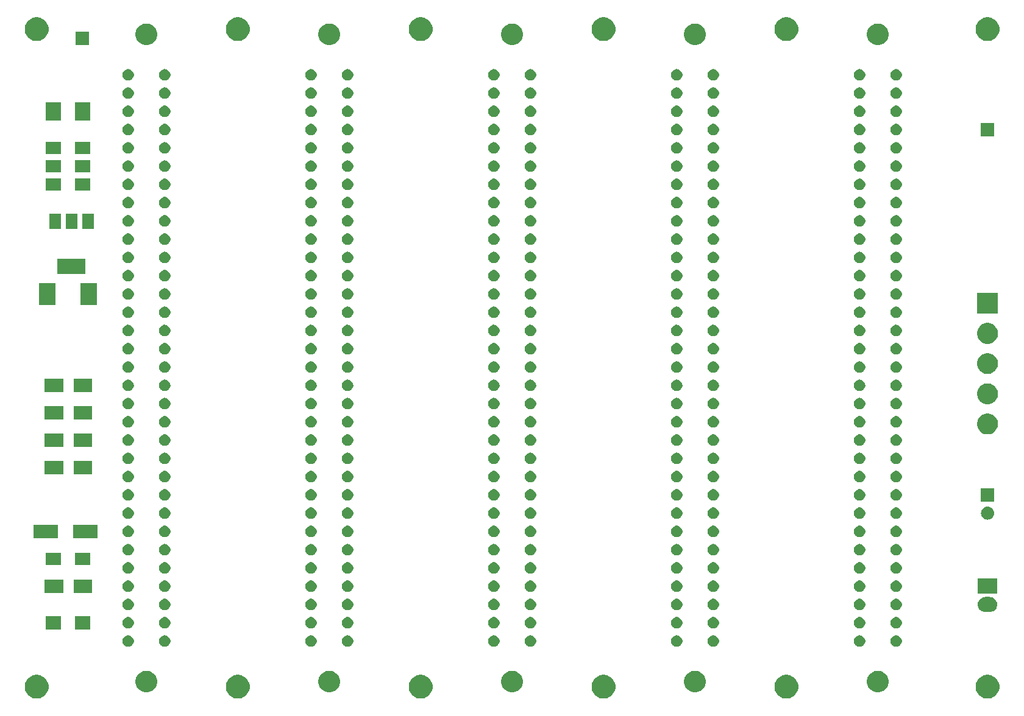
<source format=gbr>
G04 #@! TF.GenerationSoftware,KiCad,Pcbnew,(5.1.4)-1*
G04 #@! TF.CreationDate,2019-10-27T15:44:07+01:00*
G04 #@! TF.ProjectId,stebus,73746562-7573-42e6-9b69-6361645f7063,rev?*
G04 #@! TF.SameCoordinates,Original*
G04 #@! TF.FileFunction,Soldermask,Bot*
G04 #@! TF.FilePolarity,Negative*
%FSLAX46Y46*%
G04 Gerber Fmt 4.6, Leading zero omitted, Abs format (unit mm)*
G04 Created by KiCad (PCBNEW (5.1.4)-1) date 2019-10-27 15:44:07*
%MOMM*%
%LPD*%
G04 APERTURE LIST*
%ADD10C,0.100000*%
G04 APERTURE END LIST*
D10*
G36*
X147695256Y-144441298D02*
G01*
X147801579Y-144462447D01*
X148102042Y-144586903D01*
X148372451Y-144767585D01*
X148602415Y-144997549D01*
X148783097Y-145267958D01*
X148907553Y-145568421D01*
X148971000Y-145887391D01*
X148971000Y-146212609D01*
X148907553Y-146531579D01*
X148783097Y-146832042D01*
X148602415Y-147102451D01*
X148372451Y-147332415D01*
X148102042Y-147513097D01*
X147801579Y-147637553D01*
X147695256Y-147658702D01*
X147482611Y-147701000D01*
X147157389Y-147701000D01*
X146944744Y-147658702D01*
X146838421Y-147637553D01*
X146537958Y-147513097D01*
X146267549Y-147332415D01*
X146037585Y-147102451D01*
X145856903Y-146832042D01*
X145732447Y-146531579D01*
X145669000Y-146212609D01*
X145669000Y-145887391D01*
X145732447Y-145568421D01*
X145856903Y-145267958D01*
X146037585Y-144997549D01*
X146267549Y-144767585D01*
X146537958Y-144586903D01*
X146838421Y-144462447D01*
X146944744Y-144441298D01*
X147157389Y-144399000D01*
X147482611Y-144399000D01*
X147695256Y-144441298D01*
X147695256Y-144441298D01*
G37*
G36*
X122295256Y-144441298D02*
G01*
X122401579Y-144462447D01*
X122702042Y-144586903D01*
X122972451Y-144767585D01*
X123202415Y-144997549D01*
X123383097Y-145267958D01*
X123507553Y-145568421D01*
X123571000Y-145887391D01*
X123571000Y-146212609D01*
X123507553Y-146531579D01*
X123383097Y-146832042D01*
X123202415Y-147102451D01*
X122972451Y-147332415D01*
X122702042Y-147513097D01*
X122401579Y-147637553D01*
X122295256Y-147658702D01*
X122082611Y-147701000D01*
X121757389Y-147701000D01*
X121544744Y-147658702D01*
X121438421Y-147637553D01*
X121137958Y-147513097D01*
X120867549Y-147332415D01*
X120637585Y-147102451D01*
X120456903Y-146832042D01*
X120332447Y-146531579D01*
X120269000Y-146212609D01*
X120269000Y-145887391D01*
X120332447Y-145568421D01*
X120456903Y-145267958D01*
X120637585Y-144997549D01*
X120867549Y-144767585D01*
X121137958Y-144586903D01*
X121438421Y-144462447D01*
X121544744Y-144441298D01*
X121757389Y-144399000D01*
X122082611Y-144399000D01*
X122295256Y-144441298D01*
X122295256Y-144441298D01*
G37*
G36*
X96895256Y-144441298D02*
G01*
X97001579Y-144462447D01*
X97302042Y-144586903D01*
X97572451Y-144767585D01*
X97802415Y-144997549D01*
X97983097Y-145267958D01*
X98107553Y-145568421D01*
X98171000Y-145887391D01*
X98171000Y-146212609D01*
X98107553Y-146531579D01*
X97983097Y-146832042D01*
X97802415Y-147102451D01*
X97572451Y-147332415D01*
X97302042Y-147513097D01*
X97001579Y-147637553D01*
X96895256Y-147658702D01*
X96682611Y-147701000D01*
X96357389Y-147701000D01*
X96144744Y-147658702D01*
X96038421Y-147637553D01*
X95737958Y-147513097D01*
X95467549Y-147332415D01*
X95237585Y-147102451D01*
X95056903Y-146832042D01*
X94932447Y-146531579D01*
X94869000Y-146212609D01*
X94869000Y-145887391D01*
X94932447Y-145568421D01*
X95056903Y-145267958D01*
X95237585Y-144997549D01*
X95467549Y-144767585D01*
X95737958Y-144586903D01*
X96038421Y-144462447D01*
X96144744Y-144441298D01*
X96357389Y-144399000D01*
X96682611Y-144399000D01*
X96895256Y-144441298D01*
X96895256Y-144441298D01*
G37*
G36*
X68955256Y-144441298D02*
G01*
X69061579Y-144462447D01*
X69362042Y-144586903D01*
X69632451Y-144767585D01*
X69862415Y-144997549D01*
X70043097Y-145267958D01*
X70167553Y-145568421D01*
X70231000Y-145887391D01*
X70231000Y-146212609D01*
X70167553Y-146531579D01*
X70043097Y-146832042D01*
X69862415Y-147102451D01*
X69632451Y-147332415D01*
X69362042Y-147513097D01*
X69061579Y-147637553D01*
X68955256Y-147658702D01*
X68742611Y-147701000D01*
X68417389Y-147701000D01*
X68204744Y-147658702D01*
X68098421Y-147637553D01*
X67797958Y-147513097D01*
X67527549Y-147332415D01*
X67297585Y-147102451D01*
X67116903Y-146832042D01*
X66992447Y-146531579D01*
X66929000Y-146212609D01*
X66929000Y-145887391D01*
X66992447Y-145568421D01*
X67116903Y-145267958D01*
X67297585Y-144997549D01*
X67527549Y-144767585D01*
X67797958Y-144586903D01*
X68098421Y-144462447D01*
X68204744Y-144441298D01*
X68417389Y-144399000D01*
X68742611Y-144399000D01*
X68955256Y-144441298D01*
X68955256Y-144441298D01*
G37*
G36*
X201035256Y-144441298D02*
G01*
X201141579Y-144462447D01*
X201442042Y-144586903D01*
X201712451Y-144767585D01*
X201942415Y-144997549D01*
X202123097Y-145267958D01*
X202247553Y-145568421D01*
X202311000Y-145887391D01*
X202311000Y-146212609D01*
X202247553Y-146531579D01*
X202123097Y-146832042D01*
X201942415Y-147102451D01*
X201712451Y-147332415D01*
X201442042Y-147513097D01*
X201141579Y-147637553D01*
X201035256Y-147658702D01*
X200822611Y-147701000D01*
X200497389Y-147701000D01*
X200284744Y-147658702D01*
X200178421Y-147637553D01*
X199877958Y-147513097D01*
X199607549Y-147332415D01*
X199377585Y-147102451D01*
X199196903Y-146832042D01*
X199072447Y-146531579D01*
X199009000Y-146212609D01*
X199009000Y-145887391D01*
X199072447Y-145568421D01*
X199196903Y-145267958D01*
X199377585Y-144997549D01*
X199607549Y-144767585D01*
X199877958Y-144586903D01*
X200178421Y-144462447D01*
X200284744Y-144441298D01*
X200497389Y-144399000D01*
X200822611Y-144399000D01*
X201035256Y-144441298D01*
X201035256Y-144441298D01*
G37*
G36*
X173095256Y-144441298D02*
G01*
X173201579Y-144462447D01*
X173502042Y-144586903D01*
X173772451Y-144767585D01*
X174002415Y-144997549D01*
X174183097Y-145267958D01*
X174307553Y-145568421D01*
X174371000Y-145887391D01*
X174371000Y-146212609D01*
X174307553Y-146531579D01*
X174183097Y-146832042D01*
X174002415Y-147102451D01*
X173772451Y-147332415D01*
X173502042Y-147513097D01*
X173201579Y-147637553D01*
X173095256Y-147658702D01*
X172882611Y-147701000D01*
X172557389Y-147701000D01*
X172344744Y-147658702D01*
X172238421Y-147637553D01*
X171937958Y-147513097D01*
X171667549Y-147332415D01*
X171437585Y-147102451D01*
X171256903Y-146832042D01*
X171132447Y-146531579D01*
X171069000Y-146212609D01*
X171069000Y-145887391D01*
X171132447Y-145568421D01*
X171256903Y-145267958D01*
X171437585Y-144997549D01*
X171667549Y-144767585D01*
X171937958Y-144586903D01*
X172238421Y-144462447D01*
X172344744Y-144441298D01*
X172557389Y-144399000D01*
X172882611Y-144399000D01*
X173095256Y-144441298D01*
X173095256Y-144441298D01*
G37*
G36*
X84257924Y-143882455D02*
G01*
X84531149Y-143995629D01*
X84531151Y-143995630D01*
X84777048Y-144159933D01*
X84986167Y-144369052D01*
X85131730Y-144586902D01*
X85150471Y-144614951D01*
X85263645Y-144888176D01*
X85321340Y-145178230D01*
X85321340Y-145473970D01*
X85263645Y-145764024D01*
X85212545Y-145887389D01*
X85150470Y-146037251D01*
X84986167Y-146283148D01*
X84777048Y-146492267D01*
X84531151Y-146656570D01*
X84531150Y-146656571D01*
X84531149Y-146656571D01*
X84257924Y-146769745D01*
X83967870Y-146827440D01*
X83672130Y-146827440D01*
X83382076Y-146769745D01*
X83108851Y-146656571D01*
X83108850Y-146656571D01*
X83108849Y-146656570D01*
X82862952Y-146492267D01*
X82653833Y-146283148D01*
X82489530Y-146037251D01*
X82427455Y-145887389D01*
X82376355Y-145764024D01*
X82318660Y-145473970D01*
X82318660Y-145178230D01*
X82376355Y-144888176D01*
X82489529Y-144614951D01*
X82508271Y-144586902D01*
X82653833Y-144369052D01*
X82862952Y-144159933D01*
X83108849Y-143995630D01*
X83108851Y-143995629D01*
X83382076Y-143882455D01*
X83672130Y-143824760D01*
X83967870Y-143824760D01*
X84257924Y-143882455D01*
X84257924Y-143882455D01*
G37*
G36*
X135057924Y-143882455D02*
G01*
X135331149Y-143995629D01*
X135331151Y-143995630D01*
X135577048Y-144159933D01*
X135786167Y-144369052D01*
X135931730Y-144586902D01*
X135950471Y-144614951D01*
X136063645Y-144888176D01*
X136121340Y-145178230D01*
X136121340Y-145473970D01*
X136063645Y-145764024D01*
X136012545Y-145887389D01*
X135950470Y-146037251D01*
X135786167Y-146283148D01*
X135577048Y-146492267D01*
X135331151Y-146656570D01*
X135331150Y-146656571D01*
X135331149Y-146656571D01*
X135057924Y-146769745D01*
X134767870Y-146827440D01*
X134472130Y-146827440D01*
X134182076Y-146769745D01*
X133908851Y-146656571D01*
X133908850Y-146656571D01*
X133908849Y-146656570D01*
X133662952Y-146492267D01*
X133453833Y-146283148D01*
X133289530Y-146037251D01*
X133227455Y-145887389D01*
X133176355Y-145764024D01*
X133118660Y-145473970D01*
X133118660Y-145178230D01*
X133176355Y-144888176D01*
X133289529Y-144614951D01*
X133308271Y-144586902D01*
X133453833Y-144369052D01*
X133662952Y-144159933D01*
X133908849Y-143995630D01*
X133908851Y-143995629D01*
X134182076Y-143882455D01*
X134472130Y-143824760D01*
X134767870Y-143824760D01*
X135057924Y-143882455D01*
X135057924Y-143882455D01*
G37*
G36*
X160457924Y-143882455D02*
G01*
X160731149Y-143995629D01*
X160731151Y-143995630D01*
X160977048Y-144159933D01*
X161186167Y-144369052D01*
X161331730Y-144586902D01*
X161350471Y-144614951D01*
X161463645Y-144888176D01*
X161521340Y-145178230D01*
X161521340Y-145473970D01*
X161463645Y-145764024D01*
X161412545Y-145887389D01*
X161350470Y-146037251D01*
X161186167Y-146283148D01*
X160977048Y-146492267D01*
X160731151Y-146656570D01*
X160731150Y-146656571D01*
X160731149Y-146656571D01*
X160457924Y-146769745D01*
X160167870Y-146827440D01*
X159872130Y-146827440D01*
X159582076Y-146769745D01*
X159308851Y-146656571D01*
X159308850Y-146656571D01*
X159308849Y-146656570D01*
X159062952Y-146492267D01*
X158853833Y-146283148D01*
X158689530Y-146037251D01*
X158627455Y-145887389D01*
X158576355Y-145764024D01*
X158518660Y-145473970D01*
X158518660Y-145178230D01*
X158576355Y-144888176D01*
X158689529Y-144614951D01*
X158708271Y-144586902D01*
X158853833Y-144369052D01*
X159062952Y-144159933D01*
X159308849Y-143995630D01*
X159308851Y-143995629D01*
X159582076Y-143882455D01*
X159872130Y-143824760D01*
X160167870Y-143824760D01*
X160457924Y-143882455D01*
X160457924Y-143882455D01*
G37*
G36*
X185857924Y-143882455D02*
G01*
X186131149Y-143995629D01*
X186131151Y-143995630D01*
X186377048Y-144159933D01*
X186586167Y-144369052D01*
X186731730Y-144586902D01*
X186750471Y-144614951D01*
X186863645Y-144888176D01*
X186921340Y-145178230D01*
X186921340Y-145473970D01*
X186863645Y-145764024D01*
X186812545Y-145887389D01*
X186750470Y-146037251D01*
X186586167Y-146283148D01*
X186377048Y-146492267D01*
X186131151Y-146656570D01*
X186131150Y-146656571D01*
X186131149Y-146656571D01*
X185857924Y-146769745D01*
X185567870Y-146827440D01*
X185272130Y-146827440D01*
X184982076Y-146769745D01*
X184708851Y-146656571D01*
X184708850Y-146656571D01*
X184708849Y-146656570D01*
X184462952Y-146492267D01*
X184253833Y-146283148D01*
X184089530Y-146037251D01*
X184027455Y-145887389D01*
X183976355Y-145764024D01*
X183918660Y-145473970D01*
X183918660Y-145178230D01*
X183976355Y-144888176D01*
X184089529Y-144614951D01*
X184108271Y-144586902D01*
X184253833Y-144369052D01*
X184462952Y-144159933D01*
X184708849Y-143995630D01*
X184708851Y-143995629D01*
X184982076Y-143882455D01*
X185272130Y-143824760D01*
X185567870Y-143824760D01*
X185857924Y-143882455D01*
X185857924Y-143882455D01*
G37*
G36*
X109657924Y-143882455D02*
G01*
X109931149Y-143995629D01*
X109931151Y-143995630D01*
X110177048Y-144159933D01*
X110386167Y-144369052D01*
X110531730Y-144586902D01*
X110550471Y-144614951D01*
X110663645Y-144888176D01*
X110721340Y-145178230D01*
X110721340Y-145473970D01*
X110663645Y-145764024D01*
X110612545Y-145887389D01*
X110550470Y-146037251D01*
X110386167Y-146283148D01*
X110177048Y-146492267D01*
X109931151Y-146656570D01*
X109931150Y-146656571D01*
X109931149Y-146656571D01*
X109657924Y-146769745D01*
X109367870Y-146827440D01*
X109072130Y-146827440D01*
X108782076Y-146769745D01*
X108508851Y-146656571D01*
X108508850Y-146656571D01*
X108508849Y-146656570D01*
X108262952Y-146492267D01*
X108053833Y-146283148D01*
X107889530Y-146037251D01*
X107827455Y-145887389D01*
X107776355Y-145764024D01*
X107718660Y-145473970D01*
X107718660Y-145178230D01*
X107776355Y-144888176D01*
X107889529Y-144614951D01*
X107908271Y-144586902D01*
X108053833Y-144369052D01*
X108262952Y-144159933D01*
X108508849Y-143995630D01*
X108508851Y-143995629D01*
X108782076Y-143882455D01*
X109072130Y-143824760D01*
X109367870Y-143824760D01*
X109657924Y-143882455D01*
X109657924Y-143882455D01*
G37*
G36*
X162716378Y-138913832D02*
G01*
X162793809Y-138929234D01*
X162939686Y-138989658D01*
X163070971Y-139077380D01*
X163182620Y-139189029D01*
X163270342Y-139320314D01*
X163330766Y-139466191D01*
X163361570Y-139621052D01*
X163361570Y-139778948D01*
X163330766Y-139933809D01*
X163270342Y-140079686D01*
X163182620Y-140210971D01*
X163070971Y-140322620D01*
X162939686Y-140410342D01*
X162793809Y-140470766D01*
X162716378Y-140486168D01*
X162638949Y-140501570D01*
X162481051Y-140501570D01*
X162403622Y-140486168D01*
X162326191Y-140470766D01*
X162180314Y-140410342D01*
X162049029Y-140322620D01*
X161937380Y-140210971D01*
X161849658Y-140079686D01*
X161789234Y-139933809D01*
X161758430Y-139778948D01*
X161758430Y-139621052D01*
X161789234Y-139466191D01*
X161849658Y-139320314D01*
X161937380Y-139189029D01*
X162049029Y-139077380D01*
X162180314Y-138989658D01*
X162326191Y-138929234D01*
X162403622Y-138913832D01*
X162481051Y-138898430D01*
X162638949Y-138898430D01*
X162716378Y-138913832D01*
X162716378Y-138913832D01*
G37*
G36*
X188116378Y-138913832D02*
G01*
X188193809Y-138929234D01*
X188339686Y-138989658D01*
X188470971Y-139077380D01*
X188582620Y-139189029D01*
X188670342Y-139320314D01*
X188730766Y-139466191D01*
X188761570Y-139621052D01*
X188761570Y-139778948D01*
X188730766Y-139933809D01*
X188670342Y-140079686D01*
X188582620Y-140210971D01*
X188470971Y-140322620D01*
X188339686Y-140410342D01*
X188193809Y-140470766D01*
X188116378Y-140486168D01*
X188038949Y-140501570D01*
X187881051Y-140501570D01*
X187803622Y-140486168D01*
X187726191Y-140470766D01*
X187580314Y-140410342D01*
X187449029Y-140322620D01*
X187337380Y-140210971D01*
X187249658Y-140079686D01*
X187189234Y-139933809D01*
X187158430Y-139778948D01*
X187158430Y-139621052D01*
X187189234Y-139466191D01*
X187249658Y-139320314D01*
X187337380Y-139189029D01*
X187449029Y-139077380D01*
X187580314Y-138989658D01*
X187726191Y-138929234D01*
X187803622Y-138913832D01*
X187881051Y-138898430D01*
X188038949Y-138898430D01*
X188116378Y-138913832D01*
X188116378Y-138913832D01*
G37*
G36*
X81436378Y-138913832D02*
G01*
X81513809Y-138929234D01*
X81659686Y-138989658D01*
X81790971Y-139077380D01*
X81902620Y-139189029D01*
X81990342Y-139320314D01*
X82050766Y-139466191D01*
X82081570Y-139621052D01*
X82081570Y-139778948D01*
X82050766Y-139933809D01*
X81990342Y-140079686D01*
X81902620Y-140210971D01*
X81790971Y-140322620D01*
X81659686Y-140410342D01*
X81513809Y-140470766D01*
X81436378Y-140486168D01*
X81358949Y-140501570D01*
X81201051Y-140501570D01*
X81123622Y-140486168D01*
X81046191Y-140470766D01*
X80900314Y-140410342D01*
X80769029Y-140322620D01*
X80657380Y-140210971D01*
X80569658Y-140079686D01*
X80509234Y-139933809D01*
X80478430Y-139778948D01*
X80478430Y-139621052D01*
X80509234Y-139466191D01*
X80569658Y-139320314D01*
X80657380Y-139189029D01*
X80769029Y-139077380D01*
X80900314Y-138989658D01*
X81046191Y-138929234D01*
X81123622Y-138913832D01*
X81201051Y-138898430D01*
X81358949Y-138898430D01*
X81436378Y-138913832D01*
X81436378Y-138913832D01*
G37*
G36*
X86516378Y-138913832D02*
G01*
X86593809Y-138929234D01*
X86739686Y-138989658D01*
X86870971Y-139077380D01*
X86982620Y-139189029D01*
X87070342Y-139320314D01*
X87130766Y-139466191D01*
X87161570Y-139621052D01*
X87161570Y-139778948D01*
X87130766Y-139933809D01*
X87070342Y-140079686D01*
X86982620Y-140210971D01*
X86870971Y-140322620D01*
X86739686Y-140410342D01*
X86593809Y-140470766D01*
X86516378Y-140486168D01*
X86438949Y-140501570D01*
X86281051Y-140501570D01*
X86203622Y-140486168D01*
X86126191Y-140470766D01*
X85980314Y-140410342D01*
X85849029Y-140322620D01*
X85737380Y-140210971D01*
X85649658Y-140079686D01*
X85589234Y-139933809D01*
X85558430Y-139778948D01*
X85558430Y-139621052D01*
X85589234Y-139466191D01*
X85649658Y-139320314D01*
X85737380Y-139189029D01*
X85849029Y-139077380D01*
X85980314Y-138989658D01*
X86126191Y-138929234D01*
X86203622Y-138913832D01*
X86281051Y-138898430D01*
X86438949Y-138898430D01*
X86516378Y-138913832D01*
X86516378Y-138913832D01*
G37*
G36*
X111916378Y-138913832D02*
G01*
X111993809Y-138929234D01*
X112139686Y-138989658D01*
X112270971Y-139077380D01*
X112382620Y-139189029D01*
X112470342Y-139320314D01*
X112530766Y-139466191D01*
X112561570Y-139621052D01*
X112561570Y-139778948D01*
X112530766Y-139933809D01*
X112470342Y-140079686D01*
X112382620Y-140210971D01*
X112270971Y-140322620D01*
X112139686Y-140410342D01*
X111993809Y-140470766D01*
X111916378Y-140486168D01*
X111838949Y-140501570D01*
X111681051Y-140501570D01*
X111603622Y-140486168D01*
X111526191Y-140470766D01*
X111380314Y-140410342D01*
X111249029Y-140322620D01*
X111137380Y-140210971D01*
X111049658Y-140079686D01*
X110989234Y-139933809D01*
X110958430Y-139778948D01*
X110958430Y-139621052D01*
X110989234Y-139466191D01*
X111049658Y-139320314D01*
X111137380Y-139189029D01*
X111249029Y-139077380D01*
X111380314Y-138989658D01*
X111526191Y-138929234D01*
X111603622Y-138913832D01*
X111681051Y-138898430D01*
X111838949Y-138898430D01*
X111916378Y-138913832D01*
X111916378Y-138913832D01*
G37*
G36*
X132236378Y-138913832D02*
G01*
X132313809Y-138929234D01*
X132459686Y-138989658D01*
X132590971Y-139077380D01*
X132702620Y-139189029D01*
X132790342Y-139320314D01*
X132850766Y-139466191D01*
X132881570Y-139621052D01*
X132881570Y-139778948D01*
X132850766Y-139933809D01*
X132790342Y-140079686D01*
X132702620Y-140210971D01*
X132590971Y-140322620D01*
X132459686Y-140410342D01*
X132313809Y-140470766D01*
X132236378Y-140486168D01*
X132158949Y-140501570D01*
X132001051Y-140501570D01*
X131923622Y-140486168D01*
X131846191Y-140470766D01*
X131700314Y-140410342D01*
X131569029Y-140322620D01*
X131457380Y-140210971D01*
X131369658Y-140079686D01*
X131309234Y-139933809D01*
X131278430Y-139778948D01*
X131278430Y-139621052D01*
X131309234Y-139466191D01*
X131369658Y-139320314D01*
X131457380Y-139189029D01*
X131569029Y-139077380D01*
X131700314Y-138989658D01*
X131846191Y-138929234D01*
X131923622Y-138913832D01*
X132001051Y-138898430D01*
X132158949Y-138898430D01*
X132236378Y-138913832D01*
X132236378Y-138913832D01*
G37*
G36*
X137316378Y-138913832D02*
G01*
X137393809Y-138929234D01*
X137539686Y-138989658D01*
X137670971Y-139077380D01*
X137782620Y-139189029D01*
X137870342Y-139320314D01*
X137930766Y-139466191D01*
X137961570Y-139621052D01*
X137961570Y-139778948D01*
X137930766Y-139933809D01*
X137870342Y-140079686D01*
X137782620Y-140210971D01*
X137670971Y-140322620D01*
X137539686Y-140410342D01*
X137393809Y-140470766D01*
X137316378Y-140486168D01*
X137238949Y-140501570D01*
X137081051Y-140501570D01*
X137003622Y-140486168D01*
X136926191Y-140470766D01*
X136780314Y-140410342D01*
X136649029Y-140322620D01*
X136537380Y-140210971D01*
X136449658Y-140079686D01*
X136389234Y-139933809D01*
X136358430Y-139778948D01*
X136358430Y-139621052D01*
X136389234Y-139466191D01*
X136449658Y-139320314D01*
X136537380Y-139189029D01*
X136649029Y-139077380D01*
X136780314Y-138989658D01*
X136926191Y-138929234D01*
X137003622Y-138913832D01*
X137081051Y-138898430D01*
X137238949Y-138898430D01*
X137316378Y-138913832D01*
X137316378Y-138913832D01*
G37*
G36*
X106836378Y-138913832D02*
G01*
X106913809Y-138929234D01*
X107059686Y-138989658D01*
X107190971Y-139077380D01*
X107302620Y-139189029D01*
X107390342Y-139320314D01*
X107450766Y-139466191D01*
X107481570Y-139621052D01*
X107481570Y-139778948D01*
X107450766Y-139933809D01*
X107390342Y-140079686D01*
X107302620Y-140210971D01*
X107190971Y-140322620D01*
X107059686Y-140410342D01*
X106913809Y-140470766D01*
X106836378Y-140486168D01*
X106758949Y-140501570D01*
X106601051Y-140501570D01*
X106523622Y-140486168D01*
X106446191Y-140470766D01*
X106300314Y-140410342D01*
X106169029Y-140322620D01*
X106057380Y-140210971D01*
X105969658Y-140079686D01*
X105909234Y-139933809D01*
X105878430Y-139778948D01*
X105878430Y-139621052D01*
X105909234Y-139466191D01*
X105969658Y-139320314D01*
X106057380Y-139189029D01*
X106169029Y-139077380D01*
X106300314Y-138989658D01*
X106446191Y-138929234D01*
X106523622Y-138913832D01*
X106601051Y-138898430D01*
X106758949Y-138898430D01*
X106836378Y-138913832D01*
X106836378Y-138913832D01*
G37*
G36*
X183036378Y-138913832D02*
G01*
X183113809Y-138929234D01*
X183259686Y-138989658D01*
X183390971Y-139077380D01*
X183502620Y-139189029D01*
X183590342Y-139320314D01*
X183650766Y-139466191D01*
X183681570Y-139621052D01*
X183681570Y-139778948D01*
X183650766Y-139933809D01*
X183590342Y-140079686D01*
X183502620Y-140210971D01*
X183390971Y-140322620D01*
X183259686Y-140410342D01*
X183113809Y-140470766D01*
X183036378Y-140486168D01*
X182958949Y-140501570D01*
X182801051Y-140501570D01*
X182723622Y-140486168D01*
X182646191Y-140470766D01*
X182500314Y-140410342D01*
X182369029Y-140322620D01*
X182257380Y-140210971D01*
X182169658Y-140079686D01*
X182109234Y-139933809D01*
X182078430Y-139778948D01*
X182078430Y-139621052D01*
X182109234Y-139466191D01*
X182169658Y-139320314D01*
X182257380Y-139189029D01*
X182369029Y-139077380D01*
X182500314Y-138989658D01*
X182646191Y-138929234D01*
X182723622Y-138913832D01*
X182801051Y-138898430D01*
X182958949Y-138898430D01*
X183036378Y-138913832D01*
X183036378Y-138913832D01*
G37*
G36*
X157636378Y-138913832D02*
G01*
X157713809Y-138929234D01*
X157859686Y-138989658D01*
X157990971Y-139077380D01*
X158102620Y-139189029D01*
X158190342Y-139320314D01*
X158250766Y-139466191D01*
X158281570Y-139621052D01*
X158281570Y-139778948D01*
X158250766Y-139933809D01*
X158190342Y-140079686D01*
X158102620Y-140210971D01*
X157990971Y-140322620D01*
X157859686Y-140410342D01*
X157713809Y-140470766D01*
X157636378Y-140486168D01*
X157558949Y-140501570D01*
X157401051Y-140501570D01*
X157323622Y-140486168D01*
X157246191Y-140470766D01*
X157100314Y-140410342D01*
X156969029Y-140322620D01*
X156857380Y-140210971D01*
X156769658Y-140079686D01*
X156709234Y-139933809D01*
X156678430Y-139778948D01*
X156678430Y-139621052D01*
X156709234Y-139466191D01*
X156769658Y-139320314D01*
X156857380Y-139189029D01*
X156969029Y-139077380D01*
X157100314Y-138989658D01*
X157246191Y-138929234D01*
X157323622Y-138913832D01*
X157401051Y-138898430D01*
X157558949Y-138898430D01*
X157636378Y-138913832D01*
X157636378Y-138913832D01*
G37*
G36*
X71981000Y-138061000D02*
G01*
X69879000Y-138061000D01*
X69879000Y-136259000D01*
X71981000Y-136259000D01*
X71981000Y-138061000D01*
X71981000Y-138061000D01*
G37*
G36*
X75981000Y-138061000D02*
G01*
X73879000Y-138061000D01*
X73879000Y-136259000D01*
X75981000Y-136259000D01*
X75981000Y-138061000D01*
X75981000Y-138061000D01*
G37*
G36*
X162793809Y-136389234D02*
G01*
X162939686Y-136449658D01*
X163070971Y-136537380D01*
X163182620Y-136649029D01*
X163270342Y-136780314D01*
X163330766Y-136926191D01*
X163361570Y-137081052D01*
X163361570Y-137238948D01*
X163330766Y-137393809D01*
X163270342Y-137539686D01*
X163182620Y-137670971D01*
X163070971Y-137782620D01*
X162939686Y-137870342D01*
X162793809Y-137930766D01*
X162638949Y-137961570D01*
X162481051Y-137961570D01*
X162326191Y-137930766D01*
X162180314Y-137870342D01*
X162049029Y-137782620D01*
X161937380Y-137670971D01*
X161849658Y-137539686D01*
X161789234Y-137393809D01*
X161758430Y-137238948D01*
X161758430Y-137081052D01*
X161789234Y-136926191D01*
X161849658Y-136780314D01*
X161937380Y-136649029D01*
X162049029Y-136537380D01*
X162180314Y-136449658D01*
X162326191Y-136389234D01*
X162481051Y-136358430D01*
X162638949Y-136358430D01*
X162793809Y-136389234D01*
X162793809Y-136389234D01*
G37*
G36*
X81513809Y-136389234D02*
G01*
X81659686Y-136449658D01*
X81790971Y-136537380D01*
X81902620Y-136649029D01*
X81990342Y-136780314D01*
X82050766Y-136926191D01*
X82081570Y-137081052D01*
X82081570Y-137238948D01*
X82050766Y-137393809D01*
X81990342Y-137539686D01*
X81902620Y-137670971D01*
X81790971Y-137782620D01*
X81659686Y-137870342D01*
X81513809Y-137930766D01*
X81358949Y-137961570D01*
X81201051Y-137961570D01*
X81046191Y-137930766D01*
X80900314Y-137870342D01*
X80769029Y-137782620D01*
X80657380Y-137670971D01*
X80569658Y-137539686D01*
X80509234Y-137393809D01*
X80478430Y-137238948D01*
X80478430Y-137081052D01*
X80509234Y-136926191D01*
X80569658Y-136780314D01*
X80657380Y-136649029D01*
X80769029Y-136537380D01*
X80900314Y-136449658D01*
X81046191Y-136389234D01*
X81201051Y-136358430D01*
X81358949Y-136358430D01*
X81513809Y-136389234D01*
X81513809Y-136389234D01*
G37*
G36*
X188193809Y-136389234D02*
G01*
X188339686Y-136449658D01*
X188470971Y-136537380D01*
X188582620Y-136649029D01*
X188670342Y-136780314D01*
X188730766Y-136926191D01*
X188761570Y-137081052D01*
X188761570Y-137238948D01*
X188730766Y-137393809D01*
X188670342Y-137539686D01*
X188582620Y-137670971D01*
X188470971Y-137782620D01*
X188339686Y-137870342D01*
X188193809Y-137930766D01*
X188038949Y-137961570D01*
X187881051Y-137961570D01*
X187726191Y-137930766D01*
X187580314Y-137870342D01*
X187449029Y-137782620D01*
X187337380Y-137670971D01*
X187249658Y-137539686D01*
X187189234Y-137393809D01*
X187158430Y-137238948D01*
X187158430Y-137081052D01*
X187189234Y-136926191D01*
X187249658Y-136780314D01*
X187337380Y-136649029D01*
X187449029Y-136537380D01*
X187580314Y-136449658D01*
X187726191Y-136389234D01*
X187881051Y-136358430D01*
X188038949Y-136358430D01*
X188193809Y-136389234D01*
X188193809Y-136389234D01*
G37*
G36*
X86593809Y-136389234D02*
G01*
X86739686Y-136449658D01*
X86870971Y-136537380D01*
X86982620Y-136649029D01*
X87070342Y-136780314D01*
X87130766Y-136926191D01*
X87161570Y-137081052D01*
X87161570Y-137238948D01*
X87130766Y-137393809D01*
X87070342Y-137539686D01*
X86982620Y-137670971D01*
X86870971Y-137782620D01*
X86739686Y-137870342D01*
X86593809Y-137930766D01*
X86438949Y-137961570D01*
X86281051Y-137961570D01*
X86126191Y-137930766D01*
X85980314Y-137870342D01*
X85849029Y-137782620D01*
X85737380Y-137670971D01*
X85649658Y-137539686D01*
X85589234Y-137393809D01*
X85558430Y-137238948D01*
X85558430Y-137081052D01*
X85589234Y-136926191D01*
X85649658Y-136780314D01*
X85737380Y-136649029D01*
X85849029Y-136537380D01*
X85980314Y-136449658D01*
X86126191Y-136389234D01*
X86281051Y-136358430D01*
X86438949Y-136358430D01*
X86593809Y-136389234D01*
X86593809Y-136389234D01*
G37*
G36*
X106913809Y-136389234D02*
G01*
X107059686Y-136449658D01*
X107190971Y-136537380D01*
X107302620Y-136649029D01*
X107390342Y-136780314D01*
X107450766Y-136926191D01*
X107481570Y-137081052D01*
X107481570Y-137238948D01*
X107450766Y-137393809D01*
X107390342Y-137539686D01*
X107302620Y-137670971D01*
X107190971Y-137782620D01*
X107059686Y-137870342D01*
X106913809Y-137930766D01*
X106758949Y-137961570D01*
X106601051Y-137961570D01*
X106446191Y-137930766D01*
X106300314Y-137870342D01*
X106169029Y-137782620D01*
X106057380Y-137670971D01*
X105969658Y-137539686D01*
X105909234Y-137393809D01*
X105878430Y-137238948D01*
X105878430Y-137081052D01*
X105909234Y-136926191D01*
X105969658Y-136780314D01*
X106057380Y-136649029D01*
X106169029Y-136537380D01*
X106300314Y-136449658D01*
X106446191Y-136389234D01*
X106601051Y-136358430D01*
X106758949Y-136358430D01*
X106913809Y-136389234D01*
X106913809Y-136389234D01*
G37*
G36*
X183113809Y-136389234D02*
G01*
X183259686Y-136449658D01*
X183390971Y-136537380D01*
X183502620Y-136649029D01*
X183590342Y-136780314D01*
X183650766Y-136926191D01*
X183681570Y-137081052D01*
X183681570Y-137238948D01*
X183650766Y-137393809D01*
X183590342Y-137539686D01*
X183502620Y-137670971D01*
X183390971Y-137782620D01*
X183259686Y-137870342D01*
X183113809Y-137930766D01*
X182958949Y-137961570D01*
X182801051Y-137961570D01*
X182646191Y-137930766D01*
X182500314Y-137870342D01*
X182369029Y-137782620D01*
X182257380Y-137670971D01*
X182169658Y-137539686D01*
X182109234Y-137393809D01*
X182078430Y-137238948D01*
X182078430Y-137081052D01*
X182109234Y-136926191D01*
X182169658Y-136780314D01*
X182257380Y-136649029D01*
X182369029Y-136537380D01*
X182500314Y-136449658D01*
X182646191Y-136389234D01*
X182801051Y-136358430D01*
X182958949Y-136358430D01*
X183113809Y-136389234D01*
X183113809Y-136389234D01*
G37*
G36*
X137393809Y-136389234D02*
G01*
X137539686Y-136449658D01*
X137670971Y-136537380D01*
X137782620Y-136649029D01*
X137870342Y-136780314D01*
X137930766Y-136926191D01*
X137961570Y-137081052D01*
X137961570Y-137238948D01*
X137930766Y-137393809D01*
X137870342Y-137539686D01*
X137782620Y-137670971D01*
X137670971Y-137782620D01*
X137539686Y-137870342D01*
X137393809Y-137930766D01*
X137238949Y-137961570D01*
X137081051Y-137961570D01*
X136926191Y-137930766D01*
X136780314Y-137870342D01*
X136649029Y-137782620D01*
X136537380Y-137670971D01*
X136449658Y-137539686D01*
X136389234Y-137393809D01*
X136358430Y-137238948D01*
X136358430Y-137081052D01*
X136389234Y-136926191D01*
X136449658Y-136780314D01*
X136537380Y-136649029D01*
X136649029Y-136537380D01*
X136780314Y-136449658D01*
X136926191Y-136389234D01*
X137081051Y-136358430D01*
X137238949Y-136358430D01*
X137393809Y-136389234D01*
X137393809Y-136389234D01*
G37*
G36*
X132313809Y-136389234D02*
G01*
X132459686Y-136449658D01*
X132590971Y-136537380D01*
X132702620Y-136649029D01*
X132790342Y-136780314D01*
X132850766Y-136926191D01*
X132881570Y-137081052D01*
X132881570Y-137238948D01*
X132850766Y-137393809D01*
X132790342Y-137539686D01*
X132702620Y-137670971D01*
X132590971Y-137782620D01*
X132459686Y-137870342D01*
X132313809Y-137930766D01*
X132158949Y-137961570D01*
X132001051Y-137961570D01*
X131846191Y-137930766D01*
X131700314Y-137870342D01*
X131569029Y-137782620D01*
X131457380Y-137670971D01*
X131369658Y-137539686D01*
X131309234Y-137393809D01*
X131278430Y-137238948D01*
X131278430Y-137081052D01*
X131309234Y-136926191D01*
X131369658Y-136780314D01*
X131457380Y-136649029D01*
X131569029Y-136537380D01*
X131700314Y-136449658D01*
X131846191Y-136389234D01*
X132001051Y-136358430D01*
X132158949Y-136358430D01*
X132313809Y-136389234D01*
X132313809Y-136389234D01*
G37*
G36*
X157713809Y-136389234D02*
G01*
X157859686Y-136449658D01*
X157990971Y-136537380D01*
X158102620Y-136649029D01*
X158190342Y-136780314D01*
X158250766Y-136926191D01*
X158281570Y-137081052D01*
X158281570Y-137238948D01*
X158250766Y-137393809D01*
X158190342Y-137539686D01*
X158102620Y-137670971D01*
X157990971Y-137782620D01*
X157859686Y-137870342D01*
X157713809Y-137930766D01*
X157558949Y-137961570D01*
X157401051Y-137961570D01*
X157246191Y-137930766D01*
X157100314Y-137870342D01*
X156969029Y-137782620D01*
X156857380Y-137670971D01*
X156769658Y-137539686D01*
X156709234Y-137393809D01*
X156678430Y-137238948D01*
X156678430Y-137081052D01*
X156709234Y-136926191D01*
X156769658Y-136780314D01*
X156857380Y-136649029D01*
X156969029Y-136537380D01*
X157100314Y-136449658D01*
X157246191Y-136389234D01*
X157401051Y-136358430D01*
X157558949Y-136358430D01*
X157713809Y-136389234D01*
X157713809Y-136389234D01*
G37*
G36*
X111993809Y-136389234D02*
G01*
X112139686Y-136449658D01*
X112270971Y-136537380D01*
X112382620Y-136649029D01*
X112470342Y-136780314D01*
X112530766Y-136926191D01*
X112561570Y-137081052D01*
X112561570Y-137238948D01*
X112530766Y-137393809D01*
X112470342Y-137539686D01*
X112382620Y-137670971D01*
X112270971Y-137782620D01*
X112139686Y-137870342D01*
X111993809Y-137930766D01*
X111838949Y-137961570D01*
X111681051Y-137961570D01*
X111526191Y-137930766D01*
X111380314Y-137870342D01*
X111249029Y-137782620D01*
X111137380Y-137670971D01*
X111049658Y-137539686D01*
X110989234Y-137393809D01*
X110958430Y-137238948D01*
X110958430Y-137081052D01*
X110989234Y-136926191D01*
X111049658Y-136780314D01*
X111137380Y-136649029D01*
X111249029Y-136537380D01*
X111380314Y-136449658D01*
X111526191Y-136389234D01*
X111681051Y-136358430D01*
X111838949Y-136358430D01*
X111993809Y-136389234D01*
X111993809Y-136389234D01*
G37*
G36*
X201063097Y-133574069D02*
G01*
X201166032Y-133584207D01*
X201364146Y-133644305D01*
X201364149Y-133644306D01*
X201460975Y-133696061D01*
X201546729Y-133741897D01*
X201706765Y-133873235D01*
X201838103Y-134033271D01*
X201878596Y-134109029D01*
X201935694Y-134215851D01*
X201935695Y-134215854D01*
X201995793Y-134413968D01*
X202016085Y-134620000D01*
X201995793Y-134826032D01*
X201943115Y-134999686D01*
X201935694Y-135024149D01*
X201883939Y-135120975D01*
X201838103Y-135206729D01*
X201706765Y-135366765D01*
X201546729Y-135498103D01*
X201460975Y-135543939D01*
X201364149Y-135595694D01*
X201364146Y-135595695D01*
X201166032Y-135655793D01*
X201063097Y-135665931D01*
X201011631Y-135671000D01*
X200308369Y-135671000D01*
X200256903Y-135665931D01*
X200153968Y-135655793D01*
X199955854Y-135595695D01*
X199955851Y-135595694D01*
X199859025Y-135543939D01*
X199773271Y-135498103D01*
X199613235Y-135366765D01*
X199481897Y-135206729D01*
X199436061Y-135120975D01*
X199384306Y-135024149D01*
X199376885Y-134999686D01*
X199324207Y-134826032D01*
X199303915Y-134620000D01*
X199324207Y-134413968D01*
X199384305Y-134215854D01*
X199384306Y-134215851D01*
X199441404Y-134109029D01*
X199481897Y-134033271D01*
X199613235Y-133873235D01*
X199773271Y-133741897D01*
X199859025Y-133696061D01*
X199955851Y-133644306D01*
X199955854Y-133644305D01*
X200153968Y-133584207D01*
X200256903Y-133574069D01*
X200308369Y-133569000D01*
X201011631Y-133569000D01*
X201063097Y-133574069D01*
X201063097Y-133574069D01*
G37*
G36*
X157713809Y-133849234D02*
G01*
X157859686Y-133909658D01*
X157990971Y-133997380D01*
X158102620Y-134109029D01*
X158190342Y-134240314D01*
X158250766Y-134386191D01*
X158281570Y-134541052D01*
X158281570Y-134698948D01*
X158250766Y-134853809D01*
X158190342Y-134999686D01*
X158102620Y-135130971D01*
X157990971Y-135242620D01*
X157859686Y-135330342D01*
X157713809Y-135390766D01*
X157558949Y-135421570D01*
X157401051Y-135421570D01*
X157246191Y-135390766D01*
X157100314Y-135330342D01*
X156969029Y-135242620D01*
X156857380Y-135130971D01*
X156769658Y-134999686D01*
X156709234Y-134853809D01*
X156678430Y-134698948D01*
X156678430Y-134541052D01*
X156709234Y-134386191D01*
X156769658Y-134240314D01*
X156857380Y-134109029D01*
X156969029Y-133997380D01*
X157100314Y-133909658D01*
X157246191Y-133849234D01*
X157401051Y-133818430D01*
X157558949Y-133818430D01*
X157713809Y-133849234D01*
X157713809Y-133849234D01*
G37*
G36*
X106913809Y-133849234D02*
G01*
X107059686Y-133909658D01*
X107190971Y-133997380D01*
X107302620Y-134109029D01*
X107390342Y-134240314D01*
X107450766Y-134386191D01*
X107481570Y-134541052D01*
X107481570Y-134698948D01*
X107450766Y-134853809D01*
X107390342Y-134999686D01*
X107302620Y-135130971D01*
X107190971Y-135242620D01*
X107059686Y-135330342D01*
X106913809Y-135390766D01*
X106758949Y-135421570D01*
X106601051Y-135421570D01*
X106446191Y-135390766D01*
X106300314Y-135330342D01*
X106169029Y-135242620D01*
X106057380Y-135130971D01*
X105969658Y-134999686D01*
X105909234Y-134853809D01*
X105878430Y-134698948D01*
X105878430Y-134541052D01*
X105909234Y-134386191D01*
X105969658Y-134240314D01*
X106057380Y-134109029D01*
X106169029Y-133997380D01*
X106300314Y-133909658D01*
X106446191Y-133849234D01*
X106601051Y-133818430D01*
X106758949Y-133818430D01*
X106913809Y-133849234D01*
X106913809Y-133849234D01*
G37*
G36*
X111993809Y-133849234D02*
G01*
X112139686Y-133909658D01*
X112270971Y-133997380D01*
X112382620Y-134109029D01*
X112470342Y-134240314D01*
X112530766Y-134386191D01*
X112561570Y-134541052D01*
X112561570Y-134698948D01*
X112530766Y-134853809D01*
X112470342Y-134999686D01*
X112382620Y-135130971D01*
X112270971Y-135242620D01*
X112139686Y-135330342D01*
X111993809Y-135390766D01*
X111838949Y-135421570D01*
X111681051Y-135421570D01*
X111526191Y-135390766D01*
X111380314Y-135330342D01*
X111249029Y-135242620D01*
X111137380Y-135130971D01*
X111049658Y-134999686D01*
X110989234Y-134853809D01*
X110958430Y-134698948D01*
X110958430Y-134541052D01*
X110989234Y-134386191D01*
X111049658Y-134240314D01*
X111137380Y-134109029D01*
X111249029Y-133997380D01*
X111380314Y-133909658D01*
X111526191Y-133849234D01*
X111681051Y-133818430D01*
X111838949Y-133818430D01*
X111993809Y-133849234D01*
X111993809Y-133849234D01*
G37*
G36*
X137393809Y-133849234D02*
G01*
X137539686Y-133909658D01*
X137670971Y-133997380D01*
X137782620Y-134109029D01*
X137870342Y-134240314D01*
X137930766Y-134386191D01*
X137961570Y-134541052D01*
X137961570Y-134698948D01*
X137930766Y-134853809D01*
X137870342Y-134999686D01*
X137782620Y-135130971D01*
X137670971Y-135242620D01*
X137539686Y-135330342D01*
X137393809Y-135390766D01*
X137238949Y-135421570D01*
X137081051Y-135421570D01*
X136926191Y-135390766D01*
X136780314Y-135330342D01*
X136649029Y-135242620D01*
X136537380Y-135130971D01*
X136449658Y-134999686D01*
X136389234Y-134853809D01*
X136358430Y-134698948D01*
X136358430Y-134541052D01*
X136389234Y-134386191D01*
X136449658Y-134240314D01*
X136537380Y-134109029D01*
X136649029Y-133997380D01*
X136780314Y-133909658D01*
X136926191Y-133849234D01*
X137081051Y-133818430D01*
X137238949Y-133818430D01*
X137393809Y-133849234D01*
X137393809Y-133849234D01*
G37*
G36*
X162793809Y-133849234D02*
G01*
X162939686Y-133909658D01*
X163070971Y-133997380D01*
X163182620Y-134109029D01*
X163270342Y-134240314D01*
X163330766Y-134386191D01*
X163361570Y-134541052D01*
X163361570Y-134698948D01*
X163330766Y-134853809D01*
X163270342Y-134999686D01*
X163182620Y-135130971D01*
X163070971Y-135242620D01*
X162939686Y-135330342D01*
X162793809Y-135390766D01*
X162638949Y-135421570D01*
X162481051Y-135421570D01*
X162326191Y-135390766D01*
X162180314Y-135330342D01*
X162049029Y-135242620D01*
X161937380Y-135130971D01*
X161849658Y-134999686D01*
X161789234Y-134853809D01*
X161758430Y-134698948D01*
X161758430Y-134541052D01*
X161789234Y-134386191D01*
X161849658Y-134240314D01*
X161937380Y-134109029D01*
X162049029Y-133997380D01*
X162180314Y-133909658D01*
X162326191Y-133849234D01*
X162481051Y-133818430D01*
X162638949Y-133818430D01*
X162793809Y-133849234D01*
X162793809Y-133849234D01*
G37*
G36*
X183113809Y-133849234D02*
G01*
X183259686Y-133909658D01*
X183390971Y-133997380D01*
X183502620Y-134109029D01*
X183590342Y-134240314D01*
X183650766Y-134386191D01*
X183681570Y-134541052D01*
X183681570Y-134698948D01*
X183650766Y-134853809D01*
X183590342Y-134999686D01*
X183502620Y-135130971D01*
X183390971Y-135242620D01*
X183259686Y-135330342D01*
X183113809Y-135390766D01*
X182958949Y-135421570D01*
X182801051Y-135421570D01*
X182646191Y-135390766D01*
X182500314Y-135330342D01*
X182369029Y-135242620D01*
X182257380Y-135130971D01*
X182169658Y-134999686D01*
X182109234Y-134853809D01*
X182078430Y-134698948D01*
X182078430Y-134541052D01*
X182109234Y-134386191D01*
X182169658Y-134240314D01*
X182257380Y-134109029D01*
X182369029Y-133997380D01*
X182500314Y-133909658D01*
X182646191Y-133849234D01*
X182801051Y-133818430D01*
X182958949Y-133818430D01*
X183113809Y-133849234D01*
X183113809Y-133849234D01*
G37*
G36*
X86593809Y-133849234D02*
G01*
X86739686Y-133909658D01*
X86870971Y-133997380D01*
X86982620Y-134109029D01*
X87070342Y-134240314D01*
X87130766Y-134386191D01*
X87161570Y-134541052D01*
X87161570Y-134698948D01*
X87130766Y-134853809D01*
X87070342Y-134999686D01*
X86982620Y-135130971D01*
X86870971Y-135242620D01*
X86739686Y-135330342D01*
X86593809Y-135390766D01*
X86438949Y-135421570D01*
X86281051Y-135421570D01*
X86126191Y-135390766D01*
X85980314Y-135330342D01*
X85849029Y-135242620D01*
X85737380Y-135130971D01*
X85649658Y-134999686D01*
X85589234Y-134853809D01*
X85558430Y-134698948D01*
X85558430Y-134541052D01*
X85589234Y-134386191D01*
X85649658Y-134240314D01*
X85737380Y-134109029D01*
X85849029Y-133997380D01*
X85980314Y-133909658D01*
X86126191Y-133849234D01*
X86281051Y-133818430D01*
X86438949Y-133818430D01*
X86593809Y-133849234D01*
X86593809Y-133849234D01*
G37*
G36*
X132313809Y-133849234D02*
G01*
X132459686Y-133909658D01*
X132590971Y-133997380D01*
X132702620Y-134109029D01*
X132790342Y-134240314D01*
X132850766Y-134386191D01*
X132881570Y-134541052D01*
X132881570Y-134698948D01*
X132850766Y-134853809D01*
X132790342Y-134999686D01*
X132702620Y-135130971D01*
X132590971Y-135242620D01*
X132459686Y-135330342D01*
X132313809Y-135390766D01*
X132158949Y-135421570D01*
X132001051Y-135421570D01*
X131846191Y-135390766D01*
X131700314Y-135330342D01*
X131569029Y-135242620D01*
X131457380Y-135130971D01*
X131369658Y-134999686D01*
X131309234Y-134853809D01*
X131278430Y-134698948D01*
X131278430Y-134541052D01*
X131309234Y-134386191D01*
X131369658Y-134240314D01*
X131457380Y-134109029D01*
X131569029Y-133997380D01*
X131700314Y-133909658D01*
X131846191Y-133849234D01*
X132001051Y-133818430D01*
X132158949Y-133818430D01*
X132313809Y-133849234D01*
X132313809Y-133849234D01*
G37*
G36*
X188193809Y-133849234D02*
G01*
X188339686Y-133909658D01*
X188470971Y-133997380D01*
X188582620Y-134109029D01*
X188670342Y-134240314D01*
X188730766Y-134386191D01*
X188761570Y-134541052D01*
X188761570Y-134698948D01*
X188730766Y-134853809D01*
X188670342Y-134999686D01*
X188582620Y-135130971D01*
X188470971Y-135242620D01*
X188339686Y-135330342D01*
X188193809Y-135390766D01*
X188038949Y-135421570D01*
X187881051Y-135421570D01*
X187726191Y-135390766D01*
X187580314Y-135330342D01*
X187449029Y-135242620D01*
X187337380Y-135130971D01*
X187249658Y-134999686D01*
X187189234Y-134853809D01*
X187158430Y-134698948D01*
X187158430Y-134541052D01*
X187189234Y-134386191D01*
X187249658Y-134240314D01*
X187337380Y-134109029D01*
X187449029Y-133997380D01*
X187580314Y-133909658D01*
X187726191Y-133849234D01*
X187881051Y-133818430D01*
X188038949Y-133818430D01*
X188193809Y-133849234D01*
X188193809Y-133849234D01*
G37*
G36*
X81513809Y-133849234D02*
G01*
X81659686Y-133909658D01*
X81790971Y-133997380D01*
X81902620Y-134109029D01*
X81990342Y-134240314D01*
X82050766Y-134386191D01*
X82081570Y-134541052D01*
X82081570Y-134698948D01*
X82050766Y-134853809D01*
X81990342Y-134999686D01*
X81902620Y-135130971D01*
X81790971Y-135242620D01*
X81659686Y-135330342D01*
X81513809Y-135390766D01*
X81358949Y-135421570D01*
X81201051Y-135421570D01*
X81046191Y-135390766D01*
X80900314Y-135330342D01*
X80769029Y-135242620D01*
X80657380Y-135130971D01*
X80569658Y-134999686D01*
X80509234Y-134853809D01*
X80478430Y-134698948D01*
X80478430Y-134541052D01*
X80509234Y-134386191D01*
X80569658Y-134240314D01*
X80657380Y-134109029D01*
X80769029Y-133997380D01*
X80900314Y-133909658D01*
X81046191Y-133849234D01*
X81201051Y-133818430D01*
X81358949Y-133818430D01*
X81513809Y-133849234D01*
X81513809Y-133849234D01*
G37*
G36*
X202011000Y-133131000D02*
G01*
X199309000Y-133131000D01*
X199309000Y-131029000D01*
X202011000Y-131029000D01*
X202011000Y-133131000D01*
X202011000Y-133131000D01*
G37*
G36*
X76296000Y-133031000D02*
G01*
X73694000Y-133031000D01*
X73694000Y-131129000D01*
X76296000Y-131129000D01*
X76296000Y-133031000D01*
X76296000Y-133031000D01*
G37*
G36*
X72296000Y-133031000D02*
G01*
X69694000Y-133031000D01*
X69694000Y-131129000D01*
X72296000Y-131129000D01*
X72296000Y-133031000D01*
X72296000Y-133031000D01*
G37*
G36*
X183113809Y-131309234D02*
G01*
X183259686Y-131369658D01*
X183390971Y-131457380D01*
X183502620Y-131569029D01*
X183590342Y-131700314D01*
X183650766Y-131846191D01*
X183681570Y-132001052D01*
X183681570Y-132158948D01*
X183650766Y-132313809D01*
X183590342Y-132459686D01*
X183502620Y-132590971D01*
X183390971Y-132702620D01*
X183259686Y-132790342D01*
X183113809Y-132850766D01*
X182958949Y-132881570D01*
X182801051Y-132881570D01*
X182646191Y-132850766D01*
X182500314Y-132790342D01*
X182369029Y-132702620D01*
X182257380Y-132590971D01*
X182169658Y-132459686D01*
X182109234Y-132313809D01*
X182078430Y-132158948D01*
X182078430Y-132001052D01*
X182109234Y-131846191D01*
X182169658Y-131700314D01*
X182257380Y-131569029D01*
X182369029Y-131457380D01*
X182500314Y-131369658D01*
X182646191Y-131309234D01*
X182801051Y-131278430D01*
X182958949Y-131278430D01*
X183113809Y-131309234D01*
X183113809Y-131309234D01*
G37*
G36*
X81513809Y-131309234D02*
G01*
X81659686Y-131369658D01*
X81790971Y-131457380D01*
X81902620Y-131569029D01*
X81990342Y-131700314D01*
X82050766Y-131846191D01*
X82081570Y-132001052D01*
X82081570Y-132158948D01*
X82050766Y-132313809D01*
X81990342Y-132459686D01*
X81902620Y-132590971D01*
X81790971Y-132702620D01*
X81659686Y-132790342D01*
X81513809Y-132850766D01*
X81358949Y-132881570D01*
X81201051Y-132881570D01*
X81046191Y-132850766D01*
X80900314Y-132790342D01*
X80769029Y-132702620D01*
X80657380Y-132590971D01*
X80569658Y-132459686D01*
X80509234Y-132313809D01*
X80478430Y-132158948D01*
X80478430Y-132001052D01*
X80509234Y-131846191D01*
X80569658Y-131700314D01*
X80657380Y-131569029D01*
X80769029Y-131457380D01*
X80900314Y-131369658D01*
X81046191Y-131309234D01*
X81201051Y-131278430D01*
X81358949Y-131278430D01*
X81513809Y-131309234D01*
X81513809Y-131309234D01*
G37*
G36*
X188193809Y-131309234D02*
G01*
X188339686Y-131369658D01*
X188470971Y-131457380D01*
X188582620Y-131569029D01*
X188670342Y-131700314D01*
X188730766Y-131846191D01*
X188761570Y-132001052D01*
X188761570Y-132158948D01*
X188730766Y-132313809D01*
X188670342Y-132459686D01*
X188582620Y-132590971D01*
X188470971Y-132702620D01*
X188339686Y-132790342D01*
X188193809Y-132850766D01*
X188038949Y-132881570D01*
X187881051Y-132881570D01*
X187726191Y-132850766D01*
X187580314Y-132790342D01*
X187449029Y-132702620D01*
X187337380Y-132590971D01*
X187249658Y-132459686D01*
X187189234Y-132313809D01*
X187158430Y-132158948D01*
X187158430Y-132001052D01*
X187189234Y-131846191D01*
X187249658Y-131700314D01*
X187337380Y-131569029D01*
X187449029Y-131457380D01*
X187580314Y-131369658D01*
X187726191Y-131309234D01*
X187881051Y-131278430D01*
X188038949Y-131278430D01*
X188193809Y-131309234D01*
X188193809Y-131309234D01*
G37*
G36*
X162793809Y-131309234D02*
G01*
X162939686Y-131369658D01*
X163070971Y-131457380D01*
X163182620Y-131569029D01*
X163270342Y-131700314D01*
X163330766Y-131846191D01*
X163361570Y-132001052D01*
X163361570Y-132158948D01*
X163330766Y-132313809D01*
X163270342Y-132459686D01*
X163182620Y-132590971D01*
X163070971Y-132702620D01*
X162939686Y-132790342D01*
X162793809Y-132850766D01*
X162638949Y-132881570D01*
X162481051Y-132881570D01*
X162326191Y-132850766D01*
X162180314Y-132790342D01*
X162049029Y-132702620D01*
X161937380Y-132590971D01*
X161849658Y-132459686D01*
X161789234Y-132313809D01*
X161758430Y-132158948D01*
X161758430Y-132001052D01*
X161789234Y-131846191D01*
X161849658Y-131700314D01*
X161937380Y-131569029D01*
X162049029Y-131457380D01*
X162180314Y-131369658D01*
X162326191Y-131309234D01*
X162481051Y-131278430D01*
X162638949Y-131278430D01*
X162793809Y-131309234D01*
X162793809Y-131309234D01*
G37*
G36*
X157713809Y-131309234D02*
G01*
X157859686Y-131369658D01*
X157990971Y-131457380D01*
X158102620Y-131569029D01*
X158190342Y-131700314D01*
X158250766Y-131846191D01*
X158281570Y-132001052D01*
X158281570Y-132158948D01*
X158250766Y-132313809D01*
X158190342Y-132459686D01*
X158102620Y-132590971D01*
X157990971Y-132702620D01*
X157859686Y-132790342D01*
X157713809Y-132850766D01*
X157558949Y-132881570D01*
X157401051Y-132881570D01*
X157246191Y-132850766D01*
X157100314Y-132790342D01*
X156969029Y-132702620D01*
X156857380Y-132590971D01*
X156769658Y-132459686D01*
X156709234Y-132313809D01*
X156678430Y-132158948D01*
X156678430Y-132001052D01*
X156709234Y-131846191D01*
X156769658Y-131700314D01*
X156857380Y-131569029D01*
X156969029Y-131457380D01*
X157100314Y-131369658D01*
X157246191Y-131309234D01*
X157401051Y-131278430D01*
X157558949Y-131278430D01*
X157713809Y-131309234D01*
X157713809Y-131309234D01*
G37*
G36*
X132313809Y-131309234D02*
G01*
X132459686Y-131369658D01*
X132590971Y-131457380D01*
X132702620Y-131569029D01*
X132790342Y-131700314D01*
X132850766Y-131846191D01*
X132881570Y-132001052D01*
X132881570Y-132158948D01*
X132850766Y-132313809D01*
X132790342Y-132459686D01*
X132702620Y-132590971D01*
X132590971Y-132702620D01*
X132459686Y-132790342D01*
X132313809Y-132850766D01*
X132158949Y-132881570D01*
X132001051Y-132881570D01*
X131846191Y-132850766D01*
X131700314Y-132790342D01*
X131569029Y-132702620D01*
X131457380Y-132590971D01*
X131369658Y-132459686D01*
X131309234Y-132313809D01*
X131278430Y-132158948D01*
X131278430Y-132001052D01*
X131309234Y-131846191D01*
X131369658Y-131700314D01*
X131457380Y-131569029D01*
X131569029Y-131457380D01*
X131700314Y-131369658D01*
X131846191Y-131309234D01*
X132001051Y-131278430D01*
X132158949Y-131278430D01*
X132313809Y-131309234D01*
X132313809Y-131309234D01*
G37*
G36*
X137393809Y-131309234D02*
G01*
X137539686Y-131369658D01*
X137670971Y-131457380D01*
X137782620Y-131569029D01*
X137870342Y-131700314D01*
X137930766Y-131846191D01*
X137961570Y-132001052D01*
X137961570Y-132158948D01*
X137930766Y-132313809D01*
X137870342Y-132459686D01*
X137782620Y-132590971D01*
X137670971Y-132702620D01*
X137539686Y-132790342D01*
X137393809Y-132850766D01*
X137238949Y-132881570D01*
X137081051Y-132881570D01*
X136926191Y-132850766D01*
X136780314Y-132790342D01*
X136649029Y-132702620D01*
X136537380Y-132590971D01*
X136449658Y-132459686D01*
X136389234Y-132313809D01*
X136358430Y-132158948D01*
X136358430Y-132001052D01*
X136389234Y-131846191D01*
X136449658Y-131700314D01*
X136537380Y-131569029D01*
X136649029Y-131457380D01*
X136780314Y-131369658D01*
X136926191Y-131309234D01*
X137081051Y-131278430D01*
X137238949Y-131278430D01*
X137393809Y-131309234D01*
X137393809Y-131309234D01*
G37*
G36*
X86593809Y-131309234D02*
G01*
X86739686Y-131369658D01*
X86870971Y-131457380D01*
X86982620Y-131569029D01*
X87070342Y-131700314D01*
X87130766Y-131846191D01*
X87161570Y-132001052D01*
X87161570Y-132158948D01*
X87130766Y-132313809D01*
X87070342Y-132459686D01*
X86982620Y-132590971D01*
X86870971Y-132702620D01*
X86739686Y-132790342D01*
X86593809Y-132850766D01*
X86438949Y-132881570D01*
X86281051Y-132881570D01*
X86126191Y-132850766D01*
X85980314Y-132790342D01*
X85849029Y-132702620D01*
X85737380Y-132590971D01*
X85649658Y-132459686D01*
X85589234Y-132313809D01*
X85558430Y-132158948D01*
X85558430Y-132001052D01*
X85589234Y-131846191D01*
X85649658Y-131700314D01*
X85737380Y-131569029D01*
X85849029Y-131457380D01*
X85980314Y-131369658D01*
X86126191Y-131309234D01*
X86281051Y-131278430D01*
X86438949Y-131278430D01*
X86593809Y-131309234D01*
X86593809Y-131309234D01*
G37*
G36*
X111993809Y-131309234D02*
G01*
X112139686Y-131369658D01*
X112270971Y-131457380D01*
X112382620Y-131569029D01*
X112470342Y-131700314D01*
X112530766Y-131846191D01*
X112561570Y-132001052D01*
X112561570Y-132158948D01*
X112530766Y-132313809D01*
X112470342Y-132459686D01*
X112382620Y-132590971D01*
X112270971Y-132702620D01*
X112139686Y-132790342D01*
X111993809Y-132850766D01*
X111838949Y-132881570D01*
X111681051Y-132881570D01*
X111526191Y-132850766D01*
X111380314Y-132790342D01*
X111249029Y-132702620D01*
X111137380Y-132590971D01*
X111049658Y-132459686D01*
X110989234Y-132313809D01*
X110958430Y-132158948D01*
X110958430Y-132001052D01*
X110989234Y-131846191D01*
X111049658Y-131700314D01*
X111137380Y-131569029D01*
X111249029Y-131457380D01*
X111380314Y-131369658D01*
X111526191Y-131309234D01*
X111681051Y-131278430D01*
X111838949Y-131278430D01*
X111993809Y-131309234D01*
X111993809Y-131309234D01*
G37*
G36*
X106913809Y-131309234D02*
G01*
X107059686Y-131369658D01*
X107190971Y-131457380D01*
X107302620Y-131569029D01*
X107390342Y-131700314D01*
X107450766Y-131846191D01*
X107481570Y-132001052D01*
X107481570Y-132158948D01*
X107450766Y-132313809D01*
X107390342Y-132459686D01*
X107302620Y-132590971D01*
X107190971Y-132702620D01*
X107059686Y-132790342D01*
X106913809Y-132850766D01*
X106758949Y-132881570D01*
X106601051Y-132881570D01*
X106446191Y-132850766D01*
X106300314Y-132790342D01*
X106169029Y-132702620D01*
X106057380Y-132590971D01*
X105969658Y-132459686D01*
X105909234Y-132313809D01*
X105878430Y-132158948D01*
X105878430Y-132001052D01*
X105909234Y-131846191D01*
X105969658Y-131700314D01*
X106057380Y-131569029D01*
X106169029Y-131457380D01*
X106300314Y-131369658D01*
X106446191Y-131309234D01*
X106601051Y-131278430D01*
X106758949Y-131278430D01*
X106913809Y-131309234D01*
X106913809Y-131309234D01*
G37*
G36*
X106913809Y-128769234D02*
G01*
X107059686Y-128829658D01*
X107190971Y-128917380D01*
X107302620Y-129029029D01*
X107390342Y-129160314D01*
X107450766Y-129306191D01*
X107481570Y-129461052D01*
X107481570Y-129618948D01*
X107450766Y-129773809D01*
X107390342Y-129919686D01*
X107302620Y-130050971D01*
X107190971Y-130162620D01*
X107059686Y-130250342D01*
X106913809Y-130310766D01*
X106758949Y-130341570D01*
X106601051Y-130341570D01*
X106446191Y-130310766D01*
X106300314Y-130250342D01*
X106169029Y-130162620D01*
X106057380Y-130050971D01*
X105969658Y-129919686D01*
X105909234Y-129773809D01*
X105878430Y-129618948D01*
X105878430Y-129461052D01*
X105909234Y-129306191D01*
X105969658Y-129160314D01*
X106057380Y-129029029D01*
X106169029Y-128917380D01*
X106300314Y-128829658D01*
X106446191Y-128769234D01*
X106601051Y-128738430D01*
X106758949Y-128738430D01*
X106913809Y-128769234D01*
X106913809Y-128769234D01*
G37*
G36*
X162793809Y-128769234D02*
G01*
X162939686Y-128829658D01*
X163070971Y-128917380D01*
X163182620Y-129029029D01*
X163270342Y-129160314D01*
X163330766Y-129306191D01*
X163361570Y-129461052D01*
X163361570Y-129618948D01*
X163330766Y-129773809D01*
X163270342Y-129919686D01*
X163182620Y-130050971D01*
X163070971Y-130162620D01*
X162939686Y-130250342D01*
X162793809Y-130310766D01*
X162638949Y-130341570D01*
X162481051Y-130341570D01*
X162326191Y-130310766D01*
X162180314Y-130250342D01*
X162049029Y-130162620D01*
X161937380Y-130050971D01*
X161849658Y-129919686D01*
X161789234Y-129773809D01*
X161758430Y-129618948D01*
X161758430Y-129461052D01*
X161789234Y-129306191D01*
X161849658Y-129160314D01*
X161937380Y-129029029D01*
X162049029Y-128917380D01*
X162180314Y-128829658D01*
X162326191Y-128769234D01*
X162481051Y-128738430D01*
X162638949Y-128738430D01*
X162793809Y-128769234D01*
X162793809Y-128769234D01*
G37*
G36*
X137393809Y-128769234D02*
G01*
X137539686Y-128829658D01*
X137670971Y-128917380D01*
X137782620Y-129029029D01*
X137870342Y-129160314D01*
X137930766Y-129306191D01*
X137961570Y-129461052D01*
X137961570Y-129618948D01*
X137930766Y-129773809D01*
X137870342Y-129919686D01*
X137782620Y-130050971D01*
X137670971Y-130162620D01*
X137539686Y-130250342D01*
X137393809Y-130310766D01*
X137238949Y-130341570D01*
X137081051Y-130341570D01*
X136926191Y-130310766D01*
X136780314Y-130250342D01*
X136649029Y-130162620D01*
X136537380Y-130050971D01*
X136449658Y-129919686D01*
X136389234Y-129773809D01*
X136358430Y-129618948D01*
X136358430Y-129461052D01*
X136389234Y-129306191D01*
X136449658Y-129160314D01*
X136537380Y-129029029D01*
X136649029Y-128917380D01*
X136780314Y-128829658D01*
X136926191Y-128769234D01*
X137081051Y-128738430D01*
X137238949Y-128738430D01*
X137393809Y-128769234D01*
X137393809Y-128769234D01*
G37*
G36*
X86593809Y-128769234D02*
G01*
X86739686Y-128829658D01*
X86870971Y-128917380D01*
X86982620Y-129029029D01*
X87070342Y-129160314D01*
X87130766Y-129306191D01*
X87161570Y-129461052D01*
X87161570Y-129618948D01*
X87130766Y-129773809D01*
X87070342Y-129919686D01*
X86982620Y-130050971D01*
X86870971Y-130162620D01*
X86739686Y-130250342D01*
X86593809Y-130310766D01*
X86438949Y-130341570D01*
X86281051Y-130341570D01*
X86126191Y-130310766D01*
X85980314Y-130250342D01*
X85849029Y-130162620D01*
X85737380Y-130050971D01*
X85649658Y-129919686D01*
X85589234Y-129773809D01*
X85558430Y-129618948D01*
X85558430Y-129461052D01*
X85589234Y-129306191D01*
X85649658Y-129160314D01*
X85737380Y-129029029D01*
X85849029Y-128917380D01*
X85980314Y-128829658D01*
X86126191Y-128769234D01*
X86281051Y-128738430D01*
X86438949Y-128738430D01*
X86593809Y-128769234D01*
X86593809Y-128769234D01*
G37*
G36*
X183113809Y-128769234D02*
G01*
X183259686Y-128829658D01*
X183390971Y-128917380D01*
X183502620Y-129029029D01*
X183590342Y-129160314D01*
X183650766Y-129306191D01*
X183681570Y-129461052D01*
X183681570Y-129618948D01*
X183650766Y-129773809D01*
X183590342Y-129919686D01*
X183502620Y-130050971D01*
X183390971Y-130162620D01*
X183259686Y-130250342D01*
X183113809Y-130310766D01*
X182958949Y-130341570D01*
X182801051Y-130341570D01*
X182646191Y-130310766D01*
X182500314Y-130250342D01*
X182369029Y-130162620D01*
X182257380Y-130050971D01*
X182169658Y-129919686D01*
X182109234Y-129773809D01*
X182078430Y-129618948D01*
X182078430Y-129461052D01*
X182109234Y-129306191D01*
X182169658Y-129160314D01*
X182257380Y-129029029D01*
X182369029Y-128917380D01*
X182500314Y-128829658D01*
X182646191Y-128769234D01*
X182801051Y-128738430D01*
X182958949Y-128738430D01*
X183113809Y-128769234D01*
X183113809Y-128769234D01*
G37*
G36*
X81513809Y-128769234D02*
G01*
X81659686Y-128829658D01*
X81790971Y-128917380D01*
X81902620Y-129029029D01*
X81990342Y-129160314D01*
X82050766Y-129306191D01*
X82081570Y-129461052D01*
X82081570Y-129618948D01*
X82050766Y-129773809D01*
X81990342Y-129919686D01*
X81902620Y-130050971D01*
X81790971Y-130162620D01*
X81659686Y-130250342D01*
X81513809Y-130310766D01*
X81358949Y-130341570D01*
X81201051Y-130341570D01*
X81046191Y-130310766D01*
X80900314Y-130250342D01*
X80769029Y-130162620D01*
X80657380Y-130050971D01*
X80569658Y-129919686D01*
X80509234Y-129773809D01*
X80478430Y-129618948D01*
X80478430Y-129461052D01*
X80509234Y-129306191D01*
X80569658Y-129160314D01*
X80657380Y-129029029D01*
X80769029Y-128917380D01*
X80900314Y-128829658D01*
X81046191Y-128769234D01*
X81201051Y-128738430D01*
X81358949Y-128738430D01*
X81513809Y-128769234D01*
X81513809Y-128769234D01*
G37*
G36*
X132313809Y-128769234D02*
G01*
X132459686Y-128829658D01*
X132590971Y-128917380D01*
X132702620Y-129029029D01*
X132790342Y-129160314D01*
X132850766Y-129306191D01*
X132881570Y-129461052D01*
X132881570Y-129618948D01*
X132850766Y-129773809D01*
X132790342Y-129919686D01*
X132702620Y-130050971D01*
X132590971Y-130162620D01*
X132459686Y-130250342D01*
X132313809Y-130310766D01*
X132158949Y-130341570D01*
X132001051Y-130341570D01*
X131846191Y-130310766D01*
X131700314Y-130250342D01*
X131569029Y-130162620D01*
X131457380Y-130050971D01*
X131369658Y-129919686D01*
X131309234Y-129773809D01*
X131278430Y-129618948D01*
X131278430Y-129461052D01*
X131309234Y-129306191D01*
X131369658Y-129160314D01*
X131457380Y-129029029D01*
X131569029Y-128917380D01*
X131700314Y-128829658D01*
X131846191Y-128769234D01*
X132001051Y-128738430D01*
X132158949Y-128738430D01*
X132313809Y-128769234D01*
X132313809Y-128769234D01*
G37*
G36*
X188193809Y-128769234D02*
G01*
X188339686Y-128829658D01*
X188470971Y-128917380D01*
X188582620Y-129029029D01*
X188670342Y-129160314D01*
X188730766Y-129306191D01*
X188761570Y-129461052D01*
X188761570Y-129618948D01*
X188730766Y-129773809D01*
X188670342Y-129919686D01*
X188582620Y-130050971D01*
X188470971Y-130162620D01*
X188339686Y-130250342D01*
X188193809Y-130310766D01*
X188038949Y-130341570D01*
X187881051Y-130341570D01*
X187726191Y-130310766D01*
X187580314Y-130250342D01*
X187449029Y-130162620D01*
X187337380Y-130050971D01*
X187249658Y-129919686D01*
X187189234Y-129773809D01*
X187158430Y-129618948D01*
X187158430Y-129461052D01*
X187189234Y-129306191D01*
X187249658Y-129160314D01*
X187337380Y-129029029D01*
X187449029Y-128917380D01*
X187580314Y-128829658D01*
X187726191Y-128769234D01*
X187881051Y-128738430D01*
X188038949Y-128738430D01*
X188193809Y-128769234D01*
X188193809Y-128769234D01*
G37*
G36*
X111993809Y-128769234D02*
G01*
X112139686Y-128829658D01*
X112270971Y-128917380D01*
X112382620Y-129029029D01*
X112470342Y-129160314D01*
X112530766Y-129306191D01*
X112561570Y-129461052D01*
X112561570Y-129618948D01*
X112530766Y-129773809D01*
X112470342Y-129919686D01*
X112382620Y-130050971D01*
X112270971Y-130162620D01*
X112139686Y-130250342D01*
X111993809Y-130310766D01*
X111838949Y-130341570D01*
X111681051Y-130341570D01*
X111526191Y-130310766D01*
X111380314Y-130250342D01*
X111249029Y-130162620D01*
X111137380Y-130050971D01*
X111049658Y-129919686D01*
X110989234Y-129773809D01*
X110958430Y-129618948D01*
X110958430Y-129461052D01*
X110989234Y-129306191D01*
X111049658Y-129160314D01*
X111137380Y-129029029D01*
X111249029Y-128917380D01*
X111380314Y-128829658D01*
X111526191Y-128769234D01*
X111681051Y-128738430D01*
X111838949Y-128738430D01*
X111993809Y-128769234D01*
X111993809Y-128769234D01*
G37*
G36*
X157713809Y-128769234D02*
G01*
X157859686Y-128829658D01*
X157990971Y-128917380D01*
X158102620Y-129029029D01*
X158190342Y-129160314D01*
X158250766Y-129306191D01*
X158281570Y-129461052D01*
X158281570Y-129618948D01*
X158250766Y-129773809D01*
X158190342Y-129919686D01*
X158102620Y-130050971D01*
X157990971Y-130162620D01*
X157859686Y-130250342D01*
X157713809Y-130310766D01*
X157558949Y-130341570D01*
X157401051Y-130341570D01*
X157246191Y-130310766D01*
X157100314Y-130250342D01*
X156969029Y-130162620D01*
X156857380Y-130050971D01*
X156769658Y-129919686D01*
X156709234Y-129773809D01*
X156678430Y-129618948D01*
X156678430Y-129461052D01*
X156709234Y-129306191D01*
X156769658Y-129160314D01*
X156857380Y-129029029D01*
X156969029Y-128917380D01*
X157100314Y-128829658D01*
X157246191Y-128769234D01*
X157401051Y-128738430D01*
X157558949Y-128738430D01*
X157713809Y-128769234D01*
X157713809Y-128769234D01*
G37*
G36*
X75981000Y-129121000D02*
G01*
X73879000Y-129121000D01*
X73879000Y-127419000D01*
X75981000Y-127419000D01*
X75981000Y-129121000D01*
X75981000Y-129121000D01*
G37*
G36*
X71981000Y-129121000D02*
G01*
X69879000Y-129121000D01*
X69879000Y-127419000D01*
X71981000Y-127419000D01*
X71981000Y-129121000D01*
X71981000Y-129121000D01*
G37*
G36*
X162716378Y-126213832D02*
G01*
X162793809Y-126229234D01*
X162939686Y-126289658D01*
X163070971Y-126377380D01*
X163182620Y-126489029D01*
X163270342Y-126620314D01*
X163330766Y-126766191D01*
X163361570Y-126921052D01*
X163361570Y-127078948D01*
X163330766Y-127233809D01*
X163270342Y-127379686D01*
X163182620Y-127510971D01*
X163070971Y-127622620D01*
X162939686Y-127710342D01*
X162793809Y-127770766D01*
X162638949Y-127801570D01*
X162481051Y-127801570D01*
X162326191Y-127770766D01*
X162180314Y-127710342D01*
X162049029Y-127622620D01*
X161937380Y-127510971D01*
X161849658Y-127379686D01*
X161789234Y-127233809D01*
X161758430Y-127078948D01*
X161758430Y-126921052D01*
X161789234Y-126766191D01*
X161849658Y-126620314D01*
X161937380Y-126489029D01*
X162049029Y-126377380D01*
X162180314Y-126289658D01*
X162326191Y-126229234D01*
X162403622Y-126213832D01*
X162481051Y-126198430D01*
X162638949Y-126198430D01*
X162716378Y-126213832D01*
X162716378Y-126213832D01*
G37*
G36*
X137316378Y-126213832D02*
G01*
X137393809Y-126229234D01*
X137539686Y-126289658D01*
X137670971Y-126377380D01*
X137782620Y-126489029D01*
X137870342Y-126620314D01*
X137930766Y-126766191D01*
X137961570Y-126921052D01*
X137961570Y-127078948D01*
X137930766Y-127233809D01*
X137870342Y-127379686D01*
X137782620Y-127510971D01*
X137670971Y-127622620D01*
X137539686Y-127710342D01*
X137393809Y-127770766D01*
X137238949Y-127801570D01*
X137081051Y-127801570D01*
X136926191Y-127770766D01*
X136780314Y-127710342D01*
X136649029Y-127622620D01*
X136537380Y-127510971D01*
X136449658Y-127379686D01*
X136389234Y-127233809D01*
X136358430Y-127078948D01*
X136358430Y-126921052D01*
X136389234Y-126766191D01*
X136449658Y-126620314D01*
X136537380Y-126489029D01*
X136649029Y-126377380D01*
X136780314Y-126289658D01*
X136926191Y-126229234D01*
X137003622Y-126213832D01*
X137081051Y-126198430D01*
X137238949Y-126198430D01*
X137316378Y-126213832D01*
X137316378Y-126213832D01*
G37*
G36*
X132236378Y-126213832D02*
G01*
X132313809Y-126229234D01*
X132459686Y-126289658D01*
X132590971Y-126377380D01*
X132702620Y-126489029D01*
X132790342Y-126620314D01*
X132850766Y-126766191D01*
X132881570Y-126921052D01*
X132881570Y-127078948D01*
X132850766Y-127233809D01*
X132790342Y-127379686D01*
X132702620Y-127510971D01*
X132590971Y-127622620D01*
X132459686Y-127710342D01*
X132313809Y-127770766D01*
X132158949Y-127801570D01*
X132001051Y-127801570D01*
X131846191Y-127770766D01*
X131700314Y-127710342D01*
X131569029Y-127622620D01*
X131457380Y-127510971D01*
X131369658Y-127379686D01*
X131309234Y-127233809D01*
X131278430Y-127078948D01*
X131278430Y-126921052D01*
X131309234Y-126766191D01*
X131369658Y-126620314D01*
X131457380Y-126489029D01*
X131569029Y-126377380D01*
X131700314Y-126289658D01*
X131846191Y-126229234D01*
X131923622Y-126213832D01*
X132001051Y-126198430D01*
X132158949Y-126198430D01*
X132236378Y-126213832D01*
X132236378Y-126213832D01*
G37*
G36*
X157636378Y-126213832D02*
G01*
X157713809Y-126229234D01*
X157859686Y-126289658D01*
X157990971Y-126377380D01*
X158102620Y-126489029D01*
X158190342Y-126620314D01*
X158250766Y-126766191D01*
X158281570Y-126921052D01*
X158281570Y-127078948D01*
X158250766Y-127233809D01*
X158190342Y-127379686D01*
X158102620Y-127510971D01*
X157990971Y-127622620D01*
X157859686Y-127710342D01*
X157713809Y-127770766D01*
X157558949Y-127801570D01*
X157401051Y-127801570D01*
X157246191Y-127770766D01*
X157100314Y-127710342D01*
X156969029Y-127622620D01*
X156857380Y-127510971D01*
X156769658Y-127379686D01*
X156709234Y-127233809D01*
X156678430Y-127078948D01*
X156678430Y-126921052D01*
X156709234Y-126766191D01*
X156769658Y-126620314D01*
X156857380Y-126489029D01*
X156969029Y-126377380D01*
X157100314Y-126289658D01*
X157246191Y-126229234D01*
X157323622Y-126213832D01*
X157401051Y-126198430D01*
X157558949Y-126198430D01*
X157636378Y-126213832D01*
X157636378Y-126213832D01*
G37*
G36*
X188116378Y-126213832D02*
G01*
X188193809Y-126229234D01*
X188339686Y-126289658D01*
X188470971Y-126377380D01*
X188582620Y-126489029D01*
X188670342Y-126620314D01*
X188730766Y-126766191D01*
X188761570Y-126921052D01*
X188761570Y-127078948D01*
X188730766Y-127233809D01*
X188670342Y-127379686D01*
X188582620Y-127510971D01*
X188470971Y-127622620D01*
X188339686Y-127710342D01*
X188193809Y-127770766D01*
X188038949Y-127801570D01*
X187881051Y-127801570D01*
X187726191Y-127770766D01*
X187580314Y-127710342D01*
X187449029Y-127622620D01*
X187337380Y-127510971D01*
X187249658Y-127379686D01*
X187189234Y-127233809D01*
X187158430Y-127078948D01*
X187158430Y-126921052D01*
X187189234Y-126766191D01*
X187249658Y-126620314D01*
X187337380Y-126489029D01*
X187449029Y-126377380D01*
X187580314Y-126289658D01*
X187726191Y-126229234D01*
X187803622Y-126213832D01*
X187881051Y-126198430D01*
X188038949Y-126198430D01*
X188116378Y-126213832D01*
X188116378Y-126213832D01*
G37*
G36*
X106836378Y-126213832D02*
G01*
X106913809Y-126229234D01*
X107059686Y-126289658D01*
X107190971Y-126377380D01*
X107302620Y-126489029D01*
X107390342Y-126620314D01*
X107450766Y-126766191D01*
X107481570Y-126921052D01*
X107481570Y-127078948D01*
X107450766Y-127233809D01*
X107390342Y-127379686D01*
X107302620Y-127510971D01*
X107190971Y-127622620D01*
X107059686Y-127710342D01*
X106913809Y-127770766D01*
X106758949Y-127801570D01*
X106601051Y-127801570D01*
X106446191Y-127770766D01*
X106300314Y-127710342D01*
X106169029Y-127622620D01*
X106057380Y-127510971D01*
X105969658Y-127379686D01*
X105909234Y-127233809D01*
X105878430Y-127078948D01*
X105878430Y-126921052D01*
X105909234Y-126766191D01*
X105969658Y-126620314D01*
X106057380Y-126489029D01*
X106169029Y-126377380D01*
X106300314Y-126289658D01*
X106446191Y-126229234D01*
X106523622Y-126213832D01*
X106601051Y-126198430D01*
X106758949Y-126198430D01*
X106836378Y-126213832D01*
X106836378Y-126213832D01*
G37*
G36*
X183036378Y-126213832D02*
G01*
X183113809Y-126229234D01*
X183259686Y-126289658D01*
X183390971Y-126377380D01*
X183502620Y-126489029D01*
X183590342Y-126620314D01*
X183650766Y-126766191D01*
X183681570Y-126921052D01*
X183681570Y-127078948D01*
X183650766Y-127233809D01*
X183590342Y-127379686D01*
X183502620Y-127510971D01*
X183390971Y-127622620D01*
X183259686Y-127710342D01*
X183113809Y-127770766D01*
X182958949Y-127801570D01*
X182801051Y-127801570D01*
X182646191Y-127770766D01*
X182500314Y-127710342D01*
X182369029Y-127622620D01*
X182257380Y-127510971D01*
X182169658Y-127379686D01*
X182109234Y-127233809D01*
X182078430Y-127078948D01*
X182078430Y-126921052D01*
X182109234Y-126766191D01*
X182169658Y-126620314D01*
X182257380Y-126489029D01*
X182369029Y-126377380D01*
X182500314Y-126289658D01*
X182646191Y-126229234D01*
X182723622Y-126213832D01*
X182801051Y-126198430D01*
X182958949Y-126198430D01*
X183036378Y-126213832D01*
X183036378Y-126213832D01*
G37*
G36*
X111916378Y-126213832D02*
G01*
X111993809Y-126229234D01*
X112139686Y-126289658D01*
X112270971Y-126377380D01*
X112382620Y-126489029D01*
X112470342Y-126620314D01*
X112530766Y-126766191D01*
X112561570Y-126921052D01*
X112561570Y-127078948D01*
X112530766Y-127233809D01*
X112470342Y-127379686D01*
X112382620Y-127510971D01*
X112270971Y-127622620D01*
X112139686Y-127710342D01*
X111993809Y-127770766D01*
X111838949Y-127801570D01*
X111681051Y-127801570D01*
X111526191Y-127770766D01*
X111380314Y-127710342D01*
X111249029Y-127622620D01*
X111137380Y-127510971D01*
X111049658Y-127379686D01*
X110989234Y-127233809D01*
X110958430Y-127078948D01*
X110958430Y-126921052D01*
X110989234Y-126766191D01*
X111049658Y-126620314D01*
X111137380Y-126489029D01*
X111249029Y-126377380D01*
X111380314Y-126289658D01*
X111526191Y-126229234D01*
X111603622Y-126213832D01*
X111681051Y-126198430D01*
X111838949Y-126198430D01*
X111916378Y-126213832D01*
X111916378Y-126213832D01*
G37*
G36*
X86516378Y-126213832D02*
G01*
X86593809Y-126229234D01*
X86739686Y-126289658D01*
X86870971Y-126377380D01*
X86982620Y-126489029D01*
X87070342Y-126620314D01*
X87130766Y-126766191D01*
X87161570Y-126921052D01*
X87161570Y-127078948D01*
X87130766Y-127233809D01*
X87070342Y-127379686D01*
X86982620Y-127510971D01*
X86870971Y-127622620D01*
X86739686Y-127710342D01*
X86593809Y-127770766D01*
X86438949Y-127801570D01*
X86281051Y-127801570D01*
X86126191Y-127770766D01*
X85980314Y-127710342D01*
X85849029Y-127622620D01*
X85737380Y-127510971D01*
X85649658Y-127379686D01*
X85589234Y-127233809D01*
X85558430Y-127078948D01*
X85558430Y-126921052D01*
X85589234Y-126766191D01*
X85649658Y-126620314D01*
X85737380Y-126489029D01*
X85849029Y-126377380D01*
X85980314Y-126289658D01*
X86126191Y-126229234D01*
X86203622Y-126213832D01*
X86281051Y-126198430D01*
X86438949Y-126198430D01*
X86516378Y-126213832D01*
X86516378Y-126213832D01*
G37*
G36*
X81436378Y-126213832D02*
G01*
X81513809Y-126229234D01*
X81659686Y-126289658D01*
X81790971Y-126377380D01*
X81902620Y-126489029D01*
X81990342Y-126620314D01*
X82050766Y-126766191D01*
X82081570Y-126921052D01*
X82081570Y-127078948D01*
X82050766Y-127233809D01*
X81990342Y-127379686D01*
X81902620Y-127510971D01*
X81790971Y-127622620D01*
X81659686Y-127710342D01*
X81513809Y-127770766D01*
X81358949Y-127801570D01*
X81201051Y-127801570D01*
X81046191Y-127770766D01*
X80900314Y-127710342D01*
X80769029Y-127622620D01*
X80657380Y-127510971D01*
X80569658Y-127379686D01*
X80509234Y-127233809D01*
X80478430Y-127078948D01*
X80478430Y-126921052D01*
X80509234Y-126766191D01*
X80569658Y-126620314D01*
X80657380Y-126489029D01*
X80769029Y-126377380D01*
X80900314Y-126289658D01*
X81046191Y-126229234D01*
X81123622Y-126213832D01*
X81201051Y-126198430D01*
X81358949Y-126198430D01*
X81436378Y-126213832D01*
X81436378Y-126213832D01*
G37*
G36*
X77071000Y-125361000D02*
G01*
X73669000Y-125361000D01*
X73669000Y-123559000D01*
X77071000Y-123559000D01*
X77071000Y-125361000D01*
X77071000Y-125361000D01*
G37*
G36*
X71571000Y-125361000D02*
G01*
X68169000Y-125361000D01*
X68169000Y-123559000D01*
X71571000Y-123559000D01*
X71571000Y-125361000D01*
X71571000Y-125361000D01*
G37*
G36*
X183113809Y-123689234D02*
G01*
X183259686Y-123749658D01*
X183390971Y-123837380D01*
X183502620Y-123949029D01*
X183590342Y-124080314D01*
X183650766Y-124226191D01*
X183681570Y-124381052D01*
X183681570Y-124538948D01*
X183650766Y-124693809D01*
X183590342Y-124839686D01*
X183502620Y-124970971D01*
X183390971Y-125082620D01*
X183259686Y-125170342D01*
X183113809Y-125230766D01*
X182958949Y-125261570D01*
X182801051Y-125261570D01*
X182646191Y-125230766D01*
X182500314Y-125170342D01*
X182369029Y-125082620D01*
X182257380Y-124970971D01*
X182169658Y-124839686D01*
X182109234Y-124693809D01*
X182078430Y-124538948D01*
X182078430Y-124381052D01*
X182109234Y-124226191D01*
X182169658Y-124080314D01*
X182257380Y-123949029D01*
X182369029Y-123837380D01*
X182500314Y-123749658D01*
X182646191Y-123689234D01*
X182801051Y-123658430D01*
X182958949Y-123658430D01*
X183113809Y-123689234D01*
X183113809Y-123689234D01*
G37*
G36*
X111993809Y-123689234D02*
G01*
X112139686Y-123749658D01*
X112270971Y-123837380D01*
X112382620Y-123949029D01*
X112470342Y-124080314D01*
X112530766Y-124226191D01*
X112561570Y-124381052D01*
X112561570Y-124538948D01*
X112530766Y-124693809D01*
X112470342Y-124839686D01*
X112382620Y-124970971D01*
X112270971Y-125082620D01*
X112139686Y-125170342D01*
X111993809Y-125230766D01*
X111838949Y-125261570D01*
X111681051Y-125261570D01*
X111526191Y-125230766D01*
X111380314Y-125170342D01*
X111249029Y-125082620D01*
X111137380Y-124970971D01*
X111049658Y-124839686D01*
X110989234Y-124693809D01*
X110958430Y-124538948D01*
X110958430Y-124381052D01*
X110989234Y-124226191D01*
X111049658Y-124080314D01*
X111137380Y-123949029D01*
X111249029Y-123837380D01*
X111380314Y-123749658D01*
X111526191Y-123689234D01*
X111681051Y-123658430D01*
X111838949Y-123658430D01*
X111993809Y-123689234D01*
X111993809Y-123689234D01*
G37*
G36*
X86593809Y-123689234D02*
G01*
X86739686Y-123749658D01*
X86870971Y-123837380D01*
X86982620Y-123949029D01*
X87070342Y-124080314D01*
X87130766Y-124226191D01*
X87161570Y-124381052D01*
X87161570Y-124538948D01*
X87130766Y-124693809D01*
X87070342Y-124839686D01*
X86982620Y-124970971D01*
X86870971Y-125082620D01*
X86739686Y-125170342D01*
X86593809Y-125230766D01*
X86438949Y-125261570D01*
X86281051Y-125261570D01*
X86126191Y-125230766D01*
X85980314Y-125170342D01*
X85849029Y-125082620D01*
X85737380Y-124970971D01*
X85649658Y-124839686D01*
X85589234Y-124693809D01*
X85558430Y-124538948D01*
X85558430Y-124381052D01*
X85589234Y-124226191D01*
X85649658Y-124080314D01*
X85737380Y-123949029D01*
X85849029Y-123837380D01*
X85980314Y-123749658D01*
X86126191Y-123689234D01*
X86281051Y-123658430D01*
X86438949Y-123658430D01*
X86593809Y-123689234D01*
X86593809Y-123689234D01*
G37*
G36*
X81513809Y-123689234D02*
G01*
X81659686Y-123749658D01*
X81790971Y-123837380D01*
X81902620Y-123949029D01*
X81990342Y-124080314D01*
X82050766Y-124226191D01*
X82081570Y-124381052D01*
X82081570Y-124538948D01*
X82050766Y-124693809D01*
X81990342Y-124839686D01*
X81902620Y-124970971D01*
X81790971Y-125082620D01*
X81659686Y-125170342D01*
X81513809Y-125230766D01*
X81358949Y-125261570D01*
X81201051Y-125261570D01*
X81046191Y-125230766D01*
X80900314Y-125170342D01*
X80769029Y-125082620D01*
X80657380Y-124970971D01*
X80569658Y-124839686D01*
X80509234Y-124693809D01*
X80478430Y-124538948D01*
X80478430Y-124381052D01*
X80509234Y-124226191D01*
X80569658Y-124080314D01*
X80657380Y-123949029D01*
X80769029Y-123837380D01*
X80900314Y-123749658D01*
X81046191Y-123689234D01*
X81201051Y-123658430D01*
X81358949Y-123658430D01*
X81513809Y-123689234D01*
X81513809Y-123689234D01*
G37*
G36*
X106913809Y-123689234D02*
G01*
X107059686Y-123749658D01*
X107190971Y-123837380D01*
X107302620Y-123949029D01*
X107390342Y-124080314D01*
X107450766Y-124226191D01*
X107481570Y-124381052D01*
X107481570Y-124538948D01*
X107450766Y-124693809D01*
X107390342Y-124839686D01*
X107302620Y-124970971D01*
X107190971Y-125082620D01*
X107059686Y-125170342D01*
X106913809Y-125230766D01*
X106758949Y-125261570D01*
X106601051Y-125261570D01*
X106446191Y-125230766D01*
X106300314Y-125170342D01*
X106169029Y-125082620D01*
X106057380Y-124970971D01*
X105969658Y-124839686D01*
X105909234Y-124693809D01*
X105878430Y-124538948D01*
X105878430Y-124381052D01*
X105909234Y-124226191D01*
X105969658Y-124080314D01*
X106057380Y-123949029D01*
X106169029Y-123837380D01*
X106300314Y-123749658D01*
X106446191Y-123689234D01*
X106601051Y-123658430D01*
X106758949Y-123658430D01*
X106913809Y-123689234D01*
X106913809Y-123689234D01*
G37*
G36*
X188193809Y-123689234D02*
G01*
X188339686Y-123749658D01*
X188470971Y-123837380D01*
X188582620Y-123949029D01*
X188670342Y-124080314D01*
X188730766Y-124226191D01*
X188761570Y-124381052D01*
X188761570Y-124538948D01*
X188730766Y-124693809D01*
X188670342Y-124839686D01*
X188582620Y-124970971D01*
X188470971Y-125082620D01*
X188339686Y-125170342D01*
X188193809Y-125230766D01*
X188038949Y-125261570D01*
X187881051Y-125261570D01*
X187726191Y-125230766D01*
X187580314Y-125170342D01*
X187449029Y-125082620D01*
X187337380Y-124970971D01*
X187249658Y-124839686D01*
X187189234Y-124693809D01*
X187158430Y-124538948D01*
X187158430Y-124381052D01*
X187189234Y-124226191D01*
X187249658Y-124080314D01*
X187337380Y-123949029D01*
X187449029Y-123837380D01*
X187580314Y-123749658D01*
X187726191Y-123689234D01*
X187881051Y-123658430D01*
X188038949Y-123658430D01*
X188193809Y-123689234D01*
X188193809Y-123689234D01*
G37*
G36*
X162793809Y-123689234D02*
G01*
X162939686Y-123749658D01*
X163070971Y-123837380D01*
X163182620Y-123949029D01*
X163270342Y-124080314D01*
X163330766Y-124226191D01*
X163361570Y-124381052D01*
X163361570Y-124538948D01*
X163330766Y-124693809D01*
X163270342Y-124839686D01*
X163182620Y-124970971D01*
X163070971Y-125082620D01*
X162939686Y-125170342D01*
X162793809Y-125230766D01*
X162638949Y-125261570D01*
X162481051Y-125261570D01*
X162326191Y-125230766D01*
X162180314Y-125170342D01*
X162049029Y-125082620D01*
X161937380Y-124970971D01*
X161849658Y-124839686D01*
X161789234Y-124693809D01*
X161758430Y-124538948D01*
X161758430Y-124381052D01*
X161789234Y-124226191D01*
X161849658Y-124080314D01*
X161937380Y-123949029D01*
X162049029Y-123837380D01*
X162180314Y-123749658D01*
X162326191Y-123689234D01*
X162481051Y-123658430D01*
X162638949Y-123658430D01*
X162793809Y-123689234D01*
X162793809Y-123689234D01*
G37*
G36*
X157713809Y-123689234D02*
G01*
X157859686Y-123749658D01*
X157990971Y-123837380D01*
X158102620Y-123949029D01*
X158190342Y-124080314D01*
X158250766Y-124226191D01*
X158281570Y-124381052D01*
X158281570Y-124538948D01*
X158250766Y-124693809D01*
X158190342Y-124839686D01*
X158102620Y-124970971D01*
X157990971Y-125082620D01*
X157859686Y-125170342D01*
X157713809Y-125230766D01*
X157558949Y-125261570D01*
X157401051Y-125261570D01*
X157246191Y-125230766D01*
X157100314Y-125170342D01*
X156969029Y-125082620D01*
X156857380Y-124970971D01*
X156769658Y-124839686D01*
X156709234Y-124693809D01*
X156678430Y-124538948D01*
X156678430Y-124381052D01*
X156709234Y-124226191D01*
X156769658Y-124080314D01*
X156857380Y-123949029D01*
X156969029Y-123837380D01*
X157100314Y-123749658D01*
X157246191Y-123689234D01*
X157401051Y-123658430D01*
X157558949Y-123658430D01*
X157713809Y-123689234D01*
X157713809Y-123689234D01*
G37*
G36*
X137393809Y-123689234D02*
G01*
X137539686Y-123749658D01*
X137670971Y-123837380D01*
X137782620Y-123949029D01*
X137870342Y-124080314D01*
X137930766Y-124226191D01*
X137961570Y-124381052D01*
X137961570Y-124538948D01*
X137930766Y-124693809D01*
X137870342Y-124839686D01*
X137782620Y-124970971D01*
X137670971Y-125082620D01*
X137539686Y-125170342D01*
X137393809Y-125230766D01*
X137238949Y-125261570D01*
X137081051Y-125261570D01*
X136926191Y-125230766D01*
X136780314Y-125170342D01*
X136649029Y-125082620D01*
X136537380Y-124970971D01*
X136449658Y-124839686D01*
X136389234Y-124693809D01*
X136358430Y-124538948D01*
X136358430Y-124381052D01*
X136389234Y-124226191D01*
X136449658Y-124080314D01*
X136537380Y-123949029D01*
X136649029Y-123837380D01*
X136780314Y-123749658D01*
X136926191Y-123689234D01*
X137081051Y-123658430D01*
X137238949Y-123658430D01*
X137393809Y-123689234D01*
X137393809Y-123689234D01*
G37*
G36*
X132313809Y-123689234D02*
G01*
X132459686Y-123749658D01*
X132590971Y-123837380D01*
X132702620Y-123949029D01*
X132790342Y-124080314D01*
X132850766Y-124226191D01*
X132881570Y-124381052D01*
X132881570Y-124538948D01*
X132850766Y-124693809D01*
X132790342Y-124839686D01*
X132702620Y-124970971D01*
X132590971Y-125082620D01*
X132459686Y-125170342D01*
X132313809Y-125230766D01*
X132158949Y-125261570D01*
X132001051Y-125261570D01*
X131846191Y-125230766D01*
X131700314Y-125170342D01*
X131569029Y-125082620D01*
X131457380Y-124970971D01*
X131369658Y-124839686D01*
X131309234Y-124693809D01*
X131278430Y-124538948D01*
X131278430Y-124381052D01*
X131309234Y-124226191D01*
X131369658Y-124080314D01*
X131457380Y-123949029D01*
X131569029Y-123837380D01*
X131700314Y-123749658D01*
X131846191Y-123689234D01*
X132001051Y-123658430D01*
X132158949Y-123658430D01*
X132313809Y-123689234D01*
X132313809Y-123689234D01*
G37*
G36*
X200770442Y-121025518D02*
G01*
X200836627Y-121032037D01*
X201006466Y-121083557D01*
X201162991Y-121167222D01*
X201198729Y-121196552D01*
X201300186Y-121279814D01*
X201383448Y-121381271D01*
X201412778Y-121417009D01*
X201412779Y-121417011D01*
X201478688Y-121540316D01*
X201496443Y-121573534D01*
X201547963Y-121743373D01*
X201565359Y-121920000D01*
X201547963Y-122096627D01*
X201530617Y-122153808D01*
X201496442Y-122266468D01*
X201478686Y-122299686D01*
X201412778Y-122422991D01*
X201383448Y-122458729D01*
X201300186Y-122560186D01*
X201214699Y-122630342D01*
X201162991Y-122672778D01*
X201006466Y-122756443D01*
X200836627Y-122807963D01*
X200770443Y-122814481D01*
X200704260Y-122821000D01*
X200615740Y-122821000D01*
X200549557Y-122814481D01*
X200483373Y-122807963D01*
X200313534Y-122756443D01*
X200157009Y-122672778D01*
X200105301Y-122630342D01*
X200019814Y-122560186D01*
X199936552Y-122458729D01*
X199907222Y-122422991D01*
X199841314Y-122299686D01*
X199823558Y-122266468D01*
X199789383Y-122153808D01*
X199772037Y-122096627D01*
X199754641Y-121920000D01*
X199772037Y-121743373D01*
X199823557Y-121573534D01*
X199841313Y-121540316D01*
X199907221Y-121417011D01*
X199907222Y-121417009D01*
X199936552Y-121381271D01*
X200019814Y-121279814D01*
X200121271Y-121196552D01*
X200157009Y-121167222D01*
X200313534Y-121083557D01*
X200483373Y-121032037D01*
X200549558Y-121025518D01*
X200615740Y-121019000D01*
X200704260Y-121019000D01*
X200770442Y-121025518D01*
X200770442Y-121025518D01*
G37*
G36*
X86593809Y-121149234D02*
G01*
X86739686Y-121209658D01*
X86870971Y-121297380D01*
X86982620Y-121409029D01*
X87070342Y-121540314D01*
X87130766Y-121686191D01*
X87161570Y-121841052D01*
X87161570Y-121998948D01*
X87130766Y-122153809D01*
X87070342Y-122299686D01*
X86982620Y-122430971D01*
X86870971Y-122542620D01*
X86739686Y-122630342D01*
X86593809Y-122690766D01*
X86438949Y-122721570D01*
X86281051Y-122721570D01*
X86126191Y-122690766D01*
X85980314Y-122630342D01*
X85849029Y-122542620D01*
X85737380Y-122430971D01*
X85649658Y-122299686D01*
X85589234Y-122153809D01*
X85558430Y-121998948D01*
X85558430Y-121841052D01*
X85589234Y-121686191D01*
X85649658Y-121540314D01*
X85737380Y-121409029D01*
X85849029Y-121297380D01*
X85980314Y-121209658D01*
X86126191Y-121149234D01*
X86281051Y-121118430D01*
X86438949Y-121118430D01*
X86593809Y-121149234D01*
X86593809Y-121149234D01*
G37*
G36*
X81513809Y-121149234D02*
G01*
X81659686Y-121209658D01*
X81790971Y-121297380D01*
X81902620Y-121409029D01*
X81990342Y-121540314D01*
X82050766Y-121686191D01*
X82081570Y-121841052D01*
X82081570Y-121998948D01*
X82050766Y-122153809D01*
X81990342Y-122299686D01*
X81902620Y-122430971D01*
X81790971Y-122542620D01*
X81659686Y-122630342D01*
X81513809Y-122690766D01*
X81358949Y-122721570D01*
X81201051Y-122721570D01*
X81046191Y-122690766D01*
X80900314Y-122630342D01*
X80769029Y-122542620D01*
X80657380Y-122430971D01*
X80569658Y-122299686D01*
X80509234Y-122153809D01*
X80478430Y-121998948D01*
X80478430Y-121841052D01*
X80509234Y-121686191D01*
X80569658Y-121540314D01*
X80657380Y-121409029D01*
X80769029Y-121297380D01*
X80900314Y-121209658D01*
X81046191Y-121149234D01*
X81201051Y-121118430D01*
X81358949Y-121118430D01*
X81513809Y-121149234D01*
X81513809Y-121149234D01*
G37*
G36*
X132313809Y-121149234D02*
G01*
X132459686Y-121209658D01*
X132590971Y-121297380D01*
X132702620Y-121409029D01*
X132790342Y-121540314D01*
X132850766Y-121686191D01*
X132881570Y-121841052D01*
X132881570Y-121998948D01*
X132850766Y-122153809D01*
X132790342Y-122299686D01*
X132702620Y-122430971D01*
X132590971Y-122542620D01*
X132459686Y-122630342D01*
X132313809Y-122690766D01*
X132158949Y-122721570D01*
X132001051Y-122721570D01*
X131846191Y-122690766D01*
X131700314Y-122630342D01*
X131569029Y-122542620D01*
X131457380Y-122430971D01*
X131369658Y-122299686D01*
X131309234Y-122153809D01*
X131278430Y-121998948D01*
X131278430Y-121841052D01*
X131309234Y-121686191D01*
X131369658Y-121540314D01*
X131457380Y-121409029D01*
X131569029Y-121297380D01*
X131700314Y-121209658D01*
X131846191Y-121149234D01*
X132001051Y-121118430D01*
X132158949Y-121118430D01*
X132313809Y-121149234D01*
X132313809Y-121149234D01*
G37*
G36*
X137393809Y-121149234D02*
G01*
X137539686Y-121209658D01*
X137670971Y-121297380D01*
X137782620Y-121409029D01*
X137870342Y-121540314D01*
X137930766Y-121686191D01*
X137961570Y-121841052D01*
X137961570Y-121998948D01*
X137930766Y-122153809D01*
X137870342Y-122299686D01*
X137782620Y-122430971D01*
X137670971Y-122542620D01*
X137539686Y-122630342D01*
X137393809Y-122690766D01*
X137238949Y-122721570D01*
X137081051Y-122721570D01*
X136926191Y-122690766D01*
X136780314Y-122630342D01*
X136649029Y-122542620D01*
X136537380Y-122430971D01*
X136449658Y-122299686D01*
X136389234Y-122153809D01*
X136358430Y-121998948D01*
X136358430Y-121841052D01*
X136389234Y-121686191D01*
X136449658Y-121540314D01*
X136537380Y-121409029D01*
X136649029Y-121297380D01*
X136780314Y-121209658D01*
X136926191Y-121149234D01*
X137081051Y-121118430D01*
X137238949Y-121118430D01*
X137393809Y-121149234D01*
X137393809Y-121149234D01*
G37*
G36*
X162793809Y-121149234D02*
G01*
X162939686Y-121209658D01*
X163070971Y-121297380D01*
X163182620Y-121409029D01*
X163270342Y-121540314D01*
X163330766Y-121686191D01*
X163361570Y-121841052D01*
X163361570Y-121998948D01*
X163330766Y-122153809D01*
X163270342Y-122299686D01*
X163182620Y-122430971D01*
X163070971Y-122542620D01*
X162939686Y-122630342D01*
X162793809Y-122690766D01*
X162638949Y-122721570D01*
X162481051Y-122721570D01*
X162326191Y-122690766D01*
X162180314Y-122630342D01*
X162049029Y-122542620D01*
X161937380Y-122430971D01*
X161849658Y-122299686D01*
X161789234Y-122153809D01*
X161758430Y-121998948D01*
X161758430Y-121841052D01*
X161789234Y-121686191D01*
X161849658Y-121540314D01*
X161937380Y-121409029D01*
X162049029Y-121297380D01*
X162180314Y-121209658D01*
X162326191Y-121149234D01*
X162481051Y-121118430D01*
X162638949Y-121118430D01*
X162793809Y-121149234D01*
X162793809Y-121149234D01*
G37*
G36*
X106913809Y-121149234D02*
G01*
X107059686Y-121209658D01*
X107190971Y-121297380D01*
X107302620Y-121409029D01*
X107390342Y-121540314D01*
X107450766Y-121686191D01*
X107481570Y-121841052D01*
X107481570Y-121998948D01*
X107450766Y-122153809D01*
X107390342Y-122299686D01*
X107302620Y-122430971D01*
X107190971Y-122542620D01*
X107059686Y-122630342D01*
X106913809Y-122690766D01*
X106758949Y-122721570D01*
X106601051Y-122721570D01*
X106446191Y-122690766D01*
X106300314Y-122630342D01*
X106169029Y-122542620D01*
X106057380Y-122430971D01*
X105969658Y-122299686D01*
X105909234Y-122153809D01*
X105878430Y-121998948D01*
X105878430Y-121841052D01*
X105909234Y-121686191D01*
X105969658Y-121540314D01*
X106057380Y-121409029D01*
X106169029Y-121297380D01*
X106300314Y-121209658D01*
X106446191Y-121149234D01*
X106601051Y-121118430D01*
X106758949Y-121118430D01*
X106913809Y-121149234D01*
X106913809Y-121149234D01*
G37*
G36*
X111993809Y-121149234D02*
G01*
X112139686Y-121209658D01*
X112270971Y-121297380D01*
X112382620Y-121409029D01*
X112470342Y-121540314D01*
X112530766Y-121686191D01*
X112561570Y-121841052D01*
X112561570Y-121998948D01*
X112530766Y-122153809D01*
X112470342Y-122299686D01*
X112382620Y-122430971D01*
X112270971Y-122542620D01*
X112139686Y-122630342D01*
X111993809Y-122690766D01*
X111838949Y-122721570D01*
X111681051Y-122721570D01*
X111526191Y-122690766D01*
X111380314Y-122630342D01*
X111249029Y-122542620D01*
X111137380Y-122430971D01*
X111049658Y-122299686D01*
X110989234Y-122153809D01*
X110958430Y-121998948D01*
X110958430Y-121841052D01*
X110989234Y-121686191D01*
X111049658Y-121540314D01*
X111137380Y-121409029D01*
X111249029Y-121297380D01*
X111380314Y-121209658D01*
X111526191Y-121149234D01*
X111681051Y-121118430D01*
X111838949Y-121118430D01*
X111993809Y-121149234D01*
X111993809Y-121149234D01*
G37*
G36*
X183113809Y-121149234D02*
G01*
X183259686Y-121209658D01*
X183390971Y-121297380D01*
X183502620Y-121409029D01*
X183590342Y-121540314D01*
X183650766Y-121686191D01*
X183681570Y-121841052D01*
X183681570Y-121998948D01*
X183650766Y-122153809D01*
X183590342Y-122299686D01*
X183502620Y-122430971D01*
X183390971Y-122542620D01*
X183259686Y-122630342D01*
X183113809Y-122690766D01*
X182958949Y-122721570D01*
X182801051Y-122721570D01*
X182646191Y-122690766D01*
X182500314Y-122630342D01*
X182369029Y-122542620D01*
X182257380Y-122430971D01*
X182169658Y-122299686D01*
X182109234Y-122153809D01*
X182078430Y-121998948D01*
X182078430Y-121841052D01*
X182109234Y-121686191D01*
X182169658Y-121540314D01*
X182257380Y-121409029D01*
X182369029Y-121297380D01*
X182500314Y-121209658D01*
X182646191Y-121149234D01*
X182801051Y-121118430D01*
X182958949Y-121118430D01*
X183113809Y-121149234D01*
X183113809Y-121149234D01*
G37*
G36*
X157713809Y-121149234D02*
G01*
X157859686Y-121209658D01*
X157990971Y-121297380D01*
X158102620Y-121409029D01*
X158190342Y-121540314D01*
X158250766Y-121686191D01*
X158281570Y-121841052D01*
X158281570Y-121998948D01*
X158250766Y-122153809D01*
X158190342Y-122299686D01*
X158102620Y-122430971D01*
X157990971Y-122542620D01*
X157859686Y-122630342D01*
X157713809Y-122690766D01*
X157558949Y-122721570D01*
X157401051Y-122721570D01*
X157246191Y-122690766D01*
X157100314Y-122630342D01*
X156969029Y-122542620D01*
X156857380Y-122430971D01*
X156769658Y-122299686D01*
X156709234Y-122153809D01*
X156678430Y-121998948D01*
X156678430Y-121841052D01*
X156709234Y-121686191D01*
X156769658Y-121540314D01*
X156857380Y-121409029D01*
X156969029Y-121297380D01*
X157100314Y-121209658D01*
X157246191Y-121149234D01*
X157401051Y-121118430D01*
X157558949Y-121118430D01*
X157713809Y-121149234D01*
X157713809Y-121149234D01*
G37*
G36*
X188193809Y-121149234D02*
G01*
X188339686Y-121209658D01*
X188470971Y-121297380D01*
X188582620Y-121409029D01*
X188670342Y-121540314D01*
X188730766Y-121686191D01*
X188761570Y-121841052D01*
X188761570Y-121998948D01*
X188730766Y-122153809D01*
X188670342Y-122299686D01*
X188582620Y-122430971D01*
X188470971Y-122542620D01*
X188339686Y-122630342D01*
X188193809Y-122690766D01*
X188038949Y-122721570D01*
X187881051Y-122721570D01*
X187726191Y-122690766D01*
X187580314Y-122630342D01*
X187449029Y-122542620D01*
X187337380Y-122430971D01*
X187249658Y-122299686D01*
X187189234Y-122153809D01*
X187158430Y-121998948D01*
X187158430Y-121841052D01*
X187189234Y-121686191D01*
X187249658Y-121540314D01*
X187337380Y-121409029D01*
X187449029Y-121297380D01*
X187580314Y-121209658D01*
X187726191Y-121149234D01*
X187881051Y-121118430D01*
X188038949Y-121118430D01*
X188193809Y-121149234D01*
X188193809Y-121149234D01*
G37*
G36*
X201561000Y-120281000D02*
G01*
X199759000Y-120281000D01*
X199759000Y-118479000D01*
X201561000Y-118479000D01*
X201561000Y-120281000D01*
X201561000Y-120281000D01*
G37*
G36*
X111993809Y-118609234D02*
G01*
X112139686Y-118669658D01*
X112270971Y-118757380D01*
X112382620Y-118869029D01*
X112470342Y-119000314D01*
X112530766Y-119146191D01*
X112561570Y-119301052D01*
X112561570Y-119458948D01*
X112530766Y-119613809D01*
X112470342Y-119759686D01*
X112382620Y-119890971D01*
X112270971Y-120002620D01*
X112139686Y-120090342D01*
X111993809Y-120150766D01*
X111838949Y-120181570D01*
X111681051Y-120181570D01*
X111526191Y-120150766D01*
X111380314Y-120090342D01*
X111249029Y-120002620D01*
X111137380Y-119890971D01*
X111049658Y-119759686D01*
X110989234Y-119613809D01*
X110958430Y-119458948D01*
X110958430Y-119301052D01*
X110989234Y-119146191D01*
X111049658Y-119000314D01*
X111137380Y-118869029D01*
X111249029Y-118757380D01*
X111380314Y-118669658D01*
X111526191Y-118609234D01*
X111681051Y-118578430D01*
X111838949Y-118578430D01*
X111993809Y-118609234D01*
X111993809Y-118609234D01*
G37*
G36*
X188193809Y-118609234D02*
G01*
X188339686Y-118669658D01*
X188470971Y-118757380D01*
X188582620Y-118869029D01*
X188670342Y-119000314D01*
X188730766Y-119146191D01*
X188761570Y-119301052D01*
X188761570Y-119458948D01*
X188730766Y-119613809D01*
X188670342Y-119759686D01*
X188582620Y-119890971D01*
X188470971Y-120002620D01*
X188339686Y-120090342D01*
X188193809Y-120150766D01*
X188038949Y-120181570D01*
X187881051Y-120181570D01*
X187726191Y-120150766D01*
X187580314Y-120090342D01*
X187449029Y-120002620D01*
X187337380Y-119890971D01*
X187249658Y-119759686D01*
X187189234Y-119613809D01*
X187158430Y-119458948D01*
X187158430Y-119301052D01*
X187189234Y-119146191D01*
X187249658Y-119000314D01*
X187337380Y-118869029D01*
X187449029Y-118757380D01*
X187580314Y-118669658D01*
X187726191Y-118609234D01*
X187881051Y-118578430D01*
X188038949Y-118578430D01*
X188193809Y-118609234D01*
X188193809Y-118609234D01*
G37*
G36*
X183113809Y-118609234D02*
G01*
X183259686Y-118669658D01*
X183390971Y-118757380D01*
X183502620Y-118869029D01*
X183590342Y-119000314D01*
X183650766Y-119146191D01*
X183681570Y-119301052D01*
X183681570Y-119458948D01*
X183650766Y-119613809D01*
X183590342Y-119759686D01*
X183502620Y-119890971D01*
X183390971Y-120002620D01*
X183259686Y-120090342D01*
X183113809Y-120150766D01*
X182958949Y-120181570D01*
X182801051Y-120181570D01*
X182646191Y-120150766D01*
X182500314Y-120090342D01*
X182369029Y-120002620D01*
X182257380Y-119890971D01*
X182169658Y-119759686D01*
X182109234Y-119613809D01*
X182078430Y-119458948D01*
X182078430Y-119301052D01*
X182109234Y-119146191D01*
X182169658Y-119000314D01*
X182257380Y-118869029D01*
X182369029Y-118757380D01*
X182500314Y-118669658D01*
X182646191Y-118609234D01*
X182801051Y-118578430D01*
X182958949Y-118578430D01*
X183113809Y-118609234D01*
X183113809Y-118609234D01*
G37*
G36*
X81513809Y-118609234D02*
G01*
X81659686Y-118669658D01*
X81790971Y-118757380D01*
X81902620Y-118869029D01*
X81990342Y-119000314D01*
X82050766Y-119146191D01*
X82081570Y-119301052D01*
X82081570Y-119458948D01*
X82050766Y-119613809D01*
X81990342Y-119759686D01*
X81902620Y-119890971D01*
X81790971Y-120002620D01*
X81659686Y-120090342D01*
X81513809Y-120150766D01*
X81358949Y-120181570D01*
X81201051Y-120181570D01*
X81046191Y-120150766D01*
X80900314Y-120090342D01*
X80769029Y-120002620D01*
X80657380Y-119890971D01*
X80569658Y-119759686D01*
X80509234Y-119613809D01*
X80478430Y-119458948D01*
X80478430Y-119301052D01*
X80509234Y-119146191D01*
X80569658Y-119000314D01*
X80657380Y-118869029D01*
X80769029Y-118757380D01*
X80900314Y-118669658D01*
X81046191Y-118609234D01*
X81201051Y-118578430D01*
X81358949Y-118578430D01*
X81513809Y-118609234D01*
X81513809Y-118609234D01*
G37*
G36*
X86593809Y-118609234D02*
G01*
X86739686Y-118669658D01*
X86870971Y-118757380D01*
X86982620Y-118869029D01*
X87070342Y-119000314D01*
X87130766Y-119146191D01*
X87161570Y-119301052D01*
X87161570Y-119458948D01*
X87130766Y-119613809D01*
X87070342Y-119759686D01*
X86982620Y-119890971D01*
X86870971Y-120002620D01*
X86739686Y-120090342D01*
X86593809Y-120150766D01*
X86438949Y-120181570D01*
X86281051Y-120181570D01*
X86126191Y-120150766D01*
X85980314Y-120090342D01*
X85849029Y-120002620D01*
X85737380Y-119890971D01*
X85649658Y-119759686D01*
X85589234Y-119613809D01*
X85558430Y-119458948D01*
X85558430Y-119301052D01*
X85589234Y-119146191D01*
X85649658Y-119000314D01*
X85737380Y-118869029D01*
X85849029Y-118757380D01*
X85980314Y-118669658D01*
X86126191Y-118609234D01*
X86281051Y-118578430D01*
X86438949Y-118578430D01*
X86593809Y-118609234D01*
X86593809Y-118609234D01*
G37*
G36*
X106913809Y-118609234D02*
G01*
X107059686Y-118669658D01*
X107190971Y-118757380D01*
X107302620Y-118869029D01*
X107390342Y-119000314D01*
X107450766Y-119146191D01*
X107481570Y-119301052D01*
X107481570Y-119458948D01*
X107450766Y-119613809D01*
X107390342Y-119759686D01*
X107302620Y-119890971D01*
X107190971Y-120002620D01*
X107059686Y-120090342D01*
X106913809Y-120150766D01*
X106758949Y-120181570D01*
X106601051Y-120181570D01*
X106446191Y-120150766D01*
X106300314Y-120090342D01*
X106169029Y-120002620D01*
X106057380Y-119890971D01*
X105969658Y-119759686D01*
X105909234Y-119613809D01*
X105878430Y-119458948D01*
X105878430Y-119301052D01*
X105909234Y-119146191D01*
X105969658Y-119000314D01*
X106057380Y-118869029D01*
X106169029Y-118757380D01*
X106300314Y-118669658D01*
X106446191Y-118609234D01*
X106601051Y-118578430D01*
X106758949Y-118578430D01*
X106913809Y-118609234D01*
X106913809Y-118609234D01*
G37*
G36*
X132313809Y-118609234D02*
G01*
X132459686Y-118669658D01*
X132590971Y-118757380D01*
X132702620Y-118869029D01*
X132790342Y-119000314D01*
X132850766Y-119146191D01*
X132881570Y-119301052D01*
X132881570Y-119458948D01*
X132850766Y-119613809D01*
X132790342Y-119759686D01*
X132702620Y-119890971D01*
X132590971Y-120002620D01*
X132459686Y-120090342D01*
X132313809Y-120150766D01*
X132158949Y-120181570D01*
X132001051Y-120181570D01*
X131846191Y-120150766D01*
X131700314Y-120090342D01*
X131569029Y-120002620D01*
X131457380Y-119890971D01*
X131369658Y-119759686D01*
X131309234Y-119613809D01*
X131278430Y-119458948D01*
X131278430Y-119301052D01*
X131309234Y-119146191D01*
X131369658Y-119000314D01*
X131457380Y-118869029D01*
X131569029Y-118757380D01*
X131700314Y-118669658D01*
X131846191Y-118609234D01*
X132001051Y-118578430D01*
X132158949Y-118578430D01*
X132313809Y-118609234D01*
X132313809Y-118609234D01*
G37*
G36*
X157713809Y-118609234D02*
G01*
X157859686Y-118669658D01*
X157990971Y-118757380D01*
X158102620Y-118869029D01*
X158190342Y-119000314D01*
X158250766Y-119146191D01*
X158281570Y-119301052D01*
X158281570Y-119458948D01*
X158250766Y-119613809D01*
X158190342Y-119759686D01*
X158102620Y-119890971D01*
X157990971Y-120002620D01*
X157859686Y-120090342D01*
X157713809Y-120150766D01*
X157558949Y-120181570D01*
X157401051Y-120181570D01*
X157246191Y-120150766D01*
X157100314Y-120090342D01*
X156969029Y-120002620D01*
X156857380Y-119890971D01*
X156769658Y-119759686D01*
X156709234Y-119613809D01*
X156678430Y-119458948D01*
X156678430Y-119301052D01*
X156709234Y-119146191D01*
X156769658Y-119000314D01*
X156857380Y-118869029D01*
X156969029Y-118757380D01*
X157100314Y-118669658D01*
X157246191Y-118609234D01*
X157401051Y-118578430D01*
X157558949Y-118578430D01*
X157713809Y-118609234D01*
X157713809Y-118609234D01*
G37*
G36*
X162793809Y-118609234D02*
G01*
X162939686Y-118669658D01*
X163070971Y-118757380D01*
X163182620Y-118869029D01*
X163270342Y-119000314D01*
X163330766Y-119146191D01*
X163361570Y-119301052D01*
X163361570Y-119458948D01*
X163330766Y-119613809D01*
X163270342Y-119759686D01*
X163182620Y-119890971D01*
X163070971Y-120002620D01*
X162939686Y-120090342D01*
X162793809Y-120150766D01*
X162638949Y-120181570D01*
X162481051Y-120181570D01*
X162326191Y-120150766D01*
X162180314Y-120090342D01*
X162049029Y-120002620D01*
X161937380Y-119890971D01*
X161849658Y-119759686D01*
X161789234Y-119613809D01*
X161758430Y-119458948D01*
X161758430Y-119301052D01*
X161789234Y-119146191D01*
X161849658Y-119000314D01*
X161937380Y-118869029D01*
X162049029Y-118757380D01*
X162180314Y-118669658D01*
X162326191Y-118609234D01*
X162481051Y-118578430D01*
X162638949Y-118578430D01*
X162793809Y-118609234D01*
X162793809Y-118609234D01*
G37*
G36*
X137393809Y-118609234D02*
G01*
X137539686Y-118669658D01*
X137670971Y-118757380D01*
X137782620Y-118869029D01*
X137870342Y-119000314D01*
X137930766Y-119146191D01*
X137961570Y-119301052D01*
X137961570Y-119458948D01*
X137930766Y-119613809D01*
X137870342Y-119759686D01*
X137782620Y-119890971D01*
X137670971Y-120002620D01*
X137539686Y-120090342D01*
X137393809Y-120150766D01*
X137238949Y-120181570D01*
X137081051Y-120181570D01*
X136926191Y-120150766D01*
X136780314Y-120090342D01*
X136649029Y-120002620D01*
X136537380Y-119890971D01*
X136449658Y-119759686D01*
X136389234Y-119613809D01*
X136358430Y-119458948D01*
X136358430Y-119301052D01*
X136389234Y-119146191D01*
X136449658Y-119000314D01*
X136537380Y-118869029D01*
X136649029Y-118757380D01*
X136780314Y-118669658D01*
X136926191Y-118609234D01*
X137081051Y-118578430D01*
X137238949Y-118578430D01*
X137393809Y-118609234D01*
X137393809Y-118609234D01*
G37*
G36*
X157713809Y-116069234D02*
G01*
X157859686Y-116129658D01*
X157990971Y-116217380D01*
X158102620Y-116329029D01*
X158190342Y-116460314D01*
X158250766Y-116606191D01*
X158281570Y-116761052D01*
X158281570Y-116918948D01*
X158250766Y-117073809D01*
X158190342Y-117219686D01*
X158102620Y-117350971D01*
X157990971Y-117462620D01*
X157859686Y-117550342D01*
X157713809Y-117610766D01*
X157636378Y-117626168D01*
X157558949Y-117641570D01*
X157401051Y-117641570D01*
X157323622Y-117626168D01*
X157246191Y-117610766D01*
X157100314Y-117550342D01*
X156969029Y-117462620D01*
X156857380Y-117350971D01*
X156769658Y-117219686D01*
X156709234Y-117073809D01*
X156678430Y-116918948D01*
X156678430Y-116761052D01*
X156709234Y-116606191D01*
X156769658Y-116460314D01*
X156857380Y-116329029D01*
X156969029Y-116217380D01*
X157100314Y-116129658D01*
X157246191Y-116069234D01*
X157401051Y-116038430D01*
X157558949Y-116038430D01*
X157713809Y-116069234D01*
X157713809Y-116069234D01*
G37*
G36*
X188193809Y-116069234D02*
G01*
X188339686Y-116129658D01*
X188470971Y-116217380D01*
X188582620Y-116329029D01*
X188670342Y-116460314D01*
X188730766Y-116606191D01*
X188761570Y-116761052D01*
X188761570Y-116918948D01*
X188730766Y-117073809D01*
X188670342Y-117219686D01*
X188582620Y-117350971D01*
X188470971Y-117462620D01*
X188339686Y-117550342D01*
X188193809Y-117610766D01*
X188116378Y-117626168D01*
X188038949Y-117641570D01*
X187881051Y-117641570D01*
X187803622Y-117626168D01*
X187726191Y-117610766D01*
X187580314Y-117550342D01*
X187449029Y-117462620D01*
X187337380Y-117350971D01*
X187249658Y-117219686D01*
X187189234Y-117073809D01*
X187158430Y-116918948D01*
X187158430Y-116761052D01*
X187189234Y-116606191D01*
X187249658Y-116460314D01*
X187337380Y-116329029D01*
X187449029Y-116217380D01*
X187580314Y-116129658D01*
X187726191Y-116069234D01*
X187881051Y-116038430D01*
X188038949Y-116038430D01*
X188193809Y-116069234D01*
X188193809Y-116069234D01*
G37*
G36*
X162793809Y-116069234D02*
G01*
X162939686Y-116129658D01*
X163070971Y-116217380D01*
X163182620Y-116329029D01*
X163270342Y-116460314D01*
X163330766Y-116606191D01*
X163361570Y-116761052D01*
X163361570Y-116918948D01*
X163330766Y-117073809D01*
X163270342Y-117219686D01*
X163182620Y-117350971D01*
X163070971Y-117462620D01*
X162939686Y-117550342D01*
X162793809Y-117610766D01*
X162716378Y-117626168D01*
X162638949Y-117641570D01*
X162481051Y-117641570D01*
X162403622Y-117626168D01*
X162326191Y-117610766D01*
X162180314Y-117550342D01*
X162049029Y-117462620D01*
X161937380Y-117350971D01*
X161849658Y-117219686D01*
X161789234Y-117073809D01*
X161758430Y-116918948D01*
X161758430Y-116761052D01*
X161789234Y-116606191D01*
X161849658Y-116460314D01*
X161937380Y-116329029D01*
X162049029Y-116217380D01*
X162180314Y-116129658D01*
X162326191Y-116069234D01*
X162481051Y-116038430D01*
X162638949Y-116038430D01*
X162793809Y-116069234D01*
X162793809Y-116069234D01*
G37*
G36*
X137393809Y-116069234D02*
G01*
X137539686Y-116129658D01*
X137670971Y-116217380D01*
X137782620Y-116329029D01*
X137870342Y-116460314D01*
X137930766Y-116606191D01*
X137961570Y-116761052D01*
X137961570Y-116918948D01*
X137930766Y-117073809D01*
X137870342Y-117219686D01*
X137782620Y-117350971D01*
X137670971Y-117462620D01*
X137539686Y-117550342D01*
X137393809Y-117610766D01*
X137316378Y-117626168D01*
X137238949Y-117641570D01*
X137081051Y-117641570D01*
X137003622Y-117626168D01*
X136926191Y-117610766D01*
X136780314Y-117550342D01*
X136649029Y-117462620D01*
X136537380Y-117350971D01*
X136449658Y-117219686D01*
X136389234Y-117073809D01*
X136358430Y-116918948D01*
X136358430Y-116761052D01*
X136389234Y-116606191D01*
X136449658Y-116460314D01*
X136537380Y-116329029D01*
X136649029Y-116217380D01*
X136780314Y-116129658D01*
X136926191Y-116069234D01*
X137081051Y-116038430D01*
X137238949Y-116038430D01*
X137393809Y-116069234D01*
X137393809Y-116069234D01*
G37*
G36*
X132313809Y-116069234D02*
G01*
X132459686Y-116129658D01*
X132590971Y-116217380D01*
X132702620Y-116329029D01*
X132790342Y-116460314D01*
X132850766Y-116606191D01*
X132881570Y-116761052D01*
X132881570Y-116918948D01*
X132850766Y-117073809D01*
X132790342Y-117219686D01*
X132702620Y-117350971D01*
X132590971Y-117462620D01*
X132459686Y-117550342D01*
X132313809Y-117610766D01*
X132236378Y-117626168D01*
X132158949Y-117641570D01*
X132001051Y-117641570D01*
X131923622Y-117626168D01*
X131846191Y-117610766D01*
X131700314Y-117550342D01*
X131569029Y-117462620D01*
X131457380Y-117350971D01*
X131369658Y-117219686D01*
X131309234Y-117073809D01*
X131278430Y-116918948D01*
X131278430Y-116761052D01*
X131309234Y-116606191D01*
X131369658Y-116460314D01*
X131457380Y-116329029D01*
X131569029Y-116217380D01*
X131700314Y-116129658D01*
X131846191Y-116069234D01*
X132001051Y-116038430D01*
X132158949Y-116038430D01*
X132313809Y-116069234D01*
X132313809Y-116069234D01*
G37*
G36*
X183113809Y-116069234D02*
G01*
X183259686Y-116129658D01*
X183390971Y-116217380D01*
X183502620Y-116329029D01*
X183590342Y-116460314D01*
X183650766Y-116606191D01*
X183681570Y-116761052D01*
X183681570Y-116918948D01*
X183650766Y-117073809D01*
X183590342Y-117219686D01*
X183502620Y-117350971D01*
X183390971Y-117462620D01*
X183259686Y-117550342D01*
X183113809Y-117610766D01*
X183036378Y-117626168D01*
X182958949Y-117641570D01*
X182801051Y-117641570D01*
X182723622Y-117626168D01*
X182646191Y-117610766D01*
X182500314Y-117550342D01*
X182369029Y-117462620D01*
X182257380Y-117350971D01*
X182169658Y-117219686D01*
X182109234Y-117073809D01*
X182078430Y-116918948D01*
X182078430Y-116761052D01*
X182109234Y-116606191D01*
X182169658Y-116460314D01*
X182257380Y-116329029D01*
X182369029Y-116217380D01*
X182500314Y-116129658D01*
X182646191Y-116069234D01*
X182801051Y-116038430D01*
X182958949Y-116038430D01*
X183113809Y-116069234D01*
X183113809Y-116069234D01*
G37*
G36*
X111993809Y-116069234D02*
G01*
X112139686Y-116129658D01*
X112270971Y-116217380D01*
X112382620Y-116329029D01*
X112470342Y-116460314D01*
X112530766Y-116606191D01*
X112561570Y-116761052D01*
X112561570Y-116918948D01*
X112530766Y-117073809D01*
X112470342Y-117219686D01*
X112382620Y-117350971D01*
X112270971Y-117462620D01*
X112139686Y-117550342D01*
X111993809Y-117610766D01*
X111916378Y-117626168D01*
X111838949Y-117641570D01*
X111681051Y-117641570D01*
X111603622Y-117626168D01*
X111526191Y-117610766D01*
X111380314Y-117550342D01*
X111249029Y-117462620D01*
X111137380Y-117350971D01*
X111049658Y-117219686D01*
X110989234Y-117073809D01*
X110958430Y-116918948D01*
X110958430Y-116761052D01*
X110989234Y-116606191D01*
X111049658Y-116460314D01*
X111137380Y-116329029D01*
X111249029Y-116217380D01*
X111380314Y-116129658D01*
X111526191Y-116069234D01*
X111681051Y-116038430D01*
X111838949Y-116038430D01*
X111993809Y-116069234D01*
X111993809Y-116069234D01*
G37*
G36*
X106913809Y-116069234D02*
G01*
X107059686Y-116129658D01*
X107190971Y-116217380D01*
X107302620Y-116329029D01*
X107390342Y-116460314D01*
X107450766Y-116606191D01*
X107481570Y-116761052D01*
X107481570Y-116918948D01*
X107450766Y-117073809D01*
X107390342Y-117219686D01*
X107302620Y-117350971D01*
X107190971Y-117462620D01*
X107059686Y-117550342D01*
X106913809Y-117610766D01*
X106836378Y-117626168D01*
X106758949Y-117641570D01*
X106601051Y-117641570D01*
X106523622Y-117626168D01*
X106446191Y-117610766D01*
X106300314Y-117550342D01*
X106169029Y-117462620D01*
X106057380Y-117350971D01*
X105969658Y-117219686D01*
X105909234Y-117073809D01*
X105878430Y-116918948D01*
X105878430Y-116761052D01*
X105909234Y-116606191D01*
X105969658Y-116460314D01*
X106057380Y-116329029D01*
X106169029Y-116217380D01*
X106300314Y-116129658D01*
X106446191Y-116069234D01*
X106601051Y-116038430D01*
X106758949Y-116038430D01*
X106913809Y-116069234D01*
X106913809Y-116069234D01*
G37*
G36*
X86593809Y-116069234D02*
G01*
X86739686Y-116129658D01*
X86870971Y-116217380D01*
X86982620Y-116329029D01*
X87070342Y-116460314D01*
X87130766Y-116606191D01*
X87161570Y-116761052D01*
X87161570Y-116918948D01*
X87130766Y-117073809D01*
X87070342Y-117219686D01*
X86982620Y-117350971D01*
X86870971Y-117462620D01*
X86739686Y-117550342D01*
X86593809Y-117610766D01*
X86516378Y-117626168D01*
X86438949Y-117641570D01*
X86281051Y-117641570D01*
X86203622Y-117626168D01*
X86126191Y-117610766D01*
X85980314Y-117550342D01*
X85849029Y-117462620D01*
X85737380Y-117350971D01*
X85649658Y-117219686D01*
X85589234Y-117073809D01*
X85558430Y-116918948D01*
X85558430Y-116761052D01*
X85589234Y-116606191D01*
X85649658Y-116460314D01*
X85737380Y-116329029D01*
X85849029Y-116217380D01*
X85980314Y-116129658D01*
X86126191Y-116069234D01*
X86281051Y-116038430D01*
X86438949Y-116038430D01*
X86593809Y-116069234D01*
X86593809Y-116069234D01*
G37*
G36*
X81513809Y-116069234D02*
G01*
X81659686Y-116129658D01*
X81790971Y-116217380D01*
X81902620Y-116329029D01*
X81990342Y-116460314D01*
X82050766Y-116606191D01*
X82081570Y-116761052D01*
X82081570Y-116918948D01*
X82050766Y-117073809D01*
X81990342Y-117219686D01*
X81902620Y-117350971D01*
X81790971Y-117462620D01*
X81659686Y-117550342D01*
X81513809Y-117610766D01*
X81436378Y-117626168D01*
X81358949Y-117641570D01*
X81201051Y-117641570D01*
X81123622Y-117626168D01*
X81046191Y-117610766D01*
X80900314Y-117550342D01*
X80769029Y-117462620D01*
X80657380Y-117350971D01*
X80569658Y-117219686D01*
X80509234Y-117073809D01*
X80478430Y-116918948D01*
X80478430Y-116761052D01*
X80509234Y-116606191D01*
X80569658Y-116460314D01*
X80657380Y-116329029D01*
X80769029Y-116217380D01*
X80900314Y-116129658D01*
X81046191Y-116069234D01*
X81201051Y-116038430D01*
X81358949Y-116038430D01*
X81513809Y-116069234D01*
X81513809Y-116069234D01*
G37*
G36*
X76296000Y-116521000D02*
G01*
X73694000Y-116521000D01*
X73694000Y-114619000D01*
X76296000Y-114619000D01*
X76296000Y-116521000D01*
X76296000Y-116521000D01*
G37*
G36*
X72296000Y-116521000D02*
G01*
X69694000Y-116521000D01*
X69694000Y-114619000D01*
X72296000Y-114619000D01*
X72296000Y-116521000D01*
X72296000Y-116521000D01*
G37*
G36*
X157636378Y-113513832D02*
G01*
X157713809Y-113529234D01*
X157859686Y-113589658D01*
X157990971Y-113677380D01*
X158102620Y-113789029D01*
X158190342Y-113920314D01*
X158250766Y-114066191D01*
X158281570Y-114221052D01*
X158281570Y-114378948D01*
X158250766Y-114533809D01*
X158190342Y-114679686D01*
X158102620Y-114810971D01*
X157990971Y-114922620D01*
X157859686Y-115010342D01*
X157713809Y-115070766D01*
X157636378Y-115086168D01*
X157558949Y-115101570D01*
X157401051Y-115101570D01*
X157323622Y-115086168D01*
X157246191Y-115070766D01*
X157100314Y-115010342D01*
X156969029Y-114922620D01*
X156857380Y-114810971D01*
X156769658Y-114679686D01*
X156709234Y-114533809D01*
X156678430Y-114378948D01*
X156678430Y-114221052D01*
X156709234Y-114066191D01*
X156769658Y-113920314D01*
X156857380Y-113789029D01*
X156969029Y-113677380D01*
X157100314Y-113589658D01*
X157246191Y-113529234D01*
X157323622Y-113513832D01*
X157401051Y-113498430D01*
X157558949Y-113498430D01*
X157636378Y-113513832D01*
X157636378Y-113513832D01*
G37*
G36*
X132236378Y-113513832D02*
G01*
X132313809Y-113529234D01*
X132459686Y-113589658D01*
X132590971Y-113677380D01*
X132702620Y-113789029D01*
X132790342Y-113920314D01*
X132850766Y-114066191D01*
X132881570Y-114221052D01*
X132881570Y-114378948D01*
X132850766Y-114533809D01*
X132790342Y-114679686D01*
X132702620Y-114810971D01*
X132590971Y-114922620D01*
X132459686Y-115010342D01*
X132313809Y-115070766D01*
X132236378Y-115086168D01*
X132158949Y-115101570D01*
X132001051Y-115101570D01*
X131923622Y-115086168D01*
X131846191Y-115070766D01*
X131700314Y-115010342D01*
X131569029Y-114922620D01*
X131457380Y-114810971D01*
X131369658Y-114679686D01*
X131309234Y-114533809D01*
X131278430Y-114378948D01*
X131278430Y-114221052D01*
X131309234Y-114066191D01*
X131369658Y-113920314D01*
X131457380Y-113789029D01*
X131569029Y-113677380D01*
X131700314Y-113589658D01*
X131846191Y-113529234D01*
X131923622Y-113513832D01*
X132001051Y-113498430D01*
X132158949Y-113498430D01*
X132236378Y-113513832D01*
X132236378Y-113513832D01*
G37*
G36*
X111916378Y-113513832D02*
G01*
X111993809Y-113529234D01*
X112139686Y-113589658D01*
X112270971Y-113677380D01*
X112382620Y-113789029D01*
X112470342Y-113920314D01*
X112530766Y-114066191D01*
X112561570Y-114221052D01*
X112561570Y-114378948D01*
X112530766Y-114533809D01*
X112470342Y-114679686D01*
X112382620Y-114810971D01*
X112270971Y-114922620D01*
X112139686Y-115010342D01*
X111993809Y-115070766D01*
X111916378Y-115086168D01*
X111838949Y-115101570D01*
X111681051Y-115101570D01*
X111603622Y-115086168D01*
X111526191Y-115070766D01*
X111380314Y-115010342D01*
X111249029Y-114922620D01*
X111137380Y-114810971D01*
X111049658Y-114679686D01*
X110989234Y-114533809D01*
X110958430Y-114378948D01*
X110958430Y-114221052D01*
X110989234Y-114066191D01*
X111049658Y-113920314D01*
X111137380Y-113789029D01*
X111249029Y-113677380D01*
X111380314Y-113589658D01*
X111526191Y-113529234D01*
X111603622Y-113513832D01*
X111681051Y-113498430D01*
X111838949Y-113498430D01*
X111916378Y-113513832D01*
X111916378Y-113513832D01*
G37*
G36*
X188116378Y-113513832D02*
G01*
X188193809Y-113529234D01*
X188339686Y-113589658D01*
X188470971Y-113677380D01*
X188582620Y-113789029D01*
X188670342Y-113920314D01*
X188730766Y-114066191D01*
X188761570Y-114221052D01*
X188761570Y-114378948D01*
X188730766Y-114533809D01*
X188670342Y-114679686D01*
X188582620Y-114810971D01*
X188470971Y-114922620D01*
X188339686Y-115010342D01*
X188193809Y-115070766D01*
X188116378Y-115086168D01*
X188038949Y-115101570D01*
X187881051Y-115101570D01*
X187803622Y-115086168D01*
X187726191Y-115070766D01*
X187580314Y-115010342D01*
X187449029Y-114922620D01*
X187337380Y-114810971D01*
X187249658Y-114679686D01*
X187189234Y-114533809D01*
X187158430Y-114378948D01*
X187158430Y-114221052D01*
X187189234Y-114066191D01*
X187249658Y-113920314D01*
X187337380Y-113789029D01*
X187449029Y-113677380D01*
X187580314Y-113589658D01*
X187726191Y-113529234D01*
X187803622Y-113513832D01*
X187881051Y-113498430D01*
X188038949Y-113498430D01*
X188116378Y-113513832D01*
X188116378Y-113513832D01*
G37*
G36*
X183036378Y-113513832D02*
G01*
X183113809Y-113529234D01*
X183259686Y-113589658D01*
X183390971Y-113677380D01*
X183502620Y-113789029D01*
X183590342Y-113920314D01*
X183650766Y-114066191D01*
X183681570Y-114221052D01*
X183681570Y-114378948D01*
X183650766Y-114533809D01*
X183590342Y-114679686D01*
X183502620Y-114810971D01*
X183390971Y-114922620D01*
X183259686Y-115010342D01*
X183113809Y-115070766D01*
X183036378Y-115086168D01*
X182958949Y-115101570D01*
X182801051Y-115101570D01*
X182723622Y-115086168D01*
X182646191Y-115070766D01*
X182500314Y-115010342D01*
X182369029Y-114922620D01*
X182257380Y-114810971D01*
X182169658Y-114679686D01*
X182109234Y-114533809D01*
X182078430Y-114378948D01*
X182078430Y-114221052D01*
X182109234Y-114066191D01*
X182169658Y-113920314D01*
X182257380Y-113789029D01*
X182369029Y-113677380D01*
X182500314Y-113589658D01*
X182646191Y-113529234D01*
X182723622Y-113513832D01*
X182801051Y-113498430D01*
X182958949Y-113498430D01*
X183036378Y-113513832D01*
X183036378Y-113513832D01*
G37*
G36*
X162716378Y-113513832D02*
G01*
X162793809Y-113529234D01*
X162939686Y-113589658D01*
X163070971Y-113677380D01*
X163182620Y-113789029D01*
X163270342Y-113920314D01*
X163330766Y-114066191D01*
X163361570Y-114221052D01*
X163361570Y-114378948D01*
X163330766Y-114533809D01*
X163270342Y-114679686D01*
X163182620Y-114810971D01*
X163070971Y-114922620D01*
X162939686Y-115010342D01*
X162793809Y-115070766D01*
X162716378Y-115086168D01*
X162638949Y-115101570D01*
X162481051Y-115101570D01*
X162403622Y-115086168D01*
X162326191Y-115070766D01*
X162180314Y-115010342D01*
X162049029Y-114922620D01*
X161937380Y-114810971D01*
X161849658Y-114679686D01*
X161789234Y-114533809D01*
X161758430Y-114378948D01*
X161758430Y-114221052D01*
X161789234Y-114066191D01*
X161849658Y-113920314D01*
X161937380Y-113789029D01*
X162049029Y-113677380D01*
X162180314Y-113589658D01*
X162326191Y-113529234D01*
X162403622Y-113513832D01*
X162481051Y-113498430D01*
X162638949Y-113498430D01*
X162716378Y-113513832D01*
X162716378Y-113513832D01*
G37*
G36*
X137316378Y-113513832D02*
G01*
X137393809Y-113529234D01*
X137539686Y-113589658D01*
X137670971Y-113677380D01*
X137782620Y-113789029D01*
X137870342Y-113920314D01*
X137930766Y-114066191D01*
X137961570Y-114221052D01*
X137961570Y-114378948D01*
X137930766Y-114533809D01*
X137870342Y-114679686D01*
X137782620Y-114810971D01*
X137670971Y-114922620D01*
X137539686Y-115010342D01*
X137393809Y-115070766D01*
X137316378Y-115086168D01*
X137238949Y-115101570D01*
X137081051Y-115101570D01*
X137003622Y-115086168D01*
X136926191Y-115070766D01*
X136780314Y-115010342D01*
X136649029Y-114922620D01*
X136537380Y-114810971D01*
X136449658Y-114679686D01*
X136389234Y-114533809D01*
X136358430Y-114378948D01*
X136358430Y-114221052D01*
X136389234Y-114066191D01*
X136449658Y-113920314D01*
X136537380Y-113789029D01*
X136649029Y-113677380D01*
X136780314Y-113589658D01*
X136926191Y-113529234D01*
X137003622Y-113513832D01*
X137081051Y-113498430D01*
X137238949Y-113498430D01*
X137316378Y-113513832D01*
X137316378Y-113513832D01*
G37*
G36*
X81436378Y-113513832D02*
G01*
X81513809Y-113529234D01*
X81659686Y-113589658D01*
X81790971Y-113677380D01*
X81902620Y-113789029D01*
X81990342Y-113920314D01*
X82050766Y-114066191D01*
X82081570Y-114221052D01*
X82081570Y-114378948D01*
X82050766Y-114533809D01*
X81990342Y-114679686D01*
X81902620Y-114810971D01*
X81790971Y-114922620D01*
X81659686Y-115010342D01*
X81513809Y-115070766D01*
X81436378Y-115086168D01*
X81358949Y-115101570D01*
X81201051Y-115101570D01*
X81123622Y-115086168D01*
X81046191Y-115070766D01*
X80900314Y-115010342D01*
X80769029Y-114922620D01*
X80657380Y-114810971D01*
X80569658Y-114679686D01*
X80509234Y-114533809D01*
X80478430Y-114378948D01*
X80478430Y-114221052D01*
X80509234Y-114066191D01*
X80569658Y-113920314D01*
X80657380Y-113789029D01*
X80769029Y-113677380D01*
X80900314Y-113589658D01*
X81046191Y-113529234D01*
X81123622Y-113513832D01*
X81201051Y-113498430D01*
X81358949Y-113498430D01*
X81436378Y-113513832D01*
X81436378Y-113513832D01*
G37*
G36*
X106836378Y-113513832D02*
G01*
X106913809Y-113529234D01*
X107059686Y-113589658D01*
X107190971Y-113677380D01*
X107302620Y-113789029D01*
X107390342Y-113920314D01*
X107450766Y-114066191D01*
X107481570Y-114221052D01*
X107481570Y-114378948D01*
X107450766Y-114533809D01*
X107390342Y-114679686D01*
X107302620Y-114810971D01*
X107190971Y-114922620D01*
X107059686Y-115010342D01*
X106913809Y-115070766D01*
X106836378Y-115086168D01*
X106758949Y-115101570D01*
X106601051Y-115101570D01*
X106523622Y-115086168D01*
X106446191Y-115070766D01*
X106300314Y-115010342D01*
X106169029Y-114922620D01*
X106057380Y-114810971D01*
X105969658Y-114679686D01*
X105909234Y-114533809D01*
X105878430Y-114378948D01*
X105878430Y-114221052D01*
X105909234Y-114066191D01*
X105969658Y-113920314D01*
X106057380Y-113789029D01*
X106169029Y-113677380D01*
X106300314Y-113589658D01*
X106446191Y-113529234D01*
X106523622Y-113513832D01*
X106601051Y-113498430D01*
X106758949Y-113498430D01*
X106836378Y-113513832D01*
X106836378Y-113513832D01*
G37*
G36*
X86516378Y-113513832D02*
G01*
X86593809Y-113529234D01*
X86739686Y-113589658D01*
X86870971Y-113677380D01*
X86982620Y-113789029D01*
X87070342Y-113920314D01*
X87130766Y-114066191D01*
X87161570Y-114221052D01*
X87161570Y-114378948D01*
X87130766Y-114533809D01*
X87070342Y-114679686D01*
X86982620Y-114810971D01*
X86870971Y-114922620D01*
X86739686Y-115010342D01*
X86593809Y-115070766D01*
X86516378Y-115086168D01*
X86438949Y-115101570D01*
X86281051Y-115101570D01*
X86203622Y-115086168D01*
X86126191Y-115070766D01*
X85980314Y-115010342D01*
X85849029Y-114922620D01*
X85737380Y-114810971D01*
X85649658Y-114679686D01*
X85589234Y-114533809D01*
X85558430Y-114378948D01*
X85558430Y-114221052D01*
X85589234Y-114066191D01*
X85649658Y-113920314D01*
X85737380Y-113789029D01*
X85849029Y-113677380D01*
X85980314Y-113589658D01*
X86126191Y-113529234D01*
X86203622Y-113513832D01*
X86281051Y-113498430D01*
X86438949Y-113498430D01*
X86516378Y-113513832D01*
X86516378Y-113513832D01*
G37*
G36*
X76296000Y-112711000D02*
G01*
X73694000Y-112711000D01*
X73694000Y-110809000D01*
X76296000Y-110809000D01*
X76296000Y-112711000D01*
X76296000Y-112711000D01*
G37*
G36*
X72296000Y-112711000D02*
G01*
X69694000Y-112711000D01*
X69694000Y-110809000D01*
X72296000Y-110809000D01*
X72296000Y-112711000D01*
X72296000Y-112711000D01*
G37*
G36*
X183113809Y-110989234D02*
G01*
X183259686Y-111049658D01*
X183390971Y-111137380D01*
X183502620Y-111249029D01*
X183590342Y-111380314D01*
X183650766Y-111526191D01*
X183681570Y-111681052D01*
X183681570Y-111838948D01*
X183650766Y-111993809D01*
X183590342Y-112139686D01*
X183502620Y-112270971D01*
X183390971Y-112382620D01*
X183259686Y-112470342D01*
X183113809Y-112530766D01*
X183036378Y-112546168D01*
X182958949Y-112561570D01*
X182801051Y-112561570D01*
X182723622Y-112546168D01*
X182646191Y-112530766D01*
X182500314Y-112470342D01*
X182369029Y-112382620D01*
X182257380Y-112270971D01*
X182169658Y-112139686D01*
X182109234Y-111993809D01*
X182078430Y-111838948D01*
X182078430Y-111681052D01*
X182109234Y-111526191D01*
X182169658Y-111380314D01*
X182257380Y-111249029D01*
X182369029Y-111137380D01*
X182500314Y-111049658D01*
X182646191Y-110989234D01*
X182801051Y-110958430D01*
X182958949Y-110958430D01*
X183113809Y-110989234D01*
X183113809Y-110989234D01*
G37*
G36*
X111993809Y-110989234D02*
G01*
X112139686Y-111049658D01*
X112270971Y-111137380D01*
X112382620Y-111249029D01*
X112470342Y-111380314D01*
X112530766Y-111526191D01*
X112561570Y-111681052D01*
X112561570Y-111838948D01*
X112530766Y-111993809D01*
X112470342Y-112139686D01*
X112382620Y-112270971D01*
X112270971Y-112382620D01*
X112139686Y-112470342D01*
X111993809Y-112530766D01*
X111916378Y-112546168D01*
X111838949Y-112561570D01*
X111681051Y-112561570D01*
X111603622Y-112546168D01*
X111526191Y-112530766D01*
X111380314Y-112470342D01*
X111249029Y-112382620D01*
X111137380Y-112270971D01*
X111049658Y-112139686D01*
X110989234Y-111993809D01*
X110958430Y-111838948D01*
X110958430Y-111681052D01*
X110989234Y-111526191D01*
X111049658Y-111380314D01*
X111137380Y-111249029D01*
X111249029Y-111137380D01*
X111380314Y-111049658D01*
X111526191Y-110989234D01*
X111681051Y-110958430D01*
X111838949Y-110958430D01*
X111993809Y-110989234D01*
X111993809Y-110989234D01*
G37*
G36*
X106913809Y-110989234D02*
G01*
X107059686Y-111049658D01*
X107190971Y-111137380D01*
X107302620Y-111249029D01*
X107390342Y-111380314D01*
X107450766Y-111526191D01*
X107481570Y-111681052D01*
X107481570Y-111838948D01*
X107450766Y-111993809D01*
X107390342Y-112139686D01*
X107302620Y-112270971D01*
X107190971Y-112382620D01*
X107059686Y-112470342D01*
X106913809Y-112530766D01*
X106836378Y-112546168D01*
X106758949Y-112561570D01*
X106601051Y-112561570D01*
X106523622Y-112546168D01*
X106446191Y-112530766D01*
X106300314Y-112470342D01*
X106169029Y-112382620D01*
X106057380Y-112270971D01*
X105969658Y-112139686D01*
X105909234Y-111993809D01*
X105878430Y-111838948D01*
X105878430Y-111681052D01*
X105909234Y-111526191D01*
X105969658Y-111380314D01*
X106057380Y-111249029D01*
X106169029Y-111137380D01*
X106300314Y-111049658D01*
X106446191Y-110989234D01*
X106601051Y-110958430D01*
X106758949Y-110958430D01*
X106913809Y-110989234D01*
X106913809Y-110989234D01*
G37*
G36*
X86593809Y-110989234D02*
G01*
X86739686Y-111049658D01*
X86870971Y-111137380D01*
X86982620Y-111249029D01*
X87070342Y-111380314D01*
X87130766Y-111526191D01*
X87161570Y-111681052D01*
X87161570Y-111838948D01*
X87130766Y-111993809D01*
X87070342Y-112139686D01*
X86982620Y-112270971D01*
X86870971Y-112382620D01*
X86739686Y-112470342D01*
X86593809Y-112530766D01*
X86516378Y-112546168D01*
X86438949Y-112561570D01*
X86281051Y-112561570D01*
X86203622Y-112546168D01*
X86126191Y-112530766D01*
X85980314Y-112470342D01*
X85849029Y-112382620D01*
X85737380Y-112270971D01*
X85649658Y-112139686D01*
X85589234Y-111993809D01*
X85558430Y-111838948D01*
X85558430Y-111681052D01*
X85589234Y-111526191D01*
X85649658Y-111380314D01*
X85737380Y-111249029D01*
X85849029Y-111137380D01*
X85980314Y-111049658D01*
X86126191Y-110989234D01*
X86281051Y-110958430D01*
X86438949Y-110958430D01*
X86593809Y-110989234D01*
X86593809Y-110989234D01*
G37*
G36*
X81513809Y-110989234D02*
G01*
X81659686Y-111049658D01*
X81790971Y-111137380D01*
X81902620Y-111249029D01*
X81990342Y-111380314D01*
X82050766Y-111526191D01*
X82081570Y-111681052D01*
X82081570Y-111838948D01*
X82050766Y-111993809D01*
X81990342Y-112139686D01*
X81902620Y-112270971D01*
X81790971Y-112382620D01*
X81659686Y-112470342D01*
X81513809Y-112530766D01*
X81436378Y-112546168D01*
X81358949Y-112561570D01*
X81201051Y-112561570D01*
X81123622Y-112546168D01*
X81046191Y-112530766D01*
X80900314Y-112470342D01*
X80769029Y-112382620D01*
X80657380Y-112270971D01*
X80569658Y-112139686D01*
X80509234Y-111993809D01*
X80478430Y-111838948D01*
X80478430Y-111681052D01*
X80509234Y-111526191D01*
X80569658Y-111380314D01*
X80657380Y-111249029D01*
X80769029Y-111137380D01*
X80900314Y-111049658D01*
X81046191Y-110989234D01*
X81201051Y-110958430D01*
X81358949Y-110958430D01*
X81513809Y-110989234D01*
X81513809Y-110989234D01*
G37*
G36*
X132313809Y-110989234D02*
G01*
X132459686Y-111049658D01*
X132590971Y-111137380D01*
X132702620Y-111249029D01*
X132790342Y-111380314D01*
X132850766Y-111526191D01*
X132881570Y-111681052D01*
X132881570Y-111838948D01*
X132850766Y-111993809D01*
X132790342Y-112139686D01*
X132702620Y-112270971D01*
X132590971Y-112382620D01*
X132459686Y-112470342D01*
X132313809Y-112530766D01*
X132236378Y-112546168D01*
X132158949Y-112561570D01*
X132001051Y-112561570D01*
X131923622Y-112546168D01*
X131846191Y-112530766D01*
X131700314Y-112470342D01*
X131569029Y-112382620D01*
X131457380Y-112270971D01*
X131369658Y-112139686D01*
X131309234Y-111993809D01*
X131278430Y-111838948D01*
X131278430Y-111681052D01*
X131309234Y-111526191D01*
X131369658Y-111380314D01*
X131457380Y-111249029D01*
X131569029Y-111137380D01*
X131700314Y-111049658D01*
X131846191Y-110989234D01*
X132001051Y-110958430D01*
X132158949Y-110958430D01*
X132313809Y-110989234D01*
X132313809Y-110989234D01*
G37*
G36*
X162793809Y-110989234D02*
G01*
X162939686Y-111049658D01*
X163070971Y-111137380D01*
X163182620Y-111249029D01*
X163270342Y-111380314D01*
X163330766Y-111526191D01*
X163361570Y-111681052D01*
X163361570Y-111838948D01*
X163330766Y-111993809D01*
X163270342Y-112139686D01*
X163182620Y-112270971D01*
X163070971Y-112382620D01*
X162939686Y-112470342D01*
X162793809Y-112530766D01*
X162716378Y-112546168D01*
X162638949Y-112561570D01*
X162481051Y-112561570D01*
X162403622Y-112546168D01*
X162326191Y-112530766D01*
X162180314Y-112470342D01*
X162049029Y-112382620D01*
X161937380Y-112270971D01*
X161849658Y-112139686D01*
X161789234Y-111993809D01*
X161758430Y-111838948D01*
X161758430Y-111681052D01*
X161789234Y-111526191D01*
X161849658Y-111380314D01*
X161937380Y-111249029D01*
X162049029Y-111137380D01*
X162180314Y-111049658D01*
X162326191Y-110989234D01*
X162481051Y-110958430D01*
X162638949Y-110958430D01*
X162793809Y-110989234D01*
X162793809Y-110989234D01*
G37*
G36*
X157713809Y-110989234D02*
G01*
X157859686Y-111049658D01*
X157990971Y-111137380D01*
X158102620Y-111249029D01*
X158190342Y-111380314D01*
X158250766Y-111526191D01*
X158281570Y-111681052D01*
X158281570Y-111838948D01*
X158250766Y-111993809D01*
X158190342Y-112139686D01*
X158102620Y-112270971D01*
X157990971Y-112382620D01*
X157859686Y-112470342D01*
X157713809Y-112530766D01*
X157636378Y-112546168D01*
X157558949Y-112561570D01*
X157401051Y-112561570D01*
X157323622Y-112546168D01*
X157246191Y-112530766D01*
X157100314Y-112470342D01*
X156969029Y-112382620D01*
X156857380Y-112270971D01*
X156769658Y-112139686D01*
X156709234Y-111993809D01*
X156678430Y-111838948D01*
X156678430Y-111681052D01*
X156709234Y-111526191D01*
X156769658Y-111380314D01*
X156857380Y-111249029D01*
X156969029Y-111137380D01*
X157100314Y-111049658D01*
X157246191Y-110989234D01*
X157401051Y-110958430D01*
X157558949Y-110958430D01*
X157713809Y-110989234D01*
X157713809Y-110989234D01*
G37*
G36*
X137393809Y-110989234D02*
G01*
X137539686Y-111049658D01*
X137670971Y-111137380D01*
X137782620Y-111249029D01*
X137870342Y-111380314D01*
X137930766Y-111526191D01*
X137961570Y-111681052D01*
X137961570Y-111838948D01*
X137930766Y-111993809D01*
X137870342Y-112139686D01*
X137782620Y-112270971D01*
X137670971Y-112382620D01*
X137539686Y-112470342D01*
X137393809Y-112530766D01*
X137316378Y-112546168D01*
X137238949Y-112561570D01*
X137081051Y-112561570D01*
X137003622Y-112546168D01*
X136926191Y-112530766D01*
X136780314Y-112470342D01*
X136649029Y-112382620D01*
X136537380Y-112270971D01*
X136449658Y-112139686D01*
X136389234Y-111993809D01*
X136358430Y-111838948D01*
X136358430Y-111681052D01*
X136389234Y-111526191D01*
X136449658Y-111380314D01*
X136537380Y-111249029D01*
X136649029Y-111137380D01*
X136780314Y-111049658D01*
X136926191Y-110989234D01*
X137081051Y-110958430D01*
X137238949Y-110958430D01*
X137393809Y-110989234D01*
X137393809Y-110989234D01*
G37*
G36*
X188193809Y-110989234D02*
G01*
X188339686Y-111049658D01*
X188470971Y-111137380D01*
X188582620Y-111249029D01*
X188670342Y-111380314D01*
X188730766Y-111526191D01*
X188761570Y-111681052D01*
X188761570Y-111838948D01*
X188730766Y-111993809D01*
X188670342Y-112139686D01*
X188582620Y-112270971D01*
X188470971Y-112382620D01*
X188339686Y-112470342D01*
X188193809Y-112530766D01*
X188116378Y-112546168D01*
X188038949Y-112561570D01*
X187881051Y-112561570D01*
X187803622Y-112546168D01*
X187726191Y-112530766D01*
X187580314Y-112470342D01*
X187449029Y-112382620D01*
X187337380Y-112270971D01*
X187249658Y-112139686D01*
X187189234Y-111993809D01*
X187158430Y-111838948D01*
X187158430Y-111681052D01*
X187189234Y-111526191D01*
X187249658Y-111380314D01*
X187337380Y-111249029D01*
X187449029Y-111137380D01*
X187580314Y-111049658D01*
X187726191Y-110989234D01*
X187881051Y-110958430D01*
X188038949Y-110958430D01*
X188193809Y-110989234D01*
X188193809Y-110989234D01*
G37*
G36*
X201083241Y-108114760D02*
G01*
X201347305Y-108224139D01*
X201584958Y-108382934D01*
X201787066Y-108585042D01*
X201945861Y-108822695D01*
X202055240Y-109086759D01*
X202111000Y-109367088D01*
X202111000Y-109652912D01*
X202055240Y-109933241D01*
X201945861Y-110197305D01*
X201787066Y-110434958D01*
X201584958Y-110637066D01*
X201347305Y-110795861D01*
X201083241Y-110905240D01*
X200802912Y-110961000D01*
X200517088Y-110961000D01*
X200236759Y-110905240D01*
X199972695Y-110795861D01*
X199735042Y-110637066D01*
X199532934Y-110434958D01*
X199374139Y-110197305D01*
X199264760Y-109933241D01*
X199209000Y-109652912D01*
X199209000Y-109367088D01*
X199264760Y-109086759D01*
X199374139Y-108822695D01*
X199532934Y-108585042D01*
X199735042Y-108382934D01*
X199972695Y-108224139D01*
X200236759Y-108114760D01*
X200517088Y-108059000D01*
X200802912Y-108059000D01*
X201083241Y-108114760D01*
X201083241Y-108114760D01*
G37*
G36*
X162793809Y-108449234D02*
G01*
X162939686Y-108509658D01*
X163070971Y-108597380D01*
X163182620Y-108709029D01*
X163270342Y-108840314D01*
X163330766Y-108986191D01*
X163361570Y-109141052D01*
X163361570Y-109298948D01*
X163330766Y-109453809D01*
X163270342Y-109599686D01*
X163182620Y-109730971D01*
X163070971Y-109842620D01*
X162939686Y-109930342D01*
X162939685Y-109930343D01*
X162939684Y-109930343D01*
X162896957Y-109948041D01*
X162793809Y-109990766D01*
X162716378Y-110006168D01*
X162638949Y-110021570D01*
X162481051Y-110021570D01*
X162403622Y-110006168D01*
X162326191Y-109990766D01*
X162223043Y-109948041D01*
X162180316Y-109930343D01*
X162180315Y-109930343D01*
X162180314Y-109930342D01*
X162049029Y-109842620D01*
X161937380Y-109730971D01*
X161849658Y-109599686D01*
X161789234Y-109453809D01*
X161758430Y-109298948D01*
X161758430Y-109141052D01*
X161789234Y-108986191D01*
X161849658Y-108840314D01*
X161937380Y-108709029D01*
X162049029Y-108597380D01*
X162180314Y-108509658D01*
X162326191Y-108449234D01*
X162481051Y-108418430D01*
X162638949Y-108418430D01*
X162793809Y-108449234D01*
X162793809Y-108449234D01*
G37*
G36*
X157713809Y-108449234D02*
G01*
X157859686Y-108509658D01*
X157990971Y-108597380D01*
X158102620Y-108709029D01*
X158190342Y-108840314D01*
X158250766Y-108986191D01*
X158281570Y-109141052D01*
X158281570Y-109298948D01*
X158250766Y-109453809D01*
X158190342Y-109599686D01*
X158102620Y-109730971D01*
X157990971Y-109842620D01*
X157859686Y-109930342D01*
X157859685Y-109930343D01*
X157859684Y-109930343D01*
X157816957Y-109948041D01*
X157713809Y-109990766D01*
X157636378Y-110006168D01*
X157558949Y-110021570D01*
X157401051Y-110021570D01*
X157323622Y-110006168D01*
X157246191Y-109990766D01*
X157143043Y-109948041D01*
X157100316Y-109930343D01*
X157100315Y-109930343D01*
X157100314Y-109930342D01*
X156969029Y-109842620D01*
X156857380Y-109730971D01*
X156769658Y-109599686D01*
X156709234Y-109453809D01*
X156678430Y-109298948D01*
X156678430Y-109141052D01*
X156709234Y-108986191D01*
X156769658Y-108840314D01*
X156857380Y-108709029D01*
X156969029Y-108597380D01*
X157100314Y-108509658D01*
X157246191Y-108449234D01*
X157401051Y-108418430D01*
X157558949Y-108418430D01*
X157713809Y-108449234D01*
X157713809Y-108449234D01*
G37*
G36*
X183113809Y-108449234D02*
G01*
X183259686Y-108509658D01*
X183390971Y-108597380D01*
X183502620Y-108709029D01*
X183590342Y-108840314D01*
X183650766Y-108986191D01*
X183681570Y-109141052D01*
X183681570Y-109298948D01*
X183650766Y-109453809D01*
X183590342Y-109599686D01*
X183502620Y-109730971D01*
X183390971Y-109842620D01*
X183259686Y-109930342D01*
X183259685Y-109930343D01*
X183259684Y-109930343D01*
X183216957Y-109948041D01*
X183113809Y-109990766D01*
X183036378Y-110006168D01*
X182958949Y-110021570D01*
X182801051Y-110021570D01*
X182723622Y-110006168D01*
X182646191Y-109990766D01*
X182543043Y-109948041D01*
X182500316Y-109930343D01*
X182500315Y-109930343D01*
X182500314Y-109930342D01*
X182369029Y-109842620D01*
X182257380Y-109730971D01*
X182169658Y-109599686D01*
X182109234Y-109453809D01*
X182078430Y-109298948D01*
X182078430Y-109141052D01*
X182109234Y-108986191D01*
X182169658Y-108840314D01*
X182257380Y-108709029D01*
X182369029Y-108597380D01*
X182500314Y-108509658D01*
X182646191Y-108449234D01*
X182801051Y-108418430D01*
X182958949Y-108418430D01*
X183113809Y-108449234D01*
X183113809Y-108449234D01*
G37*
G36*
X81513809Y-108449234D02*
G01*
X81659686Y-108509658D01*
X81790971Y-108597380D01*
X81902620Y-108709029D01*
X81990342Y-108840314D01*
X82050766Y-108986191D01*
X82081570Y-109141052D01*
X82081570Y-109298948D01*
X82050766Y-109453809D01*
X81990342Y-109599686D01*
X81902620Y-109730971D01*
X81790971Y-109842620D01*
X81659686Y-109930342D01*
X81659685Y-109930343D01*
X81659684Y-109930343D01*
X81616957Y-109948041D01*
X81513809Y-109990766D01*
X81436378Y-110006168D01*
X81358949Y-110021570D01*
X81201051Y-110021570D01*
X81123622Y-110006168D01*
X81046191Y-109990766D01*
X80943043Y-109948041D01*
X80900316Y-109930343D01*
X80900315Y-109930343D01*
X80900314Y-109930342D01*
X80769029Y-109842620D01*
X80657380Y-109730971D01*
X80569658Y-109599686D01*
X80509234Y-109453809D01*
X80478430Y-109298948D01*
X80478430Y-109141052D01*
X80509234Y-108986191D01*
X80569658Y-108840314D01*
X80657380Y-108709029D01*
X80769029Y-108597380D01*
X80900314Y-108509658D01*
X81046191Y-108449234D01*
X81201051Y-108418430D01*
X81358949Y-108418430D01*
X81513809Y-108449234D01*
X81513809Y-108449234D01*
G37*
G36*
X111993809Y-108449234D02*
G01*
X112139686Y-108509658D01*
X112270971Y-108597380D01*
X112382620Y-108709029D01*
X112470342Y-108840314D01*
X112530766Y-108986191D01*
X112561570Y-109141052D01*
X112561570Y-109298948D01*
X112530766Y-109453809D01*
X112470342Y-109599686D01*
X112382620Y-109730971D01*
X112270971Y-109842620D01*
X112139686Y-109930342D01*
X112139685Y-109930343D01*
X112139684Y-109930343D01*
X112096957Y-109948041D01*
X111993809Y-109990766D01*
X111916378Y-110006168D01*
X111838949Y-110021570D01*
X111681051Y-110021570D01*
X111603622Y-110006168D01*
X111526191Y-109990766D01*
X111423043Y-109948041D01*
X111380316Y-109930343D01*
X111380315Y-109930343D01*
X111380314Y-109930342D01*
X111249029Y-109842620D01*
X111137380Y-109730971D01*
X111049658Y-109599686D01*
X110989234Y-109453809D01*
X110958430Y-109298948D01*
X110958430Y-109141052D01*
X110989234Y-108986191D01*
X111049658Y-108840314D01*
X111137380Y-108709029D01*
X111249029Y-108597380D01*
X111380314Y-108509658D01*
X111526191Y-108449234D01*
X111681051Y-108418430D01*
X111838949Y-108418430D01*
X111993809Y-108449234D01*
X111993809Y-108449234D01*
G37*
G36*
X137393809Y-108449234D02*
G01*
X137539686Y-108509658D01*
X137670971Y-108597380D01*
X137782620Y-108709029D01*
X137870342Y-108840314D01*
X137930766Y-108986191D01*
X137961570Y-109141052D01*
X137961570Y-109298948D01*
X137930766Y-109453809D01*
X137870342Y-109599686D01*
X137782620Y-109730971D01*
X137670971Y-109842620D01*
X137539686Y-109930342D01*
X137539685Y-109930343D01*
X137539684Y-109930343D01*
X137496957Y-109948041D01*
X137393809Y-109990766D01*
X137316378Y-110006168D01*
X137238949Y-110021570D01*
X137081051Y-110021570D01*
X137003622Y-110006168D01*
X136926191Y-109990766D01*
X136823043Y-109948041D01*
X136780316Y-109930343D01*
X136780315Y-109930343D01*
X136780314Y-109930342D01*
X136649029Y-109842620D01*
X136537380Y-109730971D01*
X136449658Y-109599686D01*
X136389234Y-109453809D01*
X136358430Y-109298948D01*
X136358430Y-109141052D01*
X136389234Y-108986191D01*
X136449658Y-108840314D01*
X136537380Y-108709029D01*
X136649029Y-108597380D01*
X136780314Y-108509658D01*
X136926191Y-108449234D01*
X137081051Y-108418430D01*
X137238949Y-108418430D01*
X137393809Y-108449234D01*
X137393809Y-108449234D01*
G37*
G36*
X106913809Y-108449234D02*
G01*
X107059686Y-108509658D01*
X107190971Y-108597380D01*
X107302620Y-108709029D01*
X107390342Y-108840314D01*
X107450766Y-108986191D01*
X107481570Y-109141052D01*
X107481570Y-109298948D01*
X107450766Y-109453809D01*
X107390342Y-109599686D01*
X107302620Y-109730971D01*
X107190971Y-109842620D01*
X107059686Y-109930342D01*
X107059685Y-109930343D01*
X107059684Y-109930343D01*
X107016957Y-109948041D01*
X106913809Y-109990766D01*
X106836378Y-110006168D01*
X106758949Y-110021570D01*
X106601051Y-110021570D01*
X106523622Y-110006168D01*
X106446191Y-109990766D01*
X106343043Y-109948041D01*
X106300316Y-109930343D01*
X106300315Y-109930343D01*
X106300314Y-109930342D01*
X106169029Y-109842620D01*
X106057380Y-109730971D01*
X105969658Y-109599686D01*
X105909234Y-109453809D01*
X105878430Y-109298948D01*
X105878430Y-109141052D01*
X105909234Y-108986191D01*
X105969658Y-108840314D01*
X106057380Y-108709029D01*
X106169029Y-108597380D01*
X106300314Y-108509658D01*
X106446191Y-108449234D01*
X106601051Y-108418430D01*
X106758949Y-108418430D01*
X106913809Y-108449234D01*
X106913809Y-108449234D01*
G37*
G36*
X86593809Y-108449234D02*
G01*
X86739686Y-108509658D01*
X86870971Y-108597380D01*
X86982620Y-108709029D01*
X87070342Y-108840314D01*
X87130766Y-108986191D01*
X87161570Y-109141052D01*
X87161570Y-109298948D01*
X87130766Y-109453809D01*
X87070342Y-109599686D01*
X86982620Y-109730971D01*
X86870971Y-109842620D01*
X86739686Y-109930342D01*
X86739685Y-109930343D01*
X86739684Y-109930343D01*
X86696957Y-109948041D01*
X86593809Y-109990766D01*
X86516378Y-110006168D01*
X86438949Y-110021570D01*
X86281051Y-110021570D01*
X86203622Y-110006168D01*
X86126191Y-109990766D01*
X86023043Y-109948041D01*
X85980316Y-109930343D01*
X85980315Y-109930343D01*
X85980314Y-109930342D01*
X85849029Y-109842620D01*
X85737380Y-109730971D01*
X85649658Y-109599686D01*
X85589234Y-109453809D01*
X85558430Y-109298948D01*
X85558430Y-109141052D01*
X85589234Y-108986191D01*
X85649658Y-108840314D01*
X85737380Y-108709029D01*
X85849029Y-108597380D01*
X85980314Y-108509658D01*
X86126191Y-108449234D01*
X86281051Y-108418430D01*
X86438949Y-108418430D01*
X86593809Y-108449234D01*
X86593809Y-108449234D01*
G37*
G36*
X188193809Y-108449234D02*
G01*
X188339686Y-108509658D01*
X188470971Y-108597380D01*
X188582620Y-108709029D01*
X188670342Y-108840314D01*
X188730766Y-108986191D01*
X188761570Y-109141052D01*
X188761570Y-109298948D01*
X188730766Y-109453809D01*
X188670342Y-109599686D01*
X188582620Y-109730971D01*
X188470971Y-109842620D01*
X188339686Y-109930342D01*
X188339685Y-109930343D01*
X188339684Y-109930343D01*
X188296957Y-109948041D01*
X188193809Y-109990766D01*
X188116378Y-110006168D01*
X188038949Y-110021570D01*
X187881051Y-110021570D01*
X187803622Y-110006168D01*
X187726191Y-109990766D01*
X187623043Y-109948041D01*
X187580316Y-109930343D01*
X187580315Y-109930343D01*
X187580314Y-109930342D01*
X187449029Y-109842620D01*
X187337380Y-109730971D01*
X187249658Y-109599686D01*
X187189234Y-109453809D01*
X187158430Y-109298948D01*
X187158430Y-109141052D01*
X187189234Y-108986191D01*
X187249658Y-108840314D01*
X187337380Y-108709029D01*
X187449029Y-108597380D01*
X187580314Y-108509658D01*
X187726191Y-108449234D01*
X187881051Y-108418430D01*
X188038949Y-108418430D01*
X188193809Y-108449234D01*
X188193809Y-108449234D01*
G37*
G36*
X132313809Y-108449234D02*
G01*
X132459686Y-108509658D01*
X132590971Y-108597380D01*
X132702620Y-108709029D01*
X132790342Y-108840314D01*
X132850766Y-108986191D01*
X132881570Y-109141052D01*
X132881570Y-109298948D01*
X132850766Y-109453809D01*
X132790342Y-109599686D01*
X132702620Y-109730971D01*
X132590971Y-109842620D01*
X132459686Y-109930342D01*
X132459685Y-109930343D01*
X132459684Y-109930343D01*
X132416957Y-109948041D01*
X132313809Y-109990766D01*
X132236378Y-110006168D01*
X132158949Y-110021570D01*
X132001051Y-110021570D01*
X131923622Y-110006168D01*
X131846191Y-109990766D01*
X131743043Y-109948041D01*
X131700316Y-109930343D01*
X131700315Y-109930343D01*
X131700314Y-109930342D01*
X131569029Y-109842620D01*
X131457380Y-109730971D01*
X131369658Y-109599686D01*
X131309234Y-109453809D01*
X131278430Y-109298948D01*
X131278430Y-109141052D01*
X131309234Y-108986191D01*
X131369658Y-108840314D01*
X131457380Y-108709029D01*
X131569029Y-108597380D01*
X131700314Y-108509658D01*
X131846191Y-108449234D01*
X132001051Y-108418430D01*
X132158949Y-108418430D01*
X132313809Y-108449234D01*
X132313809Y-108449234D01*
G37*
G36*
X76296000Y-108901000D02*
G01*
X73694000Y-108901000D01*
X73694000Y-106999000D01*
X76296000Y-106999000D01*
X76296000Y-108901000D01*
X76296000Y-108901000D01*
G37*
G36*
X72296000Y-108901000D02*
G01*
X69694000Y-108901000D01*
X69694000Y-106999000D01*
X72296000Y-106999000D01*
X72296000Y-108901000D01*
X72296000Y-108901000D01*
G37*
G36*
X188116378Y-105893832D02*
G01*
X188193809Y-105909234D01*
X188339686Y-105969658D01*
X188470971Y-106057380D01*
X188582620Y-106169029D01*
X188582621Y-106169031D01*
X188670343Y-106300316D01*
X188730766Y-106446192D01*
X188760538Y-106595861D01*
X188761570Y-106601052D01*
X188761570Y-106758948D01*
X188730766Y-106913809D01*
X188670342Y-107059686D01*
X188582620Y-107190971D01*
X188470971Y-107302620D01*
X188339686Y-107390342D01*
X188193809Y-107450766D01*
X188116378Y-107466168D01*
X188038949Y-107481570D01*
X187881051Y-107481570D01*
X187803622Y-107466168D01*
X187726191Y-107450766D01*
X187580314Y-107390342D01*
X187449029Y-107302620D01*
X187337380Y-107190971D01*
X187249658Y-107059686D01*
X187189234Y-106913809D01*
X187158430Y-106758948D01*
X187158430Y-106601052D01*
X187159463Y-106595861D01*
X187189234Y-106446192D01*
X187249657Y-106300316D01*
X187337379Y-106169031D01*
X187337380Y-106169029D01*
X187449029Y-106057380D01*
X187580314Y-105969658D01*
X187726191Y-105909234D01*
X187803622Y-105893832D01*
X187881051Y-105878430D01*
X188038949Y-105878430D01*
X188116378Y-105893832D01*
X188116378Y-105893832D01*
G37*
G36*
X162716378Y-105893832D02*
G01*
X162793809Y-105909234D01*
X162939686Y-105969658D01*
X163070971Y-106057380D01*
X163182620Y-106169029D01*
X163182621Y-106169031D01*
X163270343Y-106300316D01*
X163330766Y-106446192D01*
X163360538Y-106595861D01*
X163361570Y-106601052D01*
X163361570Y-106758948D01*
X163330766Y-106913809D01*
X163270342Y-107059686D01*
X163182620Y-107190971D01*
X163070971Y-107302620D01*
X162939686Y-107390342D01*
X162793809Y-107450766D01*
X162716378Y-107466168D01*
X162638949Y-107481570D01*
X162481051Y-107481570D01*
X162403622Y-107466168D01*
X162326191Y-107450766D01*
X162180314Y-107390342D01*
X162049029Y-107302620D01*
X161937380Y-107190971D01*
X161849658Y-107059686D01*
X161789234Y-106913809D01*
X161758430Y-106758948D01*
X161758430Y-106601052D01*
X161759463Y-106595861D01*
X161789234Y-106446192D01*
X161849657Y-106300316D01*
X161937379Y-106169031D01*
X161937380Y-106169029D01*
X162049029Y-106057380D01*
X162180314Y-105969658D01*
X162326191Y-105909234D01*
X162403622Y-105893832D01*
X162481051Y-105878430D01*
X162638949Y-105878430D01*
X162716378Y-105893832D01*
X162716378Y-105893832D01*
G37*
G36*
X137316378Y-105893832D02*
G01*
X137393809Y-105909234D01*
X137539686Y-105969658D01*
X137670971Y-106057380D01*
X137782620Y-106169029D01*
X137782621Y-106169031D01*
X137870343Y-106300316D01*
X137930766Y-106446192D01*
X137960538Y-106595861D01*
X137961570Y-106601052D01*
X137961570Y-106758948D01*
X137930766Y-106913809D01*
X137870342Y-107059686D01*
X137782620Y-107190971D01*
X137670971Y-107302620D01*
X137539686Y-107390342D01*
X137393809Y-107450766D01*
X137316378Y-107466168D01*
X137238949Y-107481570D01*
X137081051Y-107481570D01*
X137003622Y-107466168D01*
X136926191Y-107450766D01*
X136780314Y-107390342D01*
X136649029Y-107302620D01*
X136537380Y-107190971D01*
X136449658Y-107059686D01*
X136389234Y-106913809D01*
X136358430Y-106758948D01*
X136358430Y-106601052D01*
X136359463Y-106595861D01*
X136389234Y-106446192D01*
X136449657Y-106300316D01*
X136537379Y-106169031D01*
X136537380Y-106169029D01*
X136649029Y-106057380D01*
X136780314Y-105969658D01*
X136926191Y-105909234D01*
X137003622Y-105893832D01*
X137081051Y-105878430D01*
X137238949Y-105878430D01*
X137316378Y-105893832D01*
X137316378Y-105893832D01*
G37*
G36*
X157636378Y-105893832D02*
G01*
X157713809Y-105909234D01*
X157859686Y-105969658D01*
X157990971Y-106057380D01*
X158102620Y-106169029D01*
X158102621Y-106169031D01*
X158190343Y-106300316D01*
X158250766Y-106446192D01*
X158280538Y-106595861D01*
X158281570Y-106601052D01*
X158281570Y-106758948D01*
X158250766Y-106913809D01*
X158190342Y-107059686D01*
X158102620Y-107190971D01*
X157990971Y-107302620D01*
X157859686Y-107390342D01*
X157713809Y-107450766D01*
X157636378Y-107466168D01*
X157558949Y-107481570D01*
X157401051Y-107481570D01*
X157323622Y-107466168D01*
X157246191Y-107450766D01*
X157100314Y-107390342D01*
X156969029Y-107302620D01*
X156857380Y-107190971D01*
X156769658Y-107059686D01*
X156709234Y-106913809D01*
X156678430Y-106758948D01*
X156678430Y-106601052D01*
X156679463Y-106595861D01*
X156709234Y-106446192D01*
X156769657Y-106300316D01*
X156857379Y-106169031D01*
X156857380Y-106169029D01*
X156969029Y-106057380D01*
X157100314Y-105969658D01*
X157246191Y-105909234D01*
X157323622Y-105893832D01*
X157401051Y-105878430D01*
X157558949Y-105878430D01*
X157636378Y-105893832D01*
X157636378Y-105893832D01*
G37*
G36*
X183036378Y-105893832D02*
G01*
X183113809Y-105909234D01*
X183259686Y-105969658D01*
X183390971Y-106057380D01*
X183502620Y-106169029D01*
X183502621Y-106169031D01*
X183590343Y-106300316D01*
X183650766Y-106446192D01*
X183680538Y-106595861D01*
X183681570Y-106601052D01*
X183681570Y-106758948D01*
X183650766Y-106913809D01*
X183590342Y-107059686D01*
X183502620Y-107190971D01*
X183390971Y-107302620D01*
X183259686Y-107390342D01*
X183113809Y-107450766D01*
X183036378Y-107466168D01*
X182958949Y-107481570D01*
X182801051Y-107481570D01*
X182723622Y-107466168D01*
X182646191Y-107450766D01*
X182500314Y-107390342D01*
X182369029Y-107302620D01*
X182257380Y-107190971D01*
X182169658Y-107059686D01*
X182109234Y-106913809D01*
X182078430Y-106758948D01*
X182078430Y-106601052D01*
X182079463Y-106595861D01*
X182109234Y-106446192D01*
X182169657Y-106300316D01*
X182257379Y-106169031D01*
X182257380Y-106169029D01*
X182369029Y-106057380D01*
X182500314Y-105969658D01*
X182646191Y-105909234D01*
X182723622Y-105893832D01*
X182801051Y-105878430D01*
X182958949Y-105878430D01*
X183036378Y-105893832D01*
X183036378Y-105893832D01*
G37*
G36*
X86516378Y-105893832D02*
G01*
X86593809Y-105909234D01*
X86739686Y-105969658D01*
X86870971Y-106057380D01*
X86982620Y-106169029D01*
X86982621Y-106169031D01*
X87070343Y-106300316D01*
X87130766Y-106446192D01*
X87160538Y-106595861D01*
X87161570Y-106601052D01*
X87161570Y-106758948D01*
X87130766Y-106913809D01*
X87070342Y-107059686D01*
X86982620Y-107190971D01*
X86870971Y-107302620D01*
X86739686Y-107390342D01*
X86593809Y-107450766D01*
X86516378Y-107466168D01*
X86438949Y-107481570D01*
X86281051Y-107481570D01*
X86203622Y-107466168D01*
X86126191Y-107450766D01*
X85980314Y-107390342D01*
X85849029Y-107302620D01*
X85737380Y-107190971D01*
X85649658Y-107059686D01*
X85589234Y-106913809D01*
X85558430Y-106758948D01*
X85558430Y-106601052D01*
X85559463Y-106595861D01*
X85589234Y-106446192D01*
X85649657Y-106300316D01*
X85737379Y-106169031D01*
X85737380Y-106169029D01*
X85849029Y-106057380D01*
X85980314Y-105969658D01*
X86126191Y-105909234D01*
X86203622Y-105893832D01*
X86281051Y-105878430D01*
X86438949Y-105878430D01*
X86516378Y-105893832D01*
X86516378Y-105893832D01*
G37*
G36*
X106836378Y-105893832D02*
G01*
X106913809Y-105909234D01*
X107059686Y-105969658D01*
X107190971Y-106057380D01*
X107302620Y-106169029D01*
X107302621Y-106169031D01*
X107390343Y-106300316D01*
X107450766Y-106446192D01*
X107480538Y-106595861D01*
X107481570Y-106601052D01*
X107481570Y-106758948D01*
X107450766Y-106913809D01*
X107390342Y-107059686D01*
X107302620Y-107190971D01*
X107190971Y-107302620D01*
X107059686Y-107390342D01*
X106913809Y-107450766D01*
X106836378Y-107466168D01*
X106758949Y-107481570D01*
X106601051Y-107481570D01*
X106523622Y-107466168D01*
X106446191Y-107450766D01*
X106300314Y-107390342D01*
X106169029Y-107302620D01*
X106057380Y-107190971D01*
X105969658Y-107059686D01*
X105909234Y-106913809D01*
X105878430Y-106758948D01*
X105878430Y-106601052D01*
X105879463Y-106595861D01*
X105909234Y-106446192D01*
X105969657Y-106300316D01*
X106057379Y-106169031D01*
X106057380Y-106169029D01*
X106169029Y-106057380D01*
X106300314Y-105969658D01*
X106446191Y-105909234D01*
X106523622Y-105893832D01*
X106601051Y-105878430D01*
X106758949Y-105878430D01*
X106836378Y-105893832D01*
X106836378Y-105893832D01*
G37*
G36*
X111916378Y-105893832D02*
G01*
X111993809Y-105909234D01*
X112139686Y-105969658D01*
X112270971Y-106057380D01*
X112382620Y-106169029D01*
X112382621Y-106169031D01*
X112470343Y-106300316D01*
X112530766Y-106446192D01*
X112560538Y-106595861D01*
X112561570Y-106601052D01*
X112561570Y-106758948D01*
X112530766Y-106913809D01*
X112470342Y-107059686D01*
X112382620Y-107190971D01*
X112270971Y-107302620D01*
X112139686Y-107390342D01*
X111993809Y-107450766D01*
X111916378Y-107466168D01*
X111838949Y-107481570D01*
X111681051Y-107481570D01*
X111603622Y-107466168D01*
X111526191Y-107450766D01*
X111380314Y-107390342D01*
X111249029Y-107302620D01*
X111137380Y-107190971D01*
X111049658Y-107059686D01*
X110989234Y-106913809D01*
X110958430Y-106758948D01*
X110958430Y-106601052D01*
X110959463Y-106595861D01*
X110989234Y-106446192D01*
X111049657Y-106300316D01*
X111137379Y-106169031D01*
X111137380Y-106169029D01*
X111249029Y-106057380D01*
X111380314Y-105969658D01*
X111526191Y-105909234D01*
X111603622Y-105893832D01*
X111681051Y-105878430D01*
X111838949Y-105878430D01*
X111916378Y-105893832D01*
X111916378Y-105893832D01*
G37*
G36*
X81436378Y-105893832D02*
G01*
X81513809Y-105909234D01*
X81659686Y-105969658D01*
X81790971Y-106057380D01*
X81902620Y-106169029D01*
X81902621Y-106169031D01*
X81990343Y-106300316D01*
X82050766Y-106446192D01*
X82080538Y-106595861D01*
X82081570Y-106601052D01*
X82081570Y-106758948D01*
X82050766Y-106913809D01*
X81990342Y-107059686D01*
X81902620Y-107190971D01*
X81790971Y-107302620D01*
X81659686Y-107390342D01*
X81513809Y-107450766D01*
X81436378Y-107466168D01*
X81358949Y-107481570D01*
X81201051Y-107481570D01*
X81123622Y-107466168D01*
X81046191Y-107450766D01*
X80900314Y-107390342D01*
X80769029Y-107302620D01*
X80657380Y-107190971D01*
X80569658Y-107059686D01*
X80509234Y-106913809D01*
X80478430Y-106758948D01*
X80478430Y-106601052D01*
X80479463Y-106595861D01*
X80509234Y-106446192D01*
X80569657Y-106300316D01*
X80657379Y-106169031D01*
X80657380Y-106169029D01*
X80769029Y-106057380D01*
X80900314Y-105969658D01*
X81046191Y-105909234D01*
X81123622Y-105893832D01*
X81201051Y-105878430D01*
X81358949Y-105878430D01*
X81436378Y-105893832D01*
X81436378Y-105893832D01*
G37*
G36*
X132236378Y-105893832D02*
G01*
X132313809Y-105909234D01*
X132459686Y-105969658D01*
X132590971Y-106057380D01*
X132702620Y-106169029D01*
X132702621Y-106169031D01*
X132790343Y-106300316D01*
X132850766Y-106446192D01*
X132880538Y-106595861D01*
X132881570Y-106601052D01*
X132881570Y-106758948D01*
X132850766Y-106913809D01*
X132790342Y-107059686D01*
X132702620Y-107190971D01*
X132590971Y-107302620D01*
X132459686Y-107390342D01*
X132313809Y-107450766D01*
X132236378Y-107466168D01*
X132158949Y-107481570D01*
X132001051Y-107481570D01*
X131923622Y-107466168D01*
X131846191Y-107450766D01*
X131700314Y-107390342D01*
X131569029Y-107302620D01*
X131457380Y-107190971D01*
X131369658Y-107059686D01*
X131309234Y-106913809D01*
X131278430Y-106758948D01*
X131278430Y-106601052D01*
X131279463Y-106595861D01*
X131309234Y-106446192D01*
X131369657Y-106300316D01*
X131457379Y-106169031D01*
X131457380Y-106169029D01*
X131569029Y-106057380D01*
X131700314Y-105969658D01*
X131846191Y-105909234D01*
X131923622Y-105893832D01*
X132001051Y-105878430D01*
X132158949Y-105878430D01*
X132236378Y-105893832D01*
X132236378Y-105893832D01*
G37*
G36*
X201083241Y-103914760D02*
G01*
X201347305Y-104024139D01*
X201584958Y-104182934D01*
X201787066Y-104385042D01*
X201945861Y-104622695D01*
X202055240Y-104886759D01*
X202111000Y-105167088D01*
X202111000Y-105452912D01*
X202055240Y-105733241D01*
X201945861Y-105997305D01*
X201787066Y-106234958D01*
X201584958Y-106437066D01*
X201347305Y-106595861D01*
X201083241Y-106705240D01*
X200802912Y-106761000D01*
X200517088Y-106761000D01*
X200236759Y-106705240D01*
X199972695Y-106595861D01*
X199735042Y-106437066D01*
X199532934Y-106234958D01*
X199374139Y-105997305D01*
X199264760Y-105733241D01*
X199209000Y-105452912D01*
X199209000Y-105167088D01*
X199264760Y-104886759D01*
X199374139Y-104622695D01*
X199532934Y-104385042D01*
X199735042Y-104182934D01*
X199972695Y-104024139D01*
X200236759Y-103914760D01*
X200517088Y-103859000D01*
X200802912Y-103859000D01*
X201083241Y-103914760D01*
X201083241Y-103914760D01*
G37*
G36*
X76296000Y-105091000D02*
G01*
X73694000Y-105091000D01*
X73694000Y-103189000D01*
X76296000Y-103189000D01*
X76296000Y-105091000D01*
X76296000Y-105091000D01*
G37*
G36*
X72296000Y-105091000D02*
G01*
X69694000Y-105091000D01*
X69694000Y-103189000D01*
X72296000Y-103189000D01*
X72296000Y-105091000D01*
X72296000Y-105091000D01*
G37*
G36*
X81436378Y-103353832D02*
G01*
X81513809Y-103369234D01*
X81659686Y-103429658D01*
X81790971Y-103517380D01*
X81902620Y-103629029D01*
X81902621Y-103629031D01*
X81990343Y-103760316D01*
X82050766Y-103906192D01*
X82074228Y-104024139D01*
X82081570Y-104061052D01*
X82081570Y-104218948D01*
X82050766Y-104373809D01*
X81990342Y-104519686D01*
X81902620Y-104650971D01*
X81790971Y-104762620D01*
X81659686Y-104850342D01*
X81513809Y-104910766D01*
X81436378Y-104926168D01*
X81358949Y-104941570D01*
X81201051Y-104941570D01*
X81046191Y-104910766D01*
X80900314Y-104850342D01*
X80769029Y-104762620D01*
X80657380Y-104650971D01*
X80569658Y-104519686D01*
X80509234Y-104373809D01*
X80478430Y-104218948D01*
X80478430Y-104061052D01*
X80485773Y-104024139D01*
X80509234Y-103906192D01*
X80569657Y-103760316D01*
X80657379Y-103629031D01*
X80657380Y-103629029D01*
X80769029Y-103517380D01*
X80900314Y-103429658D01*
X81046191Y-103369234D01*
X81123622Y-103353832D01*
X81201051Y-103338430D01*
X81358949Y-103338430D01*
X81436378Y-103353832D01*
X81436378Y-103353832D01*
G37*
G36*
X137316378Y-103353832D02*
G01*
X137393809Y-103369234D01*
X137539686Y-103429658D01*
X137670971Y-103517380D01*
X137782620Y-103629029D01*
X137782621Y-103629031D01*
X137870343Y-103760316D01*
X137930766Y-103906192D01*
X137954228Y-104024139D01*
X137961570Y-104061052D01*
X137961570Y-104218948D01*
X137930766Y-104373809D01*
X137870342Y-104519686D01*
X137782620Y-104650971D01*
X137670971Y-104762620D01*
X137539686Y-104850342D01*
X137393809Y-104910766D01*
X137316378Y-104926168D01*
X137238949Y-104941570D01*
X137081051Y-104941570D01*
X136926191Y-104910766D01*
X136780314Y-104850342D01*
X136649029Y-104762620D01*
X136537380Y-104650971D01*
X136449658Y-104519686D01*
X136389234Y-104373809D01*
X136358430Y-104218948D01*
X136358430Y-104061052D01*
X136365773Y-104024139D01*
X136389234Y-103906192D01*
X136449657Y-103760316D01*
X136537379Y-103629031D01*
X136537380Y-103629029D01*
X136649029Y-103517380D01*
X136780314Y-103429658D01*
X136926191Y-103369234D01*
X137003622Y-103353832D01*
X137081051Y-103338430D01*
X137238949Y-103338430D01*
X137316378Y-103353832D01*
X137316378Y-103353832D01*
G37*
G36*
X132236378Y-103353832D02*
G01*
X132313809Y-103369234D01*
X132459686Y-103429658D01*
X132590971Y-103517380D01*
X132702620Y-103629029D01*
X132702621Y-103629031D01*
X132790343Y-103760316D01*
X132850766Y-103906192D01*
X132874228Y-104024139D01*
X132881570Y-104061052D01*
X132881570Y-104218948D01*
X132850766Y-104373809D01*
X132790342Y-104519686D01*
X132702620Y-104650971D01*
X132590971Y-104762620D01*
X132459686Y-104850342D01*
X132313809Y-104910766D01*
X132236378Y-104926168D01*
X132158949Y-104941570D01*
X132001051Y-104941570D01*
X131846191Y-104910766D01*
X131700314Y-104850342D01*
X131569029Y-104762620D01*
X131457380Y-104650971D01*
X131369658Y-104519686D01*
X131309234Y-104373809D01*
X131278430Y-104218948D01*
X131278430Y-104061052D01*
X131285773Y-104024139D01*
X131309234Y-103906192D01*
X131369657Y-103760316D01*
X131457379Y-103629031D01*
X131457380Y-103629029D01*
X131569029Y-103517380D01*
X131700314Y-103429658D01*
X131846191Y-103369234D01*
X131923622Y-103353832D01*
X132001051Y-103338430D01*
X132158949Y-103338430D01*
X132236378Y-103353832D01*
X132236378Y-103353832D01*
G37*
G36*
X183036378Y-103353832D02*
G01*
X183113809Y-103369234D01*
X183259686Y-103429658D01*
X183390971Y-103517380D01*
X183502620Y-103629029D01*
X183502621Y-103629031D01*
X183590343Y-103760316D01*
X183650766Y-103906192D01*
X183674228Y-104024139D01*
X183681570Y-104061052D01*
X183681570Y-104218948D01*
X183650766Y-104373809D01*
X183590342Y-104519686D01*
X183502620Y-104650971D01*
X183390971Y-104762620D01*
X183259686Y-104850342D01*
X183113809Y-104910766D01*
X183036378Y-104926168D01*
X182958949Y-104941570D01*
X182801051Y-104941570D01*
X182646191Y-104910766D01*
X182500314Y-104850342D01*
X182369029Y-104762620D01*
X182257380Y-104650971D01*
X182169658Y-104519686D01*
X182109234Y-104373809D01*
X182078430Y-104218948D01*
X182078430Y-104061052D01*
X182085773Y-104024139D01*
X182109234Y-103906192D01*
X182169657Y-103760316D01*
X182257379Y-103629031D01*
X182257380Y-103629029D01*
X182369029Y-103517380D01*
X182500314Y-103429658D01*
X182646191Y-103369234D01*
X182723622Y-103353832D01*
X182801051Y-103338430D01*
X182958949Y-103338430D01*
X183036378Y-103353832D01*
X183036378Y-103353832D01*
G37*
G36*
X162716378Y-103353832D02*
G01*
X162793809Y-103369234D01*
X162939686Y-103429658D01*
X163070971Y-103517380D01*
X163182620Y-103629029D01*
X163182621Y-103629031D01*
X163270343Y-103760316D01*
X163330766Y-103906192D01*
X163354228Y-104024139D01*
X163361570Y-104061052D01*
X163361570Y-104218948D01*
X163330766Y-104373809D01*
X163270342Y-104519686D01*
X163182620Y-104650971D01*
X163070971Y-104762620D01*
X162939686Y-104850342D01*
X162793809Y-104910766D01*
X162716378Y-104926168D01*
X162638949Y-104941570D01*
X162481051Y-104941570D01*
X162326191Y-104910766D01*
X162180314Y-104850342D01*
X162049029Y-104762620D01*
X161937380Y-104650971D01*
X161849658Y-104519686D01*
X161789234Y-104373809D01*
X161758430Y-104218948D01*
X161758430Y-104061052D01*
X161765773Y-104024139D01*
X161789234Y-103906192D01*
X161849657Y-103760316D01*
X161937379Y-103629031D01*
X161937380Y-103629029D01*
X162049029Y-103517380D01*
X162180314Y-103429658D01*
X162326191Y-103369234D01*
X162403622Y-103353832D01*
X162481051Y-103338430D01*
X162638949Y-103338430D01*
X162716378Y-103353832D01*
X162716378Y-103353832D01*
G37*
G36*
X106836378Y-103353832D02*
G01*
X106913809Y-103369234D01*
X107059686Y-103429658D01*
X107190971Y-103517380D01*
X107302620Y-103629029D01*
X107302621Y-103629031D01*
X107390343Y-103760316D01*
X107450766Y-103906192D01*
X107474228Y-104024139D01*
X107481570Y-104061052D01*
X107481570Y-104218948D01*
X107450766Y-104373809D01*
X107390342Y-104519686D01*
X107302620Y-104650971D01*
X107190971Y-104762620D01*
X107059686Y-104850342D01*
X106913809Y-104910766D01*
X106836378Y-104926168D01*
X106758949Y-104941570D01*
X106601051Y-104941570D01*
X106446191Y-104910766D01*
X106300314Y-104850342D01*
X106169029Y-104762620D01*
X106057380Y-104650971D01*
X105969658Y-104519686D01*
X105909234Y-104373809D01*
X105878430Y-104218948D01*
X105878430Y-104061052D01*
X105885773Y-104024139D01*
X105909234Y-103906192D01*
X105969657Y-103760316D01*
X106057379Y-103629031D01*
X106057380Y-103629029D01*
X106169029Y-103517380D01*
X106300314Y-103429658D01*
X106446191Y-103369234D01*
X106523622Y-103353832D01*
X106601051Y-103338430D01*
X106758949Y-103338430D01*
X106836378Y-103353832D01*
X106836378Y-103353832D01*
G37*
G36*
X188116378Y-103353832D02*
G01*
X188193809Y-103369234D01*
X188339686Y-103429658D01*
X188470971Y-103517380D01*
X188582620Y-103629029D01*
X188582621Y-103629031D01*
X188670343Y-103760316D01*
X188730766Y-103906192D01*
X188754228Y-104024139D01*
X188761570Y-104061052D01*
X188761570Y-104218948D01*
X188730766Y-104373809D01*
X188670342Y-104519686D01*
X188582620Y-104650971D01*
X188470971Y-104762620D01*
X188339686Y-104850342D01*
X188193809Y-104910766D01*
X188116378Y-104926168D01*
X188038949Y-104941570D01*
X187881051Y-104941570D01*
X187726191Y-104910766D01*
X187580314Y-104850342D01*
X187449029Y-104762620D01*
X187337380Y-104650971D01*
X187249658Y-104519686D01*
X187189234Y-104373809D01*
X187158430Y-104218948D01*
X187158430Y-104061052D01*
X187165773Y-104024139D01*
X187189234Y-103906192D01*
X187249657Y-103760316D01*
X187337379Y-103629031D01*
X187337380Y-103629029D01*
X187449029Y-103517380D01*
X187580314Y-103429658D01*
X187726191Y-103369234D01*
X187803622Y-103353832D01*
X187881051Y-103338430D01*
X188038949Y-103338430D01*
X188116378Y-103353832D01*
X188116378Y-103353832D01*
G37*
G36*
X157636378Y-103353832D02*
G01*
X157713809Y-103369234D01*
X157859686Y-103429658D01*
X157990971Y-103517380D01*
X158102620Y-103629029D01*
X158102621Y-103629031D01*
X158190343Y-103760316D01*
X158250766Y-103906192D01*
X158274228Y-104024139D01*
X158281570Y-104061052D01*
X158281570Y-104218948D01*
X158250766Y-104373809D01*
X158190342Y-104519686D01*
X158102620Y-104650971D01*
X157990971Y-104762620D01*
X157859686Y-104850342D01*
X157713809Y-104910766D01*
X157636378Y-104926168D01*
X157558949Y-104941570D01*
X157401051Y-104941570D01*
X157246191Y-104910766D01*
X157100314Y-104850342D01*
X156969029Y-104762620D01*
X156857380Y-104650971D01*
X156769658Y-104519686D01*
X156709234Y-104373809D01*
X156678430Y-104218948D01*
X156678430Y-104061052D01*
X156685773Y-104024139D01*
X156709234Y-103906192D01*
X156769657Y-103760316D01*
X156857379Y-103629031D01*
X156857380Y-103629029D01*
X156969029Y-103517380D01*
X157100314Y-103429658D01*
X157246191Y-103369234D01*
X157323622Y-103353832D01*
X157401051Y-103338430D01*
X157558949Y-103338430D01*
X157636378Y-103353832D01*
X157636378Y-103353832D01*
G37*
G36*
X86516378Y-103353832D02*
G01*
X86593809Y-103369234D01*
X86739686Y-103429658D01*
X86870971Y-103517380D01*
X86982620Y-103629029D01*
X86982621Y-103629031D01*
X87070343Y-103760316D01*
X87130766Y-103906192D01*
X87154228Y-104024139D01*
X87161570Y-104061052D01*
X87161570Y-104218948D01*
X87130766Y-104373809D01*
X87070342Y-104519686D01*
X86982620Y-104650971D01*
X86870971Y-104762620D01*
X86739686Y-104850342D01*
X86593809Y-104910766D01*
X86516378Y-104926168D01*
X86438949Y-104941570D01*
X86281051Y-104941570D01*
X86126191Y-104910766D01*
X85980314Y-104850342D01*
X85849029Y-104762620D01*
X85737380Y-104650971D01*
X85649658Y-104519686D01*
X85589234Y-104373809D01*
X85558430Y-104218948D01*
X85558430Y-104061052D01*
X85565773Y-104024139D01*
X85589234Y-103906192D01*
X85649657Y-103760316D01*
X85737379Y-103629031D01*
X85737380Y-103629029D01*
X85849029Y-103517380D01*
X85980314Y-103429658D01*
X86126191Y-103369234D01*
X86203622Y-103353832D01*
X86281051Y-103338430D01*
X86438949Y-103338430D01*
X86516378Y-103353832D01*
X86516378Y-103353832D01*
G37*
G36*
X111916378Y-103353832D02*
G01*
X111993809Y-103369234D01*
X112139686Y-103429658D01*
X112270971Y-103517380D01*
X112382620Y-103629029D01*
X112382621Y-103629031D01*
X112470343Y-103760316D01*
X112530766Y-103906192D01*
X112554228Y-104024139D01*
X112561570Y-104061052D01*
X112561570Y-104218948D01*
X112530766Y-104373809D01*
X112470342Y-104519686D01*
X112382620Y-104650971D01*
X112270971Y-104762620D01*
X112139686Y-104850342D01*
X111993809Y-104910766D01*
X111916378Y-104926168D01*
X111838949Y-104941570D01*
X111681051Y-104941570D01*
X111526191Y-104910766D01*
X111380314Y-104850342D01*
X111249029Y-104762620D01*
X111137380Y-104650971D01*
X111049658Y-104519686D01*
X110989234Y-104373809D01*
X110958430Y-104218948D01*
X110958430Y-104061052D01*
X110965773Y-104024139D01*
X110989234Y-103906192D01*
X111049657Y-103760316D01*
X111137379Y-103629031D01*
X111137380Y-103629029D01*
X111249029Y-103517380D01*
X111380314Y-103429658D01*
X111526191Y-103369234D01*
X111603622Y-103353832D01*
X111681051Y-103338430D01*
X111838949Y-103338430D01*
X111916378Y-103353832D01*
X111916378Y-103353832D01*
G37*
G36*
X201083241Y-99714760D02*
G01*
X201347305Y-99824139D01*
X201584958Y-99982934D01*
X201787066Y-100185042D01*
X201945861Y-100422695D01*
X202055240Y-100686759D01*
X202111000Y-100967088D01*
X202111000Y-101252912D01*
X202055240Y-101533241D01*
X201945861Y-101797305D01*
X201787066Y-102034958D01*
X201584958Y-102237066D01*
X201347305Y-102395861D01*
X201083241Y-102505240D01*
X200802912Y-102561000D01*
X200517088Y-102561000D01*
X200236759Y-102505240D01*
X199972695Y-102395861D01*
X199735042Y-102237066D01*
X199532934Y-102034958D01*
X199374139Y-101797305D01*
X199264760Y-101533241D01*
X199209000Y-101252912D01*
X199209000Y-100967088D01*
X199264760Y-100686759D01*
X199374139Y-100422695D01*
X199532934Y-100185042D01*
X199735042Y-99982934D01*
X199972695Y-99824139D01*
X200236759Y-99714760D01*
X200517088Y-99659000D01*
X200802912Y-99659000D01*
X201083241Y-99714760D01*
X201083241Y-99714760D01*
G37*
G36*
X188116378Y-100813832D02*
G01*
X188193809Y-100829234D01*
X188339686Y-100889658D01*
X188470971Y-100977380D01*
X188582620Y-101089029D01*
X188582621Y-101089031D01*
X188670343Y-101220316D01*
X188688041Y-101263043D01*
X188730766Y-101366191D01*
X188761570Y-101521052D01*
X188761570Y-101678948D01*
X188730766Y-101833809D01*
X188670342Y-101979686D01*
X188582620Y-102110971D01*
X188470971Y-102222620D01*
X188339686Y-102310342D01*
X188193809Y-102370766D01*
X188116378Y-102386168D01*
X188038949Y-102401570D01*
X187881051Y-102401570D01*
X187803622Y-102386168D01*
X187726191Y-102370766D01*
X187580314Y-102310342D01*
X187449029Y-102222620D01*
X187337380Y-102110971D01*
X187249658Y-101979686D01*
X187189234Y-101833809D01*
X187158430Y-101678948D01*
X187158430Y-101521052D01*
X187189234Y-101366191D01*
X187231959Y-101263043D01*
X187249657Y-101220316D01*
X187337379Y-101089031D01*
X187337380Y-101089029D01*
X187449029Y-100977380D01*
X187580314Y-100889658D01*
X187726191Y-100829234D01*
X187803622Y-100813832D01*
X187881051Y-100798430D01*
X188038949Y-100798430D01*
X188116378Y-100813832D01*
X188116378Y-100813832D01*
G37*
G36*
X86516378Y-100813832D02*
G01*
X86593809Y-100829234D01*
X86739686Y-100889658D01*
X86870971Y-100977380D01*
X86982620Y-101089029D01*
X86982621Y-101089031D01*
X87070343Y-101220316D01*
X87088041Y-101263043D01*
X87130766Y-101366191D01*
X87161570Y-101521052D01*
X87161570Y-101678948D01*
X87130766Y-101833809D01*
X87070342Y-101979686D01*
X86982620Y-102110971D01*
X86870971Y-102222620D01*
X86739686Y-102310342D01*
X86593809Y-102370766D01*
X86516378Y-102386168D01*
X86438949Y-102401570D01*
X86281051Y-102401570D01*
X86203622Y-102386168D01*
X86126191Y-102370766D01*
X85980314Y-102310342D01*
X85849029Y-102222620D01*
X85737380Y-102110971D01*
X85649658Y-101979686D01*
X85589234Y-101833809D01*
X85558430Y-101678948D01*
X85558430Y-101521052D01*
X85589234Y-101366191D01*
X85631959Y-101263043D01*
X85649657Y-101220316D01*
X85737379Y-101089031D01*
X85737380Y-101089029D01*
X85849029Y-100977380D01*
X85980314Y-100889658D01*
X86126191Y-100829234D01*
X86203622Y-100813832D01*
X86281051Y-100798430D01*
X86438949Y-100798430D01*
X86516378Y-100813832D01*
X86516378Y-100813832D01*
G37*
G36*
X81436378Y-100813832D02*
G01*
X81513809Y-100829234D01*
X81659686Y-100889658D01*
X81790971Y-100977380D01*
X81902620Y-101089029D01*
X81902621Y-101089031D01*
X81990343Y-101220316D01*
X82008041Y-101263043D01*
X82050766Y-101366191D01*
X82081570Y-101521052D01*
X82081570Y-101678948D01*
X82050766Y-101833809D01*
X81990342Y-101979686D01*
X81902620Y-102110971D01*
X81790971Y-102222620D01*
X81659686Y-102310342D01*
X81513809Y-102370766D01*
X81436378Y-102386168D01*
X81358949Y-102401570D01*
X81201051Y-102401570D01*
X81123622Y-102386168D01*
X81046191Y-102370766D01*
X80900314Y-102310342D01*
X80769029Y-102222620D01*
X80657380Y-102110971D01*
X80569658Y-101979686D01*
X80509234Y-101833809D01*
X80478430Y-101678948D01*
X80478430Y-101521052D01*
X80509234Y-101366191D01*
X80551959Y-101263043D01*
X80569657Y-101220316D01*
X80657379Y-101089031D01*
X80657380Y-101089029D01*
X80769029Y-100977380D01*
X80900314Y-100889658D01*
X81046191Y-100829234D01*
X81123622Y-100813832D01*
X81201051Y-100798430D01*
X81358949Y-100798430D01*
X81436378Y-100813832D01*
X81436378Y-100813832D01*
G37*
G36*
X106836378Y-100813832D02*
G01*
X106913809Y-100829234D01*
X107059686Y-100889658D01*
X107190971Y-100977380D01*
X107302620Y-101089029D01*
X107302621Y-101089031D01*
X107390343Y-101220316D01*
X107408041Y-101263043D01*
X107450766Y-101366191D01*
X107481570Y-101521052D01*
X107481570Y-101678948D01*
X107450766Y-101833809D01*
X107390342Y-101979686D01*
X107302620Y-102110971D01*
X107190971Y-102222620D01*
X107059686Y-102310342D01*
X106913809Y-102370766D01*
X106836378Y-102386168D01*
X106758949Y-102401570D01*
X106601051Y-102401570D01*
X106523622Y-102386168D01*
X106446191Y-102370766D01*
X106300314Y-102310342D01*
X106169029Y-102222620D01*
X106057380Y-102110971D01*
X105969658Y-101979686D01*
X105909234Y-101833809D01*
X105878430Y-101678948D01*
X105878430Y-101521052D01*
X105909234Y-101366191D01*
X105951959Y-101263043D01*
X105969657Y-101220316D01*
X106057379Y-101089031D01*
X106057380Y-101089029D01*
X106169029Y-100977380D01*
X106300314Y-100889658D01*
X106446191Y-100829234D01*
X106523622Y-100813832D01*
X106601051Y-100798430D01*
X106758949Y-100798430D01*
X106836378Y-100813832D01*
X106836378Y-100813832D01*
G37*
G36*
X111916378Y-100813832D02*
G01*
X111993809Y-100829234D01*
X112139686Y-100889658D01*
X112270971Y-100977380D01*
X112382620Y-101089029D01*
X112382621Y-101089031D01*
X112470343Y-101220316D01*
X112488041Y-101263043D01*
X112530766Y-101366191D01*
X112561570Y-101521052D01*
X112561570Y-101678948D01*
X112530766Y-101833809D01*
X112470342Y-101979686D01*
X112382620Y-102110971D01*
X112270971Y-102222620D01*
X112139686Y-102310342D01*
X111993809Y-102370766D01*
X111916378Y-102386168D01*
X111838949Y-102401570D01*
X111681051Y-102401570D01*
X111603622Y-102386168D01*
X111526191Y-102370766D01*
X111380314Y-102310342D01*
X111249029Y-102222620D01*
X111137380Y-102110971D01*
X111049658Y-101979686D01*
X110989234Y-101833809D01*
X110958430Y-101678948D01*
X110958430Y-101521052D01*
X110989234Y-101366191D01*
X111031959Y-101263043D01*
X111049657Y-101220316D01*
X111137379Y-101089031D01*
X111137380Y-101089029D01*
X111249029Y-100977380D01*
X111380314Y-100889658D01*
X111526191Y-100829234D01*
X111603622Y-100813832D01*
X111681051Y-100798430D01*
X111838949Y-100798430D01*
X111916378Y-100813832D01*
X111916378Y-100813832D01*
G37*
G36*
X132236378Y-100813832D02*
G01*
X132313809Y-100829234D01*
X132459686Y-100889658D01*
X132590971Y-100977380D01*
X132702620Y-101089029D01*
X132702621Y-101089031D01*
X132790343Y-101220316D01*
X132808041Y-101263043D01*
X132850766Y-101366191D01*
X132881570Y-101521052D01*
X132881570Y-101678948D01*
X132850766Y-101833809D01*
X132790342Y-101979686D01*
X132702620Y-102110971D01*
X132590971Y-102222620D01*
X132459686Y-102310342D01*
X132313809Y-102370766D01*
X132236378Y-102386168D01*
X132158949Y-102401570D01*
X132001051Y-102401570D01*
X131923622Y-102386168D01*
X131846191Y-102370766D01*
X131700314Y-102310342D01*
X131569029Y-102222620D01*
X131457380Y-102110971D01*
X131369658Y-101979686D01*
X131309234Y-101833809D01*
X131278430Y-101678948D01*
X131278430Y-101521052D01*
X131309234Y-101366191D01*
X131351959Y-101263043D01*
X131369657Y-101220316D01*
X131457379Y-101089031D01*
X131457380Y-101089029D01*
X131569029Y-100977380D01*
X131700314Y-100889658D01*
X131846191Y-100829234D01*
X131923622Y-100813832D01*
X132001051Y-100798430D01*
X132158949Y-100798430D01*
X132236378Y-100813832D01*
X132236378Y-100813832D01*
G37*
G36*
X137316378Y-100813832D02*
G01*
X137393809Y-100829234D01*
X137539686Y-100889658D01*
X137670971Y-100977380D01*
X137782620Y-101089029D01*
X137782621Y-101089031D01*
X137870343Y-101220316D01*
X137888041Y-101263043D01*
X137930766Y-101366191D01*
X137961570Y-101521052D01*
X137961570Y-101678948D01*
X137930766Y-101833809D01*
X137870342Y-101979686D01*
X137782620Y-102110971D01*
X137670971Y-102222620D01*
X137539686Y-102310342D01*
X137393809Y-102370766D01*
X137316378Y-102386168D01*
X137238949Y-102401570D01*
X137081051Y-102401570D01*
X137003622Y-102386168D01*
X136926191Y-102370766D01*
X136780314Y-102310342D01*
X136649029Y-102222620D01*
X136537380Y-102110971D01*
X136449658Y-101979686D01*
X136389234Y-101833809D01*
X136358430Y-101678948D01*
X136358430Y-101521052D01*
X136389234Y-101366191D01*
X136431959Y-101263043D01*
X136449657Y-101220316D01*
X136537379Y-101089031D01*
X136537380Y-101089029D01*
X136649029Y-100977380D01*
X136780314Y-100889658D01*
X136926191Y-100829234D01*
X137003622Y-100813832D01*
X137081051Y-100798430D01*
X137238949Y-100798430D01*
X137316378Y-100813832D01*
X137316378Y-100813832D01*
G37*
G36*
X183036378Y-100813832D02*
G01*
X183113809Y-100829234D01*
X183259686Y-100889658D01*
X183390971Y-100977380D01*
X183502620Y-101089029D01*
X183502621Y-101089031D01*
X183590343Y-101220316D01*
X183608041Y-101263043D01*
X183650766Y-101366191D01*
X183681570Y-101521052D01*
X183681570Y-101678948D01*
X183650766Y-101833809D01*
X183590342Y-101979686D01*
X183502620Y-102110971D01*
X183390971Y-102222620D01*
X183259686Y-102310342D01*
X183113809Y-102370766D01*
X183036378Y-102386168D01*
X182958949Y-102401570D01*
X182801051Y-102401570D01*
X182723622Y-102386168D01*
X182646191Y-102370766D01*
X182500314Y-102310342D01*
X182369029Y-102222620D01*
X182257380Y-102110971D01*
X182169658Y-101979686D01*
X182109234Y-101833809D01*
X182078430Y-101678948D01*
X182078430Y-101521052D01*
X182109234Y-101366191D01*
X182151959Y-101263043D01*
X182169657Y-101220316D01*
X182257379Y-101089031D01*
X182257380Y-101089029D01*
X182369029Y-100977380D01*
X182500314Y-100889658D01*
X182646191Y-100829234D01*
X182723622Y-100813832D01*
X182801051Y-100798430D01*
X182958949Y-100798430D01*
X183036378Y-100813832D01*
X183036378Y-100813832D01*
G37*
G36*
X157636378Y-100813832D02*
G01*
X157713809Y-100829234D01*
X157859686Y-100889658D01*
X157990971Y-100977380D01*
X158102620Y-101089029D01*
X158102621Y-101089031D01*
X158190343Y-101220316D01*
X158208041Y-101263043D01*
X158250766Y-101366191D01*
X158281570Y-101521052D01*
X158281570Y-101678948D01*
X158250766Y-101833809D01*
X158190342Y-101979686D01*
X158102620Y-102110971D01*
X157990971Y-102222620D01*
X157859686Y-102310342D01*
X157713809Y-102370766D01*
X157636378Y-102386168D01*
X157558949Y-102401570D01*
X157401051Y-102401570D01*
X157323622Y-102386168D01*
X157246191Y-102370766D01*
X157100314Y-102310342D01*
X156969029Y-102222620D01*
X156857380Y-102110971D01*
X156769658Y-101979686D01*
X156709234Y-101833809D01*
X156678430Y-101678948D01*
X156678430Y-101521052D01*
X156709234Y-101366191D01*
X156751959Y-101263043D01*
X156769657Y-101220316D01*
X156857379Y-101089031D01*
X156857380Y-101089029D01*
X156969029Y-100977380D01*
X157100314Y-100889658D01*
X157246191Y-100829234D01*
X157323622Y-100813832D01*
X157401051Y-100798430D01*
X157558949Y-100798430D01*
X157636378Y-100813832D01*
X157636378Y-100813832D01*
G37*
G36*
X162716378Y-100813832D02*
G01*
X162793809Y-100829234D01*
X162939686Y-100889658D01*
X163070971Y-100977380D01*
X163182620Y-101089029D01*
X163182621Y-101089031D01*
X163270343Y-101220316D01*
X163288041Y-101263043D01*
X163330766Y-101366191D01*
X163361570Y-101521052D01*
X163361570Y-101678948D01*
X163330766Y-101833809D01*
X163270342Y-101979686D01*
X163182620Y-102110971D01*
X163070971Y-102222620D01*
X162939686Y-102310342D01*
X162793809Y-102370766D01*
X162716378Y-102386168D01*
X162638949Y-102401570D01*
X162481051Y-102401570D01*
X162403622Y-102386168D01*
X162326191Y-102370766D01*
X162180314Y-102310342D01*
X162049029Y-102222620D01*
X161937380Y-102110971D01*
X161849658Y-101979686D01*
X161789234Y-101833809D01*
X161758430Y-101678948D01*
X161758430Y-101521052D01*
X161789234Y-101366191D01*
X161831959Y-101263043D01*
X161849657Y-101220316D01*
X161937379Y-101089031D01*
X161937380Y-101089029D01*
X162049029Y-100977380D01*
X162180314Y-100889658D01*
X162326191Y-100829234D01*
X162403622Y-100813832D01*
X162481051Y-100798430D01*
X162638949Y-100798430D01*
X162716378Y-100813832D01*
X162716378Y-100813832D01*
G37*
G36*
X162793809Y-98289234D02*
G01*
X162939686Y-98349658D01*
X163070971Y-98437380D01*
X163182620Y-98549029D01*
X163270342Y-98680314D01*
X163330766Y-98826191D01*
X163361570Y-98981052D01*
X163361570Y-99138948D01*
X163330766Y-99293809D01*
X163270342Y-99439686D01*
X163182620Y-99570971D01*
X163070971Y-99682620D01*
X162939686Y-99770342D01*
X162793809Y-99830766D01*
X162716378Y-99846168D01*
X162638949Y-99861570D01*
X162481051Y-99861570D01*
X162403622Y-99846168D01*
X162326191Y-99830766D01*
X162180314Y-99770342D01*
X162049029Y-99682620D01*
X161937380Y-99570971D01*
X161849658Y-99439686D01*
X161789234Y-99293809D01*
X161758430Y-99138948D01*
X161758430Y-98981052D01*
X161789234Y-98826191D01*
X161849658Y-98680314D01*
X161937380Y-98549029D01*
X162049029Y-98437380D01*
X162180314Y-98349658D01*
X162326191Y-98289234D01*
X162481051Y-98258430D01*
X162638949Y-98258430D01*
X162793809Y-98289234D01*
X162793809Y-98289234D01*
G37*
G36*
X188193809Y-98289234D02*
G01*
X188339686Y-98349658D01*
X188470971Y-98437380D01*
X188582620Y-98549029D01*
X188670342Y-98680314D01*
X188730766Y-98826191D01*
X188761570Y-98981052D01*
X188761570Y-99138948D01*
X188730766Y-99293809D01*
X188670342Y-99439686D01*
X188582620Y-99570971D01*
X188470971Y-99682620D01*
X188339686Y-99770342D01*
X188193809Y-99830766D01*
X188116378Y-99846168D01*
X188038949Y-99861570D01*
X187881051Y-99861570D01*
X187803622Y-99846168D01*
X187726191Y-99830766D01*
X187580314Y-99770342D01*
X187449029Y-99682620D01*
X187337380Y-99570971D01*
X187249658Y-99439686D01*
X187189234Y-99293809D01*
X187158430Y-99138948D01*
X187158430Y-98981052D01*
X187189234Y-98826191D01*
X187249658Y-98680314D01*
X187337380Y-98549029D01*
X187449029Y-98437380D01*
X187580314Y-98349658D01*
X187726191Y-98289234D01*
X187881051Y-98258430D01*
X188038949Y-98258430D01*
X188193809Y-98289234D01*
X188193809Y-98289234D01*
G37*
G36*
X183113809Y-98289234D02*
G01*
X183259686Y-98349658D01*
X183390971Y-98437380D01*
X183502620Y-98549029D01*
X183590342Y-98680314D01*
X183650766Y-98826191D01*
X183681570Y-98981052D01*
X183681570Y-99138948D01*
X183650766Y-99293809D01*
X183590342Y-99439686D01*
X183502620Y-99570971D01*
X183390971Y-99682620D01*
X183259686Y-99770342D01*
X183113809Y-99830766D01*
X183036378Y-99846168D01*
X182958949Y-99861570D01*
X182801051Y-99861570D01*
X182723622Y-99846168D01*
X182646191Y-99830766D01*
X182500314Y-99770342D01*
X182369029Y-99682620D01*
X182257380Y-99570971D01*
X182169658Y-99439686D01*
X182109234Y-99293809D01*
X182078430Y-99138948D01*
X182078430Y-98981052D01*
X182109234Y-98826191D01*
X182169658Y-98680314D01*
X182257380Y-98549029D01*
X182369029Y-98437380D01*
X182500314Y-98349658D01*
X182646191Y-98289234D01*
X182801051Y-98258430D01*
X182958949Y-98258430D01*
X183113809Y-98289234D01*
X183113809Y-98289234D01*
G37*
G36*
X157713809Y-98289234D02*
G01*
X157859686Y-98349658D01*
X157990971Y-98437380D01*
X158102620Y-98549029D01*
X158190342Y-98680314D01*
X158250766Y-98826191D01*
X158281570Y-98981052D01*
X158281570Y-99138948D01*
X158250766Y-99293809D01*
X158190342Y-99439686D01*
X158102620Y-99570971D01*
X157990971Y-99682620D01*
X157859686Y-99770342D01*
X157713809Y-99830766D01*
X157636378Y-99846168D01*
X157558949Y-99861570D01*
X157401051Y-99861570D01*
X157323622Y-99846168D01*
X157246191Y-99830766D01*
X157100314Y-99770342D01*
X156969029Y-99682620D01*
X156857380Y-99570971D01*
X156769658Y-99439686D01*
X156709234Y-99293809D01*
X156678430Y-99138948D01*
X156678430Y-98981052D01*
X156709234Y-98826191D01*
X156769658Y-98680314D01*
X156857380Y-98549029D01*
X156969029Y-98437380D01*
X157100314Y-98349658D01*
X157246191Y-98289234D01*
X157401051Y-98258430D01*
X157558949Y-98258430D01*
X157713809Y-98289234D01*
X157713809Y-98289234D01*
G37*
G36*
X137393809Y-98289234D02*
G01*
X137539686Y-98349658D01*
X137670971Y-98437380D01*
X137782620Y-98549029D01*
X137870342Y-98680314D01*
X137930766Y-98826191D01*
X137961570Y-98981052D01*
X137961570Y-99138948D01*
X137930766Y-99293809D01*
X137870342Y-99439686D01*
X137782620Y-99570971D01*
X137670971Y-99682620D01*
X137539686Y-99770342D01*
X137393809Y-99830766D01*
X137316378Y-99846168D01*
X137238949Y-99861570D01*
X137081051Y-99861570D01*
X137003622Y-99846168D01*
X136926191Y-99830766D01*
X136780314Y-99770342D01*
X136649029Y-99682620D01*
X136537380Y-99570971D01*
X136449658Y-99439686D01*
X136389234Y-99293809D01*
X136358430Y-99138948D01*
X136358430Y-98981052D01*
X136389234Y-98826191D01*
X136449658Y-98680314D01*
X136537380Y-98549029D01*
X136649029Y-98437380D01*
X136780314Y-98349658D01*
X136926191Y-98289234D01*
X137081051Y-98258430D01*
X137238949Y-98258430D01*
X137393809Y-98289234D01*
X137393809Y-98289234D01*
G37*
G36*
X132313809Y-98289234D02*
G01*
X132459686Y-98349658D01*
X132590971Y-98437380D01*
X132702620Y-98549029D01*
X132790342Y-98680314D01*
X132850766Y-98826191D01*
X132881570Y-98981052D01*
X132881570Y-99138948D01*
X132850766Y-99293809D01*
X132790342Y-99439686D01*
X132702620Y-99570971D01*
X132590971Y-99682620D01*
X132459686Y-99770342D01*
X132313809Y-99830766D01*
X132236378Y-99846168D01*
X132158949Y-99861570D01*
X132001051Y-99861570D01*
X131923622Y-99846168D01*
X131846191Y-99830766D01*
X131700314Y-99770342D01*
X131569029Y-99682620D01*
X131457380Y-99570971D01*
X131369658Y-99439686D01*
X131309234Y-99293809D01*
X131278430Y-99138948D01*
X131278430Y-98981052D01*
X131309234Y-98826191D01*
X131369658Y-98680314D01*
X131457380Y-98549029D01*
X131569029Y-98437380D01*
X131700314Y-98349658D01*
X131846191Y-98289234D01*
X132001051Y-98258430D01*
X132158949Y-98258430D01*
X132313809Y-98289234D01*
X132313809Y-98289234D01*
G37*
G36*
X111993809Y-98289234D02*
G01*
X112139686Y-98349658D01*
X112270971Y-98437380D01*
X112382620Y-98549029D01*
X112470342Y-98680314D01*
X112530766Y-98826191D01*
X112561570Y-98981052D01*
X112561570Y-99138948D01*
X112530766Y-99293809D01*
X112470342Y-99439686D01*
X112382620Y-99570971D01*
X112270971Y-99682620D01*
X112139686Y-99770342D01*
X111993809Y-99830766D01*
X111916378Y-99846168D01*
X111838949Y-99861570D01*
X111681051Y-99861570D01*
X111603622Y-99846168D01*
X111526191Y-99830766D01*
X111380314Y-99770342D01*
X111249029Y-99682620D01*
X111137380Y-99570971D01*
X111049658Y-99439686D01*
X110989234Y-99293809D01*
X110958430Y-99138948D01*
X110958430Y-98981052D01*
X110989234Y-98826191D01*
X111049658Y-98680314D01*
X111137380Y-98549029D01*
X111249029Y-98437380D01*
X111380314Y-98349658D01*
X111526191Y-98289234D01*
X111681051Y-98258430D01*
X111838949Y-98258430D01*
X111993809Y-98289234D01*
X111993809Y-98289234D01*
G37*
G36*
X106913809Y-98289234D02*
G01*
X107059686Y-98349658D01*
X107190971Y-98437380D01*
X107302620Y-98549029D01*
X107390342Y-98680314D01*
X107450766Y-98826191D01*
X107481570Y-98981052D01*
X107481570Y-99138948D01*
X107450766Y-99293809D01*
X107390342Y-99439686D01*
X107302620Y-99570971D01*
X107190971Y-99682620D01*
X107059686Y-99770342D01*
X106913809Y-99830766D01*
X106836378Y-99846168D01*
X106758949Y-99861570D01*
X106601051Y-99861570D01*
X106523622Y-99846168D01*
X106446191Y-99830766D01*
X106300314Y-99770342D01*
X106169029Y-99682620D01*
X106057380Y-99570971D01*
X105969658Y-99439686D01*
X105909234Y-99293809D01*
X105878430Y-99138948D01*
X105878430Y-98981052D01*
X105909234Y-98826191D01*
X105969658Y-98680314D01*
X106057380Y-98549029D01*
X106169029Y-98437380D01*
X106300314Y-98349658D01*
X106446191Y-98289234D01*
X106601051Y-98258430D01*
X106758949Y-98258430D01*
X106913809Y-98289234D01*
X106913809Y-98289234D01*
G37*
G36*
X86593809Y-98289234D02*
G01*
X86739686Y-98349658D01*
X86870971Y-98437380D01*
X86982620Y-98549029D01*
X87070342Y-98680314D01*
X87130766Y-98826191D01*
X87161570Y-98981052D01*
X87161570Y-99138948D01*
X87130766Y-99293809D01*
X87070342Y-99439686D01*
X86982620Y-99570971D01*
X86870971Y-99682620D01*
X86739686Y-99770342D01*
X86593809Y-99830766D01*
X86516378Y-99846168D01*
X86438949Y-99861570D01*
X86281051Y-99861570D01*
X86203622Y-99846168D01*
X86126191Y-99830766D01*
X85980314Y-99770342D01*
X85849029Y-99682620D01*
X85737380Y-99570971D01*
X85649658Y-99439686D01*
X85589234Y-99293809D01*
X85558430Y-99138948D01*
X85558430Y-98981052D01*
X85589234Y-98826191D01*
X85649658Y-98680314D01*
X85737380Y-98549029D01*
X85849029Y-98437380D01*
X85980314Y-98349658D01*
X86126191Y-98289234D01*
X86281051Y-98258430D01*
X86438949Y-98258430D01*
X86593809Y-98289234D01*
X86593809Y-98289234D01*
G37*
G36*
X81513809Y-98289234D02*
G01*
X81659686Y-98349658D01*
X81790971Y-98437380D01*
X81902620Y-98549029D01*
X81990342Y-98680314D01*
X82050766Y-98826191D01*
X82081570Y-98981052D01*
X82081570Y-99138948D01*
X82050766Y-99293809D01*
X81990342Y-99439686D01*
X81902620Y-99570971D01*
X81790971Y-99682620D01*
X81659686Y-99770342D01*
X81513809Y-99830766D01*
X81436378Y-99846168D01*
X81358949Y-99861570D01*
X81201051Y-99861570D01*
X81123622Y-99846168D01*
X81046191Y-99830766D01*
X80900314Y-99770342D01*
X80769029Y-99682620D01*
X80657380Y-99570971D01*
X80569658Y-99439686D01*
X80509234Y-99293809D01*
X80478430Y-99138948D01*
X80478430Y-98981052D01*
X80509234Y-98826191D01*
X80569658Y-98680314D01*
X80657380Y-98549029D01*
X80769029Y-98437380D01*
X80900314Y-98349658D01*
X81046191Y-98289234D01*
X81201051Y-98258430D01*
X81358949Y-98258430D01*
X81513809Y-98289234D01*
X81513809Y-98289234D01*
G37*
G36*
X201083241Y-95514760D02*
G01*
X201347305Y-95624139D01*
X201584958Y-95782934D01*
X201787066Y-95985042D01*
X201945861Y-96222695D01*
X202055240Y-96486759D01*
X202111000Y-96767088D01*
X202111000Y-97052912D01*
X202055240Y-97333241D01*
X201945861Y-97597305D01*
X201787066Y-97834958D01*
X201584958Y-98037066D01*
X201347305Y-98195861D01*
X201083241Y-98305240D01*
X200802912Y-98361000D01*
X200517088Y-98361000D01*
X200236759Y-98305240D01*
X199972695Y-98195861D01*
X199735042Y-98037066D01*
X199532934Y-97834958D01*
X199374139Y-97597305D01*
X199264760Y-97333241D01*
X199209000Y-97052912D01*
X199209000Y-96767088D01*
X199264760Y-96486759D01*
X199374139Y-96222695D01*
X199532934Y-95985042D01*
X199735042Y-95782934D01*
X199972695Y-95624139D01*
X200236759Y-95514760D01*
X200517088Y-95459000D01*
X200802912Y-95459000D01*
X201083241Y-95514760D01*
X201083241Y-95514760D01*
G37*
G36*
X111916378Y-95733832D02*
G01*
X111993809Y-95749234D01*
X112139686Y-95809658D01*
X112270971Y-95897380D01*
X112382620Y-96009029D01*
X112470342Y-96140314D01*
X112530766Y-96286191D01*
X112561570Y-96441052D01*
X112561570Y-96598948D01*
X112530766Y-96753809D01*
X112470342Y-96899686D01*
X112382620Y-97030971D01*
X112270971Y-97142620D01*
X112139686Y-97230342D01*
X111993809Y-97290766D01*
X111838949Y-97321570D01*
X111681051Y-97321570D01*
X111603622Y-97306168D01*
X111526191Y-97290766D01*
X111380314Y-97230342D01*
X111249029Y-97142620D01*
X111137380Y-97030971D01*
X111049658Y-96899686D01*
X110989234Y-96753809D01*
X110958430Y-96598948D01*
X110958430Y-96441052D01*
X110989234Y-96286191D01*
X111049658Y-96140314D01*
X111137380Y-96009029D01*
X111249029Y-95897380D01*
X111380314Y-95809658D01*
X111526191Y-95749234D01*
X111681051Y-95718430D01*
X111838949Y-95718430D01*
X111916378Y-95733832D01*
X111916378Y-95733832D01*
G37*
G36*
X162716378Y-95733832D02*
G01*
X162793809Y-95749234D01*
X162939686Y-95809658D01*
X163070971Y-95897380D01*
X163182620Y-96009029D01*
X163270342Y-96140314D01*
X163330766Y-96286191D01*
X163361570Y-96441052D01*
X163361570Y-96598948D01*
X163330766Y-96753809D01*
X163270342Y-96899686D01*
X163182620Y-97030971D01*
X163070971Y-97142620D01*
X162939686Y-97230342D01*
X162793809Y-97290766D01*
X162638949Y-97321570D01*
X162481051Y-97321570D01*
X162403622Y-97306168D01*
X162326191Y-97290766D01*
X162180314Y-97230342D01*
X162049029Y-97142620D01*
X161937380Y-97030971D01*
X161849658Y-96899686D01*
X161789234Y-96753809D01*
X161758430Y-96598948D01*
X161758430Y-96441052D01*
X161789234Y-96286191D01*
X161849658Y-96140314D01*
X161937380Y-96009029D01*
X162049029Y-95897380D01*
X162180314Y-95809658D01*
X162326191Y-95749234D01*
X162481051Y-95718430D01*
X162638949Y-95718430D01*
X162716378Y-95733832D01*
X162716378Y-95733832D01*
G37*
G36*
X183036378Y-95733832D02*
G01*
X183113809Y-95749234D01*
X183259686Y-95809658D01*
X183390971Y-95897380D01*
X183502620Y-96009029D01*
X183590342Y-96140314D01*
X183650766Y-96286191D01*
X183681570Y-96441052D01*
X183681570Y-96598948D01*
X183650766Y-96753809D01*
X183590342Y-96899686D01*
X183502620Y-97030971D01*
X183390971Y-97142620D01*
X183259686Y-97230342D01*
X183113809Y-97290766D01*
X182958949Y-97321570D01*
X182801051Y-97321570D01*
X182723622Y-97306168D01*
X182646191Y-97290766D01*
X182500314Y-97230342D01*
X182369029Y-97142620D01*
X182257380Y-97030971D01*
X182169658Y-96899686D01*
X182109234Y-96753809D01*
X182078430Y-96598948D01*
X182078430Y-96441052D01*
X182109234Y-96286191D01*
X182169658Y-96140314D01*
X182257380Y-96009029D01*
X182369029Y-95897380D01*
X182500314Y-95809658D01*
X182646191Y-95749234D01*
X182801051Y-95718430D01*
X182958949Y-95718430D01*
X183036378Y-95733832D01*
X183036378Y-95733832D01*
G37*
G36*
X188116378Y-95733832D02*
G01*
X188193809Y-95749234D01*
X188339686Y-95809658D01*
X188470971Y-95897380D01*
X188582620Y-96009029D01*
X188670342Y-96140314D01*
X188730766Y-96286191D01*
X188761570Y-96441052D01*
X188761570Y-96598948D01*
X188730766Y-96753809D01*
X188670342Y-96899686D01*
X188582620Y-97030971D01*
X188470971Y-97142620D01*
X188339686Y-97230342D01*
X188193809Y-97290766D01*
X188038949Y-97321570D01*
X187881051Y-97321570D01*
X187803622Y-97306168D01*
X187726191Y-97290766D01*
X187580314Y-97230342D01*
X187449029Y-97142620D01*
X187337380Y-97030971D01*
X187249658Y-96899686D01*
X187189234Y-96753809D01*
X187158430Y-96598948D01*
X187158430Y-96441052D01*
X187189234Y-96286191D01*
X187249658Y-96140314D01*
X187337380Y-96009029D01*
X187449029Y-95897380D01*
X187580314Y-95809658D01*
X187726191Y-95749234D01*
X187881051Y-95718430D01*
X188038949Y-95718430D01*
X188116378Y-95733832D01*
X188116378Y-95733832D01*
G37*
G36*
X81436378Y-95733832D02*
G01*
X81513809Y-95749234D01*
X81659686Y-95809658D01*
X81790971Y-95897380D01*
X81902620Y-96009029D01*
X81990342Y-96140314D01*
X82050766Y-96286191D01*
X82081570Y-96441052D01*
X82081570Y-96598948D01*
X82050766Y-96753809D01*
X81990342Y-96899686D01*
X81902620Y-97030971D01*
X81790971Y-97142620D01*
X81659686Y-97230342D01*
X81513809Y-97290766D01*
X81358949Y-97321570D01*
X81201051Y-97321570D01*
X81123622Y-97306168D01*
X81046191Y-97290766D01*
X80900314Y-97230342D01*
X80769029Y-97142620D01*
X80657380Y-97030971D01*
X80569658Y-96899686D01*
X80509234Y-96753809D01*
X80478430Y-96598948D01*
X80478430Y-96441052D01*
X80509234Y-96286191D01*
X80569658Y-96140314D01*
X80657380Y-96009029D01*
X80769029Y-95897380D01*
X80900314Y-95809658D01*
X81046191Y-95749234D01*
X81201051Y-95718430D01*
X81358949Y-95718430D01*
X81436378Y-95733832D01*
X81436378Y-95733832D01*
G37*
G36*
X86516378Y-95733832D02*
G01*
X86593809Y-95749234D01*
X86739686Y-95809658D01*
X86870971Y-95897380D01*
X86982620Y-96009029D01*
X87070342Y-96140314D01*
X87130766Y-96286191D01*
X87161570Y-96441052D01*
X87161570Y-96598948D01*
X87130766Y-96753809D01*
X87070342Y-96899686D01*
X86982620Y-97030971D01*
X86870971Y-97142620D01*
X86739686Y-97230342D01*
X86593809Y-97290766D01*
X86438949Y-97321570D01*
X86281051Y-97321570D01*
X86203622Y-97306168D01*
X86126191Y-97290766D01*
X85980314Y-97230342D01*
X85849029Y-97142620D01*
X85737380Y-97030971D01*
X85649658Y-96899686D01*
X85589234Y-96753809D01*
X85558430Y-96598948D01*
X85558430Y-96441052D01*
X85589234Y-96286191D01*
X85649658Y-96140314D01*
X85737380Y-96009029D01*
X85849029Y-95897380D01*
X85980314Y-95809658D01*
X86126191Y-95749234D01*
X86281051Y-95718430D01*
X86438949Y-95718430D01*
X86516378Y-95733832D01*
X86516378Y-95733832D01*
G37*
G36*
X157636378Y-95733832D02*
G01*
X157713809Y-95749234D01*
X157859686Y-95809658D01*
X157990971Y-95897380D01*
X158102620Y-96009029D01*
X158190342Y-96140314D01*
X158250766Y-96286191D01*
X158281570Y-96441052D01*
X158281570Y-96598948D01*
X158250766Y-96753809D01*
X158190342Y-96899686D01*
X158102620Y-97030971D01*
X157990971Y-97142620D01*
X157859686Y-97230342D01*
X157713809Y-97290766D01*
X157558949Y-97321570D01*
X157401051Y-97321570D01*
X157323622Y-97306168D01*
X157246191Y-97290766D01*
X157100314Y-97230342D01*
X156969029Y-97142620D01*
X156857380Y-97030971D01*
X156769658Y-96899686D01*
X156709234Y-96753809D01*
X156678430Y-96598948D01*
X156678430Y-96441052D01*
X156709234Y-96286191D01*
X156769658Y-96140314D01*
X156857380Y-96009029D01*
X156969029Y-95897380D01*
X157100314Y-95809658D01*
X157246191Y-95749234D01*
X157401051Y-95718430D01*
X157558949Y-95718430D01*
X157636378Y-95733832D01*
X157636378Y-95733832D01*
G37*
G36*
X137316378Y-95733832D02*
G01*
X137393809Y-95749234D01*
X137539686Y-95809658D01*
X137670971Y-95897380D01*
X137782620Y-96009029D01*
X137870342Y-96140314D01*
X137930766Y-96286191D01*
X137961570Y-96441052D01*
X137961570Y-96598948D01*
X137930766Y-96753809D01*
X137870342Y-96899686D01*
X137782620Y-97030971D01*
X137670971Y-97142620D01*
X137539686Y-97230342D01*
X137393809Y-97290766D01*
X137238949Y-97321570D01*
X137081051Y-97321570D01*
X137003622Y-97306168D01*
X136926191Y-97290766D01*
X136780314Y-97230342D01*
X136649029Y-97142620D01*
X136537380Y-97030971D01*
X136449658Y-96899686D01*
X136389234Y-96753809D01*
X136358430Y-96598948D01*
X136358430Y-96441052D01*
X136389234Y-96286191D01*
X136449658Y-96140314D01*
X136537380Y-96009029D01*
X136649029Y-95897380D01*
X136780314Y-95809658D01*
X136926191Y-95749234D01*
X137081051Y-95718430D01*
X137238949Y-95718430D01*
X137316378Y-95733832D01*
X137316378Y-95733832D01*
G37*
G36*
X106836378Y-95733832D02*
G01*
X106913809Y-95749234D01*
X107059686Y-95809658D01*
X107190971Y-95897380D01*
X107302620Y-96009029D01*
X107390342Y-96140314D01*
X107450766Y-96286191D01*
X107481570Y-96441052D01*
X107481570Y-96598948D01*
X107450766Y-96753809D01*
X107390342Y-96899686D01*
X107302620Y-97030971D01*
X107190971Y-97142620D01*
X107059686Y-97230342D01*
X106913809Y-97290766D01*
X106758949Y-97321570D01*
X106601051Y-97321570D01*
X106523622Y-97306168D01*
X106446191Y-97290766D01*
X106300314Y-97230342D01*
X106169029Y-97142620D01*
X106057380Y-97030971D01*
X105969658Y-96899686D01*
X105909234Y-96753809D01*
X105878430Y-96598948D01*
X105878430Y-96441052D01*
X105909234Y-96286191D01*
X105969658Y-96140314D01*
X106057380Y-96009029D01*
X106169029Y-95897380D01*
X106300314Y-95809658D01*
X106446191Y-95749234D01*
X106601051Y-95718430D01*
X106758949Y-95718430D01*
X106836378Y-95733832D01*
X106836378Y-95733832D01*
G37*
G36*
X132236378Y-95733832D02*
G01*
X132313809Y-95749234D01*
X132459686Y-95809658D01*
X132590971Y-95897380D01*
X132702620Y-96009029D01*
X132790342Y-96140314D01*
X132850766Y-96286191D01*
X132881570Y-96441052D01*
X132881570Y-96598948D01*
X132850766Y-96753809D01*
X132790342Y-96899686D01*
X132702620Y-97030971D01*
X132590971Y-97142620D01*
X132459686Y-97230342D01*
X132313809Y-97290766D01*
X132158949Y-97321570D01*
X132001051Y-97321570D01*
X131923622Y-97306168D01*
X131846191Y-97290766D01*
X131700314Y-97230342D01*
X131569029Y-97142620D01*
X131457380Y-97030971D01*
X131369658Y-96899686D01*
X131309234Y-96753809D01*
X131278430Y-96598948D01*
X131278430Y-96441052D01*
X131309234Y-96286191D01*
X131369658Y-96140314D01*
X131457380Y-96009029D01*
X131569029Y-95897380D01*
X131700314Y-95809658D01*
X131846191Y-95749234D01*
X132001051Y-95718430D01*
X132158949Y-95718430D01*
X132236378Y-95733832D01*
X132236378Y-95733832D01*
G37*
G36*
X111916378Y-93193832D02*
G01*
X111993809Y-93209234D01*
X112139686Y-93269658D01*
X112270971Y-93357380D01*
X112382620Y-93469029D01*
X112470342Y-93600314D01*
X112530766Y-93746191D01*
X112561570Y-93901052D01*
X112561570Y-94058948D01*
X112530766Y-94213809D01*
X112470342Y-94359686D01*
X112382620Y-94490971D01*
X112270971Y-94602620D01*
X112139686Y-94690342D01*
X111993809Y-94750766D01*
X111838949Y-94781570D01*
X111681051Y-94781570D01*
X111526191Y-94750766D01*
X111380314Y-94690342D01*
X111249029Y-94602620D01*
X111137380Y-94490971D01*
X111049658Y-94359686D01*
X110989234Y-94213809D01*
X110958430Y-94058948D01*
X110958430Y-93901052D01*
X110989234Y-93746191D01*
X111049658Y-93600314D01*
X111137380Y-93469029D01*
X111249029Y-93357380D01*
X111380314Y-93269658D01*
X111526191Y-93209234D01*
X111603622Y-93193832D01*
X111681051Y-93178430D01*
X111838949Y-93178430D01*
X111916378Y-93193832D01*
X111916378Y-93193832D01*
G37*
G36*
X81436378Y-93193832D02*
G01*
X81513809Y-93209234D01*
X81659686Y-93269658D01*
X81790971Y-93357380D01*
X81902620Y-93469029D01*
X81990342Y-93600314D01*
X82050766Y-93746191D01*
X82081570Y-93901052D01*
X82081570Y-94058948D01*
X82050766Y-94213809D01*
X81990342Y-94359686D01*
X81902620Y-94490971D01*
X81790971Y-94602620D01*
X81659686Y-94690342D01*
X81513809Y-94750766D01*
X81358949Y-94781570D01*
X81201051Y-94781570D01*
X81046191Y-94750766D01*
X80900314Y-94690342D01*
X80769029Y-94602620D01*
X80657380Y-94490971D01*
X80569658Y-94359686D01*
X80509234Y-94213809D01*
X80478430Y-94058948D01*
X80478430Y-93901052D01*
X80509234Y-93746191D01*
X80569658Y-93600314D01*
X80657380Y-93469029D01*
X80769029Y-93357380D01*
X80900314Y-93269658D01*
X81046191Y-93209234D01*
X81123622Y-93193832D01*
X81201051Y-93178430D01*
X81358949Y-93178430D01*
X81436378Y-93193832D01*
X81436378Y-93193832D01*
G37*
G36*
X106836378Y-93193832D02*
G01*
X106913809Y-93209234D01*
X107059686Y-93269658D01*
X107190971Y-93357380D01*
X107302620Y-93469029D01*
X107390342Y-93600314D01*
X107450766Y-93746191D01*
X107481570Y-93901052D01*
X107481570Y-94058948D01*
X107450766Y-94213809D01*
X107390342Y-94359686D01*
X107302620Y-94490971D01*
X107190971Y-94602620D01*
X107059686Y-94690342D01*
X106913809Y-94750766D01*
X106758949Y-94781570D01*
X106601051Y-94781570D01*
X106446191Y-94750766D01*
X106300314Y-94690342D01*
X106169029Y-94602620D01*
X106057380Y-94490971D01*
X105969658Y-94359686D01*
X105909234Y-94213809D01*
X105878430Y-94058948D01*
X105878430Y-93901052D01*
X105909234Y-93746191D01*
X105969658Y-93600314D01*
X106057380Y-93469029D01*
X106169029Y-93357380D01*
X106300314Y-93269658D01*
X106446191Y-93209234D01*
X106523622Y-93193832D01*
X106601051Y-93178430D01*
X106758949Y-93178430D01*
X106836378Y-93193832D01*
X106836378Y-93193832D01*
G37*
G36*
X183036378Y-93193832D02*
G01*
X183113809Y-93209234D01*
X183259686Y-93269658D01*
X183390971Y-93357380D01*
X183502620Y-93469029D01*
X183590342Y-93600314D01*
X183650766Y-93746191D01*
X183681570Y-93901052D01*
X183681570Y-94058948D01*
X183650766Y-94213809D01*
X183590342Y-94359686D01*
X183502620Y-94490971D01*
X183390971Y-94602620D01*
X183259686Y-94690342D01*
X183113809Y-94750766D01*
X182958949Y-94781570D01*
X182801051Y-94781570D01*
X182646191Y-94750766D01*
X182500314Y-94690342D01*
X182369029Y-94602620D01*
X182257380Y-94490971D01*
X182169658Y-94359686D01*
X182109234Y-94213809D01*
X182078430Y-94058948D01*
X182078430Y-93901052D01*
X182109234Y-93746191D01*
X182169658Y-93600314D01*
X182257380Y-93469029D01*
X182369029Y-93357380D01*
X182500314Y-93269658D01*
X182646191Y-93209234D01*
X182723622Y-93193832D01*
X182801051Y-93178430D01*
X182958949Y-93178430D01*
X183036378Y-93193832D01*
X183036378Y-93193832D01*
G37*
G36*
X188116378Y-93193832D02*
G01*
X188193809Y-93209234D01*
X188339686Y-93269658D01*
X188470971Y-93357380D01*
X188582620Y-93469029D01*
X188670342Y-93600314D01*
X188730766Y-93746191D01*
X188761570Y-93901052D01*
X188761570Y-94058948D01*
X188730766Y-94213809D01*
X188670342Y-94359686D01*
X188582620Y-94490971D01*
X188470971Y-94602620D01*
X188339686Y-94690342D01*
X188193809Y-94750766D01*
X188038949Y-94781570D01*
X187881051Y-94781570D01*
X187726191Y-94750766D01*
X187580314Y-94690342D01*
X187449029Y-94602620D01*
X187337380Y-94490971D01*
X187249658Y-94359686D01*
X187189234Y-94213809D01*
X187158430Y-94058948D01*
X187158430Y-93901052D01*
X187189234Y-93746191D01*
X187249658Y-93600314D01*
X187337380Y-93469029D01*
X187449029Y-93357380D01*
X187580314Y-93269658D01*
X187726191Y-93209234D01*
X187803622Y-93193832D01*
X187881051Y-93178430D01*
X188038949Y-93178430D01*
X188116378Y-93193832D01*
X188116378Y-93193832D01*
G37*
G36*
X137316378Y-93193832D02*
G01*
X137393809Y-93209234D01*
X137539686Y-93269658D01*
X137670971Y-93357380D01*
X137782620Y-93469029D01*
X137870342Y-93600314D01*
X137930766Y-93746191D01*
X137961570Y-93901052D01*
X137961570Y-94058948D01*
X137930766Y-94213809D01*
X137870342Y-94359686D01*
X137782620Y-94490971D01*
X137670971Y-94602620D01*
X137539686Y-94690342D01*
X137393809Y-94750766D01*
X137238949Y-94781570D01*
X137081051Y-94781570D01*
X136926191Y-94750766D01*
X136780314Y-94690342D01*
X136649029Y-94602620D01*
X136537380Y-94490971D01*
X136449658Y-94359686D01*
X136389234Y-94213809D01*
X136358430Y-94058948D01*
X136358430Y-93901052D01*
X136389234Y-93746191D01*
X136449658Y-93600314D01*
X136537380Y-93469029D01*
X136649029Y-93357380D01*
X136780314Y-93269658D01*
X136926191Y-93209234D01*
X137003622Y-93193832D01*
X137081051Y-93178430D01*
X137238949Y-93178430D01*
X137316378Y-93193832D01*
X137316378Y-93193832D01*
G37*
G36*
X86516378Y-93193832D02*
G01*
X86593809Y-93209234D01*
X86739686Y-93269658D01*
X86870971Y-93357380D01*
X86982620Y-93469029D01*
X87070342Y-93600314D01*
X87130766Y-93746191D01*
X87161570Y-93901052D01*
X87161570Y-94058948D01*
X87130766Y-94213809D01*
X87070342Y-94359686D01*
X86982620Y-94490971D01*
X86870971Y-94602620D01*
X86739686Y-94690342D01*
X
... [135035 chars truncated]
</source>
